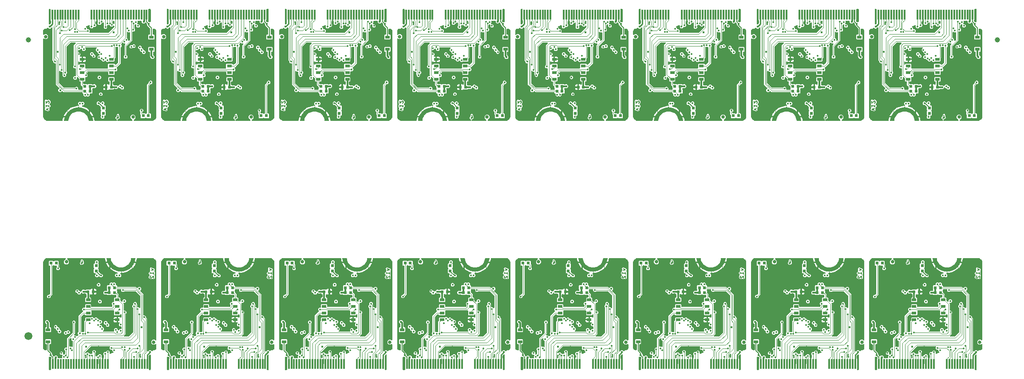
<source format=gbl>
G04 EAGLE Gerber RS-274X export*
G75*
%MOMM*%
%FSLAX34Y34*%
%LPD*%
%INBottom Copper*%
%IPPOS*%
%AMOC8*
5,1,8,0,0,1.08239X$1,22.5*%
G01*
%ADD10C,0.152400*%
%ADD11C,0.127000*%
%ADD12R,0.600000X0.600000*%
%ADD13C,0.635000*%
%ADD14R,0.350000X1.950000*%
%ADD15C,0.352400*%
%ADD16C,0.101600*%
%ADD17R,0.850000X0.500000*%
%ADD18R,0.830000X0.630000*%
%ADD19C,1.000000*%
%ADD20C,1.500000*%
%ADD21C,0.406400*%
%ADD22C,0.300000*%
%ADD23C,0.203200*%
%ADD24C,0.254000*%
%ADD25C,0.150000*%
%ADD26C,0.114300*%

G36*
X1162360Y26540D02*
X1162360Y26540D01*
X1162479Y26547D01*
X1162517Y26560D01*
X1162557Y26565D01*
X1162668Y26608D01*
X1162781Y26645D01*
X1162815Y26667D01*
X1162853Y26682D01*
X1162949Y26751D01*
X1163050Y26815D01*
X1163078Y26845D01*
X1163110Y26868D01*
X1163186Y26960D01*
X1163268Y27047D01*
X1163287Y27082D01*
X1163313Y27113D01*
X1163364Y27221D01*
X1163421Y27325D01*
X1163432Y27365D01*
X1163449Y27401D01*
X1163471Y27518D01*
X1163501Y27633D01*
X1163505Y27693D01*
X1163509Y27713D01*
X1163507Y27734D01*
X1163511Y27794D01*
X1163511Y30461D01*
X1163996Y30947D01*
X1164081Y31056D01*
X1164170Y31163D01*
X1164179Y31182D01*
X1164191Y31198D01*
X1164246Y31326D01*
X1164306Y31451D01*
X1164309Y31471D01*
X1164317Y31490D01*
X1164339Y31628D01*
X1164365Y31764D01*
X1164364Y31784D01*
X1164367Y31804D01*
X1164354Y31943D01*
X1164346Y32081D01*
X1164339Y32100D01*
X1164338Y32120D01*
X1164290Y32251D01*
X1164248Y32383D01*
X1164237Y32401D01*
X1164230Y32420D01*
X1164152Y32534D01*
X1164077Y32652D01*
X1164063Y32666D01*
X1164051Y32683D01*
X1163947Y32775D01*
X1163846Y32870D01*
X1163828Y32880D01*
X1163813Y32893D01*
X1163689Y32956D01*
X1163567Y33024D01*
X1163548Y33029D01*
X1163530Y33038D01*
X1163394Y33068D01*
X1163259Y33103D01*
X1163231Y33105D01*
X1163219Y33108D01*
X1163199Y33107D01*
X1163099Y33113D01*
X1161036Y33113D01*
X1159111Y35039D01*
X1159111Y37761D01*
X1161036Y39687D01*
X1163759Y39687D01*
X1165685Y37761D01*
X1165685Y34789D01*
X1165702Y34651D01*
X1165715Y34513D01*
X1165722Y34494D01*
X1165724Y34474D01*
X1165775Y34344D01*
X1165823Y34213D01*
X1165834Y34197D01*
X1165841Y34178D01*
X1165923Y34065D01*
X1166001Y33950D01*
X1166016Y33937D01*
X1166028Y33921D01*
X1166136Y33832D01*
X1166240Y33740D01*
X1166258Y33731D01*
X1166273Y33718D01*
X1166399Y33658D01*
X1166523Y33595D01*
X1166543Y33591D01*
X1166561Y33582D01*
X1166697Y33556D01*
X1166833Y33526D01*
X1166853Y33526D01*
X1166873Y33522D01*
X1167012Y33531D01*
X1167151Y33535D01*
X1167171Y33541D01*
X1167191Y33542D01*
X1167323Y33585D01*
X1167457Y33624D01*
X1167474Y33634D01*
X1167493Y33640D01*
X1167611Y33715D01*
X1167730Y33785D01*
X1167751Y33804D01*
X1167762Y33810D01*
X1167776Y33825D01*
X1167851Y33892D01*
X1169107Y35148D01*
X1169168Y35226D01*
X1169236Y35298D01*
X1169265Y35351D01*
X1169302Y35399D01*
X1169342Y35490D01*
X1169389Y35577D01*
X1169405Y35635D01*
X1169429Y35691D01*
X1169444Y35789D01*
X1169469Y35884D01*
X1169475Y35985D01*
X1169478Y36005D01*
X1169477Y36017D01*
X1169479Y36045D01*
X1169479Y40555D01*
X1169467Y40653D01*
X1169464Y40752D01*
X1169447Y40810D01*
X1169439Y40870D01*
X1169403Y40962D01*
X1169375Y41058D01*
X1169344Y41110D01*
X1169322Y41166D01*
X1169264Y41246D01*
X1169214Y41331D01*
X1169147Y41407D01*
X1169135Y41423D01*
X1169126Y41431D01*
X1169107Y41452D01*
X1168225Y42335D01*
X1168225Y45057D01*
X1170150Y46983D01*
X1171896Y46983D01*
X1172014Y46998D01*
X1172133Y47005D01*
X1172171Y47018D01*
X1172211Y47023D01*
X1172322Y47066D01*
X1172435Y47103D01*
X1172469Y47125D01*
X1172507Y47140D01*
X1172603Y47209D01*
X1172704Y47273D01*
X1172732Y47303D01*
X1172764Y47326D01*
X1172840Y47418D01*
X1172922Y47505D01*
X1172941Y47540D01*
X1172967Y47571D01*
X1173018Y47679D01*
X1173075Y47783D01*
X1173086Y47823D01*
X1173103Y47859D01*
X1173125Y47976D01*
X1173155Y48091D01*
X1173159Y48151D01*
X1173163Y48171D01*
X1173161Y48192D01*
X1173165Y48252D01*
X1173165Y64414D01*
X1183673Y74922D01*
X1183734Y75001D01*
X1183802Y75073D01*
X1183831Y75126D01*
X1183868Y75174D01*
X1183908Y75264D01*
X1183955Y75351D01*
X1183971Y75410D01*
X1183995Y75465D01*
X1184010Y75563D01*
X1184035Y75659D01*
X1184041Y75759D01*
X1184044Y75779D01*
X1184043Y75792D01*
X1184045Y75820D01*
X1184045Y92231D01*
X1184033Y92329D01*
X1184030Y92428D01*
X1184013Y92486D01*
X1184005Y92546D01*
X1183969Y92638D01*
X1183941Y92734D01*
X1183910Y92786D01*
X1183888Y92842D01*
X1183830Y92922D01*
X1183780Y93007D01*
X1183713Y93083D01*
X1183701Y93099D01*
X1183692Y93107D01*
X1183673Y93128D01*
X1182791Y94011D01*
X1182791Y96733D01*
X1184716Y98659D01*
X1187439Y98659D01*
X1189365Y96733D01*
X1189365Y94011D01*
X1188482Y93128D01*
X1188422Y93050D01*
X1188354Y92978D01*
X1188325Y92925D01*
X1188287Y92877D01*
X1188248Y92786D01*
X1188200Y92699D01*
X1188185Y92641D01*
X1188161Y92585D01*
X1188145Y92487D01*
X1188121Y92392D01*
X1188114Y92291D01*
X1188111Y92271D01*
X1188112Y92259D01*
X1188111Y92231D01*
X1188111Y73610D01*
X1186854Y72353D01*
X1186769Y72244D01*
X1186680Y72137D01*
X1186671Y72118D01*
X1186659Y72102D01*
X1186604Y71974D01*
X1186545Y71849D01*
X1186541Y71829D01*
X1186533Y71810D01*
X1186511Y71672D01*
X1186485Y71536D01*
X1186486Y71516D01*
X1186483Y71496D01*
X1186496Y71357D01*
X1186505Y71219D01*
X1186511Y71200D01*
X1186513Y71180D01*
X1186560Y71048D01*
X1186603Y70917D01*
X1186613Y70899D01*
X1186620Y70880D01*
X1186698Y70765D01*
X1186773Y70648D01*
X1186788Y70634D01*
X1186799Y70617D01*
X1186903Y70525D01*
X1187004Y70430D01*
X1187022Y70420D01*
X1187037Y70407D01*
X1187161Y70343D01*
X1187283Y70276D01*
X1187302Y70271D01*
X1187321Y70262D01*
X1187456Y70232D01*
X1187591Y70197D01*
X1187619Y70195D01*
X1187631Y70192D01*
X1187651Y70193D01*
X1187751Y70187D01*
X1189759Y70187D01*
X1191037Y68909D01*
X1191131Y68836D01*
X1191220Y68757D01*
X1191256Y68739D01*
X1191288Y68714D01*
X1191398Y68667D01*
X1191504Y68613D01*
X1191543Y68604D01*
X1191580Y68588D01*
X1191698Y68569D01*
X1191814Y68543D01*
X1191854Y68544D01*
X1191894Y68538D01*
X1192013Y68549D01*
X1192132Y68553D01*
X1192171Y68564D01*
X1192211Y68568D01*
X1192323Y68608D01*
X1192437Y68641D01*
X1192472Y68662D01*
X1192510Y68675D01*
X1192609Y68742D01*
X1192711Y68803D01*
X1192756Y68842D01*
X1192773Y68854D01*
X1192787Y68869D01*
X1192832Y68909D01*
X1194330Y70407D01*
X1194403Y70501D01*
X1194481Y70590D01*
X1194500Y70626D01*
X1194525Y70658D01*
X1194572Y70767D01*
X1194626Y70873D01*
X1194635Y70913D01*
X1194651Y70950D01*
X1194670Y71068D01*
X1194696Y71183D01*
X1194694Y71224D01*
X1194701Y71264D01*
X1194690Y71382D01*
X1194686Y71501D01*
X1194675Y71540D01*
X1194671Y71580D01*
X1194631Y71692D01*
X1194598Y71807D01*
X1194577Y71842D01*
X1194563Y71880D01*
X1194497Y71978D01*
X1194436Y72081D01*
X1194396Y72126D01*
X1194385Y72143D01*
X1194369Y72156D01*
X1194330Y72202D01*
X1193703Y72828D01*
X1193703Y75972D01*
X1194585Y76854D01*
X1194646Y76932D01*
X1194714Y77004D01*
X1194743Y77057D01*
X1194780Y77105D01*
X1194820Y77196D01*
X1194867Y77283D01*
X1194883Y77342D01*
X1194907Y77397D01*
X1194922Y77495D01*
X1194947Y77591D01*
X1194953Y77691D01*
X1194956Y77711D01*
X1194955Y77724D01*
X1194957Y77752D01*
X1194957Y108152D01*
X1202413Y115608D01*
X1202430Y115611D01*
X1202559Y115662D01*
X1202690Y115709D01*
X1202707Y115720D01*
X1202726Y115728D01*
X1202838Y115809D01*
X1202953Y115887D01*
X1202967Y115903D01*
X1202983Y115914D01*
X1203072Y116022D01*
X1203164Y116126D01*
X1203173Y116144D01*
X1203186Y116159D01*
X1203245Y116285D01*
X1203309Y116409D01*
X1203313Y116429D01*
X1203322Y116447D01*
X1203348Y116584D01*
X1203378Y116719D01*
X1203378Y116740D01*
X1203381Y116759D01*
X1203373Y116898D01*
X1203369Y117037D01*
X1203363Y117057D01*
X1203362Y117077D01*
X1203319Y117209D01*
X1203280Y117343D01*
X1203270Y117360D01*
X1203264Y117379D01*
X1203189Y117497D01*
X1203119Y117617D01*
X1203100Y117638D01*
X1203093Y117648D01*
X1203078Y117662D01*
X1203012Y117737D01*
X1202111Y118639D01*
X1202111Y121361D01*
X1204036Y123287D01*
X1206174Y123287D01*
X1206292Y123302D01*
X1206411Y123309D01*
X1206449Y123322D01*
X1206489Y123327D01*
X1206600Y123370D01*
X1206713Y123407D01*
X1206747Y123429D01*
X1206785Y123444D01*
X1206881Y123513D01*
X1206982Y123577D01*
X1207010Y123607D01*
X1207042Y123630D01*
X1207118Y123722D01*
X1207200Y123809D01*
X1207219Y123844D01*
X1207245Y123875D01*
X1207296Y123983D01*
X1207353Y124087D01*
X1207364Y124127D01*
X1207381Y124163D01*
X1207403Y124280D01*
X1207433Y124395D01*
X1207437Y124455D01*
X1207441Y124475D01*
X1207439Y124496D01*
X1207443Y124556D01*
X1207443Y128862D01*
X1208336Y129755D01*
X1218099Y129755D01*
X1218993Y128862D01*
X1218993Y125802D01*
X1219007Y125684D01*
X1219015Y125565D01*
X1219027Y125527D01*
X1219032Y125486D01*
X1219076Y125375D01*
X1219113Y125263D01*
X1219135Y125228D01*
X1219149Y125191D01*
X1219219Y125095D01*
X1219283Y124994D01*
X1219313Y124966D01*
X1219336Y124933D01*
X1219428Y124857D01*
X1219515Y124776D01*
X1219550Y124756D01*
X1219581Y124731D01*
X1219689Y124680D01*
X1219793Y124622D01*
X1219832Y124612D01*
X1219869Y124595D01*
X1219986Y124573D01*
X1220101Y124543D01*
X1220161Y124539D01*
X1220181Y124535D01*
X1220202Y124537D01*
X1220262Y124533D01*
X1257630Y124533D01*
X1257728Y124545D01*
X1257827Y124548D01*
X1257886Y124565D01*
X1257946Y124573D01*
X1258038Y124609D01*
X1258133Y124637D01*
X1258185Y124667D01*
X1258241Y124690D01*
X1258321Y124748D01*
X1258407Y124798D01*
X1258482Y124864D01*
X1258499Y124876D01*
X1258506Y124886D01*
X1258528Y124904D01*
X1259393Y125770D01*
X1259454Y125849D01*
X1259522Y125921D01*
X1259551Y125974D01*
X1259588Y126022D01*
X1259628Y126112D01*
X1259675Y126199D01*
X1259691Y126258D01*
X1259715Y126313D01*
X1259730Y126411D01*
X1259755Y126507D01*
X1259761Y126607D01*
X1259764Y126627D01*
X1259763Y126640D01*
X1259765Y126668D01*
X1259765Y127759D01*
X1259753Y127857D01*
X1259750Y127956D01*
X1259733Y128014D01*
X1259725Y128074D01*
X1259689Y128166D01*
X1259661Y128262D01*
X1259630Y128314D01*
X1259608Y128370D01*
X1259550Y128450D01*
X1259500Y128535D01*
X1259433Y128611D01*
X1259421Y128627D01*
X1259412Y128635D01*
X1259393Y128656D01*
X1258511Y129539D01*
X1258511Y132261D01*
X1260436Y134187D01*
X1261674Y134187D01*
X1261792Y134202D01*
X1261911Y134209D01*
X1261949Y134222D01*
X1261989Y134227D01*
X1262100Y134270D01*
X1262213Y134307D01*
X1262247Y134329D01*
X1262285Y134344D01*
X1262381Y134413D01*
X1262482Y134477D01*
X1262510Y134507D01*
X1262542Y134530D01*
X1262618Y134622D01*
X1262700Y134709D01*
X1262719Y134744D01*
X1262745Y134775D01*
X1262796Y134883D01*
X1262853Y134987D01*
X1262864Y135027D01*
X1262881Y135063D01*
X1262903Y135180D01*
X1262933Y135295D01*
X1262937Y135355D01*
X1262941Y135375D01*
X1262939Y135396D01*
X1262943Y135456D01*
X1262943Y141562D01*
X1263836Y142455D01*
X1265860Y142455D01*
X1265979Y142470D01*
X1266097Y142477D01*
X1266136Y142490D01*
X1266176Y142495D01*
X1266287Y142538D01*
X1266400Y142575D01*
X1266434Y142597D01*
X1266472Y142612D01*
X1266568Y142681D01*
X1266668Y142745D01*
X1266696Y142775D01*
X1266729Y142798D01*
X1266805Y142890D01*
X1266886Y142977D01*
X1266906Y143012D01*
X1266932Y143043D01*
X1266982Y143151D01*
X1267040Y143255D01*
X1267050Y143295D01*
X1267067Y143331D01*
X1267090Y143448D01*
X1267119Y143563D01*
X1267123Y143623D01*
X1267127Y143643D01*
X1267126Y143664D01*
X1267130Y143724D01*
X1267130Y146376D01*
X1267115Y146494D01*
X1267107Y146613D01*
X1267095Y146651D01*
X1267090Y146692D01*
X1267046Y146802D01*
X1267009Y146915D01*
X1266988Y146950D01*
X1266973Y146987D01*
X1266903Y147083D01*
X1266839Y147184D01*
X1266810Y147212D01*
X1266786Y147245D01*
X1266694Y147321D01*
X1266607Y147402D01*
X1266572Y147422D01*
X1266541Y147447D01*
X1266433Y147498D01*
X1266329Y147556D01*
X1266290Y147566D01*
X1266253Y147583D01*
X1266136Y147605D01*
X1266021Y147635D01*
X1265961Y147639D01*
X1265941Y147643D01*
X1265921Y147641D01*
X1265860Y147645D01*
X1260116Y147645D01*
X1259645Y148116D01*
X1259551Y148189D01*
X1259462Y148268D01*
X1259426Y148286D01*
X1259394Y148311D01*
X1259285Y148358D01*
X1259179Y148413D01*
X1259139Y148421D01*
X1259102Y148437D01*
X1258984Y148456D01*
X1258868Y148482D01*
X1258828Y148481D01*
X1258788Y148487D01*
X1258669Y148476D01*
X1258551Y148473D01*
X1258512Y148461D01*
X1258471Y148458D01*
X1258359Y148417D01*
X1258245Y148384D01*
X1258210Y148364D01*
X1258172Y148350D01*
X1258074Y148283D01*
X1257971Y148223D01*
X1257926Y148183D01*
X1257909Y148171D01*
X1257896Y148156D01*
X1257850Y148116D01*
X1257379Y147645D01*
X1250116Y147645D01*
X1249376Y148386D01*
X1249298Y148446D01*
X1249226Y148514D01*
X1249173Y148543D01*
X1249125Y148580D01*
X1249034Y148620D01*
X1248947Y148668D01*
X1248889Y148683D01*
X1248833Y148707D01*
X1248735Y148722D01*
X1248639Y148747D01*
X1248539Y148753D01*
X1248519Y148757D01*
X1248506Y148755D01*
X1248478Y148757D01*
X1248363Y148757D01*
X1248265Y148745D01*
X1248166Y148742D01*
X1248107Y148725D01*
X1248047Y148717D01*
X1247955Y148681D01*
X1247860Y148653D01*
X1247808Y148623D01*
X1247752Y148600D01*
X1247672Y148542D01*
X1247586Y148492D01*
X1247511Y148426D01*
X1247494Y148414D01*
X1247486Y148404D01*
X1247465Y148386D01*
X1247305Y148225D01*
X1244359Y148225D01*
X1242275Y150309D01*
X1242275Y153255D01*
X1244359Y155339D01*
X1247354Y155339D01*
X1247354Y155338D01*
X1247386Y155314D01*
X1247496Y155266D01*
X1247602Y155212D01*
X1247641Y155203D01*
X1247678Y155187D01*
X1247796Y155169D01*
X1247912Y155143D01*
X1247952Y155144D01*
X1247992Y155138D01*
X1248111Y155149D01*
X1248230Y155152D01*
X1248269Y155164D01*
X1248309Y155167D01*
X1248421Y155208D01*
X1248535Y155241D01*
X1248570Y155261D01*
X1248608Y155275D01*
X1248707Y155342D01*
X1248809Y155402D01*
X1248854Y155442D01*
X1248871Y155453D01*
X1248885Y155469D01*
X1248930Y155509D01*
X1249314Y155893D01*
X1249387Y155987D01*
X1249466Y156076D01*
X1249484Y156112D01*
X1249509Y156144D01*
X1249556Y156253D01*
X1249610Y156359D01*
X1249619Y156399D01*
X1249635Y156436D01*
X1249654Y156553D01*
X1249680Y156669D01*
X1249679Y156710D01*
X1249685Y156750D01*
X1249674Y156869D01*
X1249670Y156987D01*
X1249659Y157026D01*
X1249655Y157066D01*
X1249615Y157178D01*
X1249582Y157293D01*
X1249561Y157328D01*
X1249548Y157366D01*
X1249481Y157464D01*
X1249420Y157567D01*
X1249380Y157612D01*
X1249369Y157629D01*
X1249354Y157642D01*
X1249314Y157688D01*
X1249223Y157778D01*
X1249223Y165042D01*
X1250116Y165935D01*
X1253342Y165935D01*
X1253460Y165950D01*
X1253579Y165957D01*
X1253617Y165970D01*
X1253657Y165975D01*
X1253768Y166018D01*
X1253881Y166055D01*
X1253915Y166077D01*
X1253953Y166092D01*
X1254049Y166161D01*
X1254150Y166225D01*
X1254178Y166255D01*
X1254210Y166278D01*
X1254286Y166370D01*
X1254368Y166457D01*
X1254387Y166492D01*
X1254413Y166523D01*
X1254464Y166631D01*
X1254521Y166735D01*
X1254532Y166775D01*
X1254549Y166811D01*
X1254571Y166928D01*
X1254601Y167043D01*
X1254605Y167103D01*
X1254609Y167123D01*
X1254607Y167144D01*
X1254611Y167204D01*
X1254611Y169361D01*
X1256536Y171287D01*
X1259259Y171287D01*
X1259550Y170996D01*
X1259645Y170923D01*
X1259734Y170844D01*
X1259770Y170826D01*
X1259802Y170801D01*
X1259911Y170753D01*
X1260017Y170699D01*
X1260056Y170690D01*
X1260093Y170674D01*
X1260211Y170656D01*
X1260327Y170630D01*
X1260368Y170631D01*
X1260408Y170625D01*
X1260526Y170636D01*
X1260645Y170639D01*
X1260684Y170651D01*
X1260724Y170654D01*
X1260836Y170695D01*
X1260951Y170728D01*
X1260985Y170748D01*
X1261023Y170762D01*
X1261122Y170829D01*
X1261225Y170889D01*
X1261270Y170929D01*
X1261287Y170941D01*
X1261300Y170956D01*
X1261345Y170996D01*
X1261636Y171287D01*
X1264359Y171287D01*
X1266285Y169361D01*
X1266285Y167204D01*
X1266299Y167086D01*
X1266307Y166967D01*
X1266319Y166929D01*
X1266324Y166888D01*
X1266368Y166778D01*
X1266405Y166665D01*
X1266427Y166630D01*
X1266441Y166593D01*
X1266511Y166497D01*
X1266575Y166396D01*
X1266605Y166368D01*
X1266628Y166335D01*
X1266720Y166259D01*
X1266807Y166178D01*
X1266842Y166158D01*
X1266873Y166133D01*
X1266981Y166082D01*
X1267085Y166024D01*
X1267124Y166014D01*
X1267161Y165997D01*
X1267278Y165975D01*
X1267361Y165953D01*
X1268273Y165042D01*
X1268273Y164212D01*
X1268288Y164093D01*
X1268295Y163975D01*
X1268307Y163937D01*
X1268312Y163896D01*
X1268356Y163786D01*
X1268393Y163673D01*
X1268415Y163638D01*
X1268429Y163601D01*
X1268499Y163505D01*
X1268563Y163404D01*
X1268593Y163376D01*
X1268616Y163343D01*
X1268708Y163267D01*
X1268795Y163186D01*
X1268830Y163166D01*
X1268861Y163141D01*
X1268969Y163090D01*
X1269073Y163032D01*
X1269112Y163022D01*
X1269149Y163005D01*
X1269266Y162983D01*
X1269381Y162953D01*
X1269441Y162949D01*
X1269461Y162945D01*
X1269482Y162947D01*
X1269542Y162943D01*
X1304540Y162943D01*
X1305994Y161489D01*
X1306088Y161416D01*
X1306177Y161337D01*
X1306213Y161319D01*
X1306245Y161294D01*
X1306354Y161247D01*
X1306460Y161192D01*
X1306500Y161184D01*
X1306537Y161168D01*
X1306655Y161149D01*
X1306771Y161123D01*
X1306811Y161124D01*
X1306851Y161118D01*
X1306970Y161129D01*
X1307088Y161132D01*
X1307127Y161144D01*
X1307168Y161148D01*
X1307280Y161188D01*
X1307394Y161221D01*
X1307429Y161241D01*
X1307467Y161255D01*
X1307565Y161322D01*
X1307668Y161382D01*
X1307713Y161422D01*
X1307730Y161434D01*
X1307743Y161449D01*
X1307789Y161489D01*
X1309385Y163085D01*
X1312331Y163085D01*
X1314415Y161001D01*
X1314415Y158055D01*
X1312819Y156459D01*
X1312746Y156365D01*
X1312667Y156276D01*
X1312649Y156240D01*
X1312624Y156208D01*
X1312576Y156098D01*
X1312522Y155992D01*
X1312513Y155953D01*
X1312497Y155916D01*
X1312479Y155798D01*
X1312453Y155682D01*
X1312454Y155642D01*
X1312448Y155602D01*
X1312459Y155483D01*
X1312462Y155364D01*
X1312474Y155325D01*
X1312477Y155285D01*
X1312518Y155173D01*
X1312551Y155059D01*
X1312571Y155024D01*
X1312585Y154986D01*
X1312652Y154887D01*
X1312712Y154785D01*
X1312752Y154740D01*
X1312764Y154723D01*
X1312779Y154709D01*
X1312819Y154664D01*
X1317368Y150114D01*
X1318931Y148552D01*
X1318931Y109556D01*
X1318945Y109438D01*
X1318953Y109319D01*
X1318965Y109281D01*
X1318970Y109240D01*
X1319014Y109130D01*
X1319051Y109017D01*
X1319073Y108982D01*
X1319087Y108945D01*
X1319157Y108848D01*
X1319221Y108748D01*
X1319251Y108720D01*
X1319274Y108687D01*
X1319366Y108611D01*
X1319453Y108530D01*
X1319488Y108510D01*
X1319519Y108485D01*
X1319627Y108434D01*
X1319731Y108376D01*
X1319770Y108366D01*
X1319807Y108349D01*
X1319924Y108327D01*
X1320039Y108297D01*
X1320099Y108293D01*
X1320119Y108289D01*
X1320140Y108291D01*
X1320200Y108287D01*
X1321759Y108287D01*
X1323685Y106361D01*
X1323685Y105114D01*
X1323697Y105016D01*
X1323700Y104917D01*
X1323717Y104858D01*
X1323724Y104798D01*
X1323761Y104706D01*
X1323788Y104611D01*
X1323819Y104559D01*
X1323841Y104503D01*
X1323900Y104422D01*
X1323950Y104337D01*
X1324016Y104262D01*
X1324028Y104245D01*
X1324038Y104237D01*
X1324056Y104216D01*
X1325631Y102642D01*
X1325631Y40687D01*
X1325648Y40549D01*
X1325661Y40411D01*
X1325668Y40391D01*
X1325670Y40371D01*
X1325721Y40242D01*
X1325769Y40111D01*
X1325780Y40094D01*
X1325787Y40076D01*
X1325869Y39963D01*
X1325947Y39848D01*
X1325962Y39835D01*
X1325974Y39818D01*
X1326082Y39730D01*
X1326186Y39638D01*
X1326204Y39628D01*
X1326219Y39616D01*
X1326345Y39556D01*
X1326469Y39493D01*
X1326489Y39489D01*
X1326507Y39480D01*
X1326643Y39454D01*
X1326779Y39423D01*
X1326799Y39424D01*
X1326819Y39420D01*
X1326958Y39429D01*
X1327097Y39433D01*
X1327117Y39439D01*
X1327137Y39440D01*
X1327269Y39483D01*
X1327403Y39521D01*
X1327420Y39532D01*
X1327439Y39538D01*
X1327557Y39613D01*
X1327676Y39683D01*
X1327697Y39702D01*
X1327708Y39708D01*
X1327722Y39723D01*
X1327797Y39789D01*
X1329665Y41657D01*
X1332611Y41657D01*
X1333621Y40647D01*
X1333730Y40562D01*
X1333836Y40474D01*
X1333855Y40465D01*
X1333872Y40452D01*
X1333999Y40397D01*
X1334123Y40338D01*
X1334144Y40334D01*
X1334164Y40325D01*
X1334301Y40304D01*
X1334436Y40278D01*
X1334457Y40279D01*
X1334478Y40276D01*
X1334616Y40288D01*
X1334753Y40297D01*
X1334773Y40303D01*
X1334795Y40305D01*
X1334925Y40352D01*
X1335056Y40394D01*
X1335082Y40409D01*
X1335094Y40413D01*
X1335112Y40425D01*
X1335197Y40471D01*
X1337460Y41902D01*
X1337971Y41938D01*
X1338043Y41952D01*
X1338116Y41956D01*
X1338198Y41983D01*
X1338283Y42000D01*
X1338289Y42002D01*
X1339272Y42030D01*
X1339287Y42032D01*
X1339325Y42033D01*
X1339427Y42040D01*
X1339448Y42044D01*
X1339534Y42052D01*
X1340215Y42158D01*
X1340216Y42158D01*
X1340274Y42175D01*
X1340333Y42182D01*
X1340421Y42217D01*
X1340521Y42246D01*
X1340618Y42295D01*
X1340629Y42299D01*
X1340635Y42303D01*
X1340665Y42319D01*
X1341901Y43048D01*
X1341965Y43097D01*
X1342034Y43138D01*
X1342090Y43194D01*
X1342153Y43243D01*
X1342202Y43306D01*
X1342259Y43363D01*
X1342346Y43491D01*
X1342348Y43494D01*
X1342349Y43495D01*
X1342350Y43496D01*
X1343079Y44733D01*
X1343124Y44838D01*
X1343205Y45025D01*
X1343240Y45183D01*
X1343350Y45889D01*
X1343350Y45907D01*
X1343355Y45923D01*
X1343365Y46084D01*
X1343365Y52301D01*
X1343350Y52423D01*
X1343343Y52533D01*
X1343337Y52551D01*
X1343335Y52577D01*
X1343328Y52596D01*
X1343325Y52616D01*
X1343274Y52745D01*
X1343273Y52748D01*
X1343245Y52836D01*
X1343238Y52847D01*
X1343227Y52876D01*
X1343216Y52893D01*
X1343208Y52912D01*
X1343127Y53024D01*
X1343108Y53052D01*
X1343075Y53104D01*
X1343068Y53111D01*
X1343048Y53139D01*
X1343033Y53153D01*
X1343021Y53169D01*
X1342914Y53258D01*
X1342869Y53298D01*
X1342843Y53322D01*
X1342838Y53325D01*
X1342810Y53350D01*
X1342792Y53359D01*
X1342776Y53372D01*
X1342651Y53431D01*
X1342579Y53468D01*
X1342564Y53476D01*
X1342562Y53476D01*
X1342527Y53494D01*
X1342507Y53499D01*
X1342489Y53508D01*
X1342352Y53534D01*
X1342261Y53554D01*
X1342257Y53555D01*
X1342256Y53555D01*
X1342216Y53564D01*
X1342196Y53563D01*
X1342176Y53567D01*
X1342121Y53564D01*
X1342096Y53565D01*
X1342091Y53565D01*
X1342038Y53559D01*
X1341899Y53554D01*
X1341879Y53549D01*
X1341859Y53548D01*
X1341801Y53529D01*
X1341776Y53526D01*
X1341713Y53501D01*
X1341593Y53466D01*
X1341576Y53456D01*
X1341556Y53450D01*
X1341511Y53421D01*
X1341480Y53409D01*
X1341413Y53360D01*
X1341319Y53304D01*
X1341298Y53286D01*
X1341288Y53279D01*
X1341274Y53264D01*
X1341236Y53231D01*
X1341223Y53222D01*
X1341217Y53214D01*
X1341198Y53198D01*
X1340451Y52450D01*
X1336557Y52450D01*
X1333804Y55203D01*
X1333804Y59097D01*
X1336557Y61850D01*
X1340451Y61850D01*
X1341198Y61102D01*
X1341308Y61017D01*
X1341415Y60928D01*
X1341434Y60919D01*
X1341450Y60907D01*
X1341577Y60852D01*
X1341703Y60792D01*
X1341723Y60789D01*
X1341741Y60781D01*
X1341879Y60759D01*
X1342015Y60733D01*
X1342035Y60734D01*
X1342056Y60731D01*
X1342195Y60744D01*
X1342333Y60752D01*
X1342352Y60759D01*
X1342372Y60761D01*
X1342503Y60808D01*
X1342635Y60850D01*
X1342652Y60861D01*
X1342671Y60868D01*
X1342787Y60946D01*
X1342904Y61021D01*
X1342918Y61035D01*
X1342935Y61047D01*
X1343026Y61151D01*
X1343122Y61252D01*
X1343132Y61270D01*
X1343145Y61285D01*
X1343208Y61409D01*
X1343275Y61531D01*
X1343280Y61550D01*
X1343290Y61568D01*
X1343320Y61704D01*
X1343355Y61839D01*
X1343357Y61867D01*
X1343359Y61879D01*
X1343359Y61899D01*
X1343365Y61999D01*
X1343365Y209926D01*
X1343363Y209941D01*
X1343365Y209957D01*
X1343351Y210117D01*
X1343087Y211849D01*
X1343086Y211851D01*
X1343086Y211852D01*
X1343042Y212005D01*
X1343000Y212155D01*
X1342999Y212156D01*
X1342999Y212158D01*
X1342926Y212301D01*
X1341157Y215309D01*
X1341107Y215374D01*
X1341065Y215444D01*
X1341010Y215499D01*
X1340963Y215560D01*
X1340898Y215611D01*
X1340840Y215669D01*
X1340717Y215752D01*
X1340712Y215756D01*
X1340710Y215757D01*
X1340706Y215759D01*
X1337699Y217528D01*
X1337698Y217529D01*
X1337697Y217530D01*
X1337571Y217583D01*
X1337449Y217641D01*
X1337427Y217645D01*
X1337407Y217654D01*
X1337406Y217654D01*
X1337404Y217655D01*
X1337247Y217689D01*
X1335515Y217953D01*
X1335499Y217953D01*
X1335484Y217957D01*
X1335324Y217967D01*
X1307389Y217967D01*
X1307332Y217960D01*
X1307274Y217962D01*
X1307174Y217940D01*
X1307073Y217927D01*
X1307020Y217906D01*
X1306964Y217894D01*
X1306872Y217848D01*
X1306777Y217810D01*
X1306731Y217777D01*
X1306680Y217751D01*
X1306603Y217684D01*
X1306520Y217624D01*
X1306483Y217579D01*
X1306440Y217542D01*
X1306383Y217457D01*
X1306317Y217379D01*
X1306293Y217327D01*
X1306260Y217279D01*
X1306225Y217183D01*
X1306182Y217091D01*
X1306171Y217035D01*
X1306151Y216981D01*
X1306125Y216822D01*
X1306009Y215633D01*
X1305514Y213225D01*
X1305364Y212492D01*
X1304975Y211269D01*
X1302226Y211269D01*
X1302931Y213411D01*
X1302932Y213421D01*
X1302940Y213447D01*
X1303633Y217458D01*
X1303629Y217496D01*
X1303635Y217533D01*
X1303621Y217564D01*
X1303618Y217596D01*
X1303594Y217626D01*
X1303578Y217661D01*
X1303550Y217679D01*
X1303530Y217705D01*
X1303493Y217717D01*
X1303461Y217738D01*
X1303404Y217747D01*
X1303397Y217749D01*
X1303394Y217748D01*
X1303388Y217749D01*
X1295388Y217749D01*
X1295387Y217749D01*
X1295324Y217731D01*
X1295254Y217710D01*
X1295253Y217710D01*
X1295208Y217658D01*
X1295162Y217605D01*
X1295161Y217604D01*
X1295141Y217533D01*
X1294759Y214671D01*
X1293940Y211922D01*
X1292701Y209336D01*
X1291073Y206975D01*
X1289095Y204897D01*
X1286817Y203155D01*
X1284294Y201791D01*
X1281589Y200838D01*
X1278768Y200320D01*
X1275888Y200249D01*
X1273007Y200320D01*
X1270186Y200838D01*
X1267481Y201791D01*
X1264959Y203155D01*
X1262680Y204897D01*
X1260703Y206975D01*
X1259075Y209336D01*
X1257836Y211922D01*
X1257016Y214671D01*
X1256977Y214966D01*
X1256944Y215215D01*
X1256877Y215714D01*
X1256844Y215963D01*
X1256778Y216461D01*
X1256778Y216462D01*
X1256745Y216711D01*
X1256744Y216711D01*
X1256678Y217209D01*
X1256635Y217533D01*
X1256604Y217603D01*
X1256578Y217661D01*
X1256518Y217701D01*
X1256462Y217738D01*
X1256461Y217738D01*
X1256388Y217749D01*
X1255593Y217749D01*
X1255569Y217769D01*
X1255461Y217820D01*
X1255357Y217878D01*
X1255317Y217888D01*
X1255281Y217905D01*
X1255164Y217927D01*
X1255049Y217957D01*
X1254988Y217961D01*
X1254968Y217965D01*
X1254948Y217963D01*
X1254888Y217967D01*
X1254769Y217952D01*
X1254651Y217945D01*
X1254612Y217932D01*
X1254572Y217927D01*
X1254461Y217884D01*
X1254348Y217847D01*
X1254314Y217825D01*
X1254276Y217810D01*
X1254192Y217749D01*
X1248388Y217749D01*
X1248350Y217738D01*
X1248311Y217737D01*
X1248285Y217719D01*
X1248254Y217710D01*
X1248228Y217681D01*
X1248196Y217659D01*
X1248183Y217629D01*
X1248162Y217605D01*
X1248156Y217566D01*
X1248140Y217530D01*
X1248142Y217474D01*
X1248141Y217467D01*
X1248142Y217463D01*
X1248143Y217456D01*
X1248862Y213458D01*
X1248867Y213449D01*
X1248871Y213423D01*
X1249594Y211269D01*
X1246840Y211269D01*
X1246445Y212489D01*
X1245781Y215616D01*
X1245652Y216832D01*
X1245640Y216883D01*
X1245637Y216935D01*
X1245604Y217037D01*
X1245579Y217141D01*
X1245555Y217188D01*
X1245539Y217237D01*
X1245482Y217328D01*
X1245432Y217423D01*
X1245397Y217462D01*
X1245369Y217506D01*
X1245291Y217580D01*
X1245219Y217659D01*
X1245175Y217688D01*
X1245137Y217724D01*
X1245043Y217776D01*
X1244954Y217835D01*
X1244905Y217852D01*
X1244859Y217878D01*
X1244755Y217904D01*
X1244654Y217940D01*
X1244601Y217944D01*
X1244551Y217957D01*
X1244390Y217967D01*
X1202867Y217967D01*
X1202712Y217948D01*
X1202557Y217929D01*
X1202554Y217928D01*
X1202551Y217927D01*
X1202407Y217870D01*
X1202261Y217813D01*
X1202258Y217811D01*
X1202256Y217810D01*
X1202130Y217719D01*
X1202003Y217628D01*
X1202001Y217625D01*
X1201998Y217624D01*
X1201897Y217501D01*
X1201799Y217384D01*
X1201797Y217381D01*
X1201796Y217379D01*
X1201730Y217239D01*
X1201662Y217096D01*
X1201661Y217093D01*
X1201660Y217091D01*
X1201631Y216941D01*
X1201601Y216784D01*
X1201601Y216781D01*
X1201600Y216779D01*
X1201610Y216624D01*
X1201619Y216467D01*
X1201620Y216464D01*
X1201620Y216461D01*
X1201667Y216315D01*
X1201716Y216164D01*
X1201717Y216161D01*
X1201718Y216159D01*
X1201802Y216026D01*
X1201884Y215894D01*
X1201887Y215892D01*
X1201888Y215890D01*
X1202005Y215780D01*
X1202115Y215675D01*
X1202118Y215673D01*
X1202120Y215672D01*
X1202125Y215669D01*
X1202251Y215588D01*
X1203403Y214948D01*
X1204815Y210004D01*
X1204848Y209928D01*
X1204870Y209850D01*
X1204910Y209783D01*
X1204940Y209711D01*
X1204990Y209646D01*
X1205032Y209576D01*
X1205131Y209463D01*
X1205134Y209459D01*
X1205136Y209458D01*
X1205138Y209455D01*
X1205143Y209451D01*
X1205143Y209036D01*
X1205155Y208941D01*
X1205157Y208845D01*
X1205180Y208740D01*
X1205182Y208721D01*
X1205186Y208711D01*
X1205191Y208688D01*
X1205305Y208289D01*
X1205302Y208284D01*
X1205272Y208208D01*
X1205232Y208136D01*
X1205213Y208061D01*
X1205184Y207989D01*
X1205173Y207907D01*
X1205153Y207828D01*
X1205143Y207679D01*
X1205143Y207673D01*
X1205143Y207671D01*
X1205143Y207668D01*
X1205143Y207662D01*
X1204850Y207369D01*
X1204791Y207293D01*
X1204725Y207223D01*
X1204666Y207133D01*
X1204655Y207117D01*
X1204650Y207107D01*
X1204638Y207087D01*
X1204436Y206725D01*
X1204430Y206724D01*
X1204355Y206691D01*
X1204276Y206669D01*
X1204210Y206629D01*
X1204138Y206599D01*
X1204073Y206549D01*
X1204003Y206507D01*
X1203890Y206408D01*
X1203886Y206405D01*
X1203885Y206403D01*
X1203882Y206401D01*
X1203877Y206396D01*
X1203463Y206396D01*
X1203368Y206384D01*
X1203272Y206382D01*
X1203167Y206359D01*
X1203147Y206357D01*
X1203138Y206353D01*
X1203114Y206348D01*
X1202949Y206300D01*
X1202874Y206268D01*
X1202795Y206245D01*
X1202728Y206206D01*
X1202656Y206175D01*
X1202591Y206125D01*
X1202521Y206084D01*
X1202408Y205985D01*
X1202404Y205982D01*
X1202403Y205980D01*
X1202400Y205977D01*
X1201408Y204985D01*
X1199619Y204985D01*
X1198339Y206266D01*
X1198338Y206275D01*
X1198321Y206333D01*
X1198314Y206393D01*
X1198277Y206485D01*
X1198250Y206580D01*
X1198219Y206632D01*
X1198197Y206689D01*
X1198139Y206769D01*
X1198088Y206854D01*
X1198022Y206930D01*
X1198010Y206946D01*
X1198001Y206954D01*
X1197982Y206975D01*
X1197295Y207662D01*
X1197295Y209451D01*
X1197982Y210137D01*
X1198043Y210216D01*
X1198110Y210288D01*
X1198140Y210341D01*
X1198177Y210389D01*
X1198216Y210479D01*
X1198264Y210566D01*
X1198279Y210625D01*
X1198303Y210680D01*
X1198319Y210778D01*
X1198336Y210844D01*
X1199167Y211675D01*
X1199238Y211766D01*
X1199315Y211853D01*
X1199335Y211892D01*
X1199362Y211926D01*
X1199408Y212032D01*
X1199461Y212136D01*
X1199471Y212178D01*
X1199488Y212218D01*
X1199506Y212333D01*
X1199532Y212446D01*
X1199531Y212489D01*
X1199538Y212532D01*
X1199527Y212648D01*
X1199524Y212764D01*
X1199510Y212828D01*
X1199508Y212849D01*
X1199501Y212867D01*
X1199490Y212921D01*
X1199249Y213762D01*
X1200118Y215326D01*
X1200649Y215478D01*
X1200780Y215534D01*
X1200912Y215586D01*
X1200926Y215596D01*
X1200942Y215603D01*
X1201054Y215689D01*
X1201169Y215772D01*
X1201180Y215786D01*
X1201194Y215796D01*
X1201281Y215908D01*
X1201372Y216017D01*
X1201379Y216033D01*
X1201390Y216047D01*
X1201447Y216176D01*
X1201508Y216305D01*
X1201511Y216322D01*
X1201518Y216338D01*
X1201541Y216478D01*
X1201567Y216618D01*
X1201566Y216635D01*
X1201569Y216652D01*
X1201556Y216794D01*
X1201548Y216935D01*
X1201542Y216951D01*
X1201541Y216969D01*
X1201493Y217103D01*
X1201450Y217237D01*
X1201440Y217252D01*
X1201435Y217268D01*
X1201355Y217386D01*
X1201279Y217506D01*
X1201267Y217518D01*
X1201257Y217532D01*
X1201152Y217626D01*
X1201048Y217724D01*
X1201033Y217732D01*
X1201020Y217744D01*
X1200894Y217809D01*
X1200769Y217878D01*
X1200753Y217882D01*
X1200737Y217890D01*
X1200599Y217922D01*
X1200461Y217957D01*
X1200438Y217959D01*
X1200427Y217961D01*
X1200408Y217960D01*
X1200301Y217967D01*
X1174443Y217967D01*
X1174306Y217950D01*
X1174167Y217937D01*
X1174148Y217930D01*
X1174128Y217927D01*
X1173999Y217876D01*
X1173868Y217829D01*
X1173851Y217818D01*
X1173832Y217810D01*
X1173720Y217729D01*
X1173604Y217651D01*
X1173591Y217635D01*
X1173575Y217624D01*
X1173486Y217516D01*
X1173394Y217412D01*
X1173385Y217394D01*
X1173372Y217379D01*
X1173313Y217253D01*
X1173249Y217129D01*
X1173245Y217109D01*
X1173236Y217091D01*
X1173210Y216955D01*
X1173180Y216819D01*
X1173180Y216798D01*
X1173177Y216779D01*
X1173185Y216640D01*
X1173189Y216501D01*
X1173195Y216481D01*
X1173196Y216461D01*
X1173239Y216329D01*
X1173278Y216195D01*
X1173288Y216178D01*
X1173294Y216159D01*
X1173369Y216041D01*
X1173439Y215921D01*
X1173458Y215900D01*
X1173464Y215890D01*
X1173479Y215876D01*
X1173546Y215801D01*
X1176580Y212767D01*
X1176580Y208873D01*
X1173827Y206120D01*
X1169933Y206120D01*
X1167180Y208873D01*
X1167180Y212767D01*
X1170214Y215801D01*
X1170299Y215910D01*
X1170388Y216017D01*
X1170396Y216036D01*
X1170409Y216052D01*
X1170464Y216180D01*
X1170523Y216305D01*
X1170527Y216325D01*
X1170535Y216344D01*
X1170557Y216482D01*
X1170583Y216618D01*
X1170582Y216638D01*
X1170585Y216658D01*
X1170572Y216797D01*
X1170563Y216935D01*
X1170557Y216954D01*
X1170555Y216974D01*
X1170508Y217106D01*
X1170465Y217237D01*
X1170455Y217255D01*
X1170448Y217274D01*
X1170370Y217389D01*
X1170295Y217506D01*
X1170280Y217520D01*
X1170269Y217537D01*
X1170165Y217629D01*
X1170064Y217724D01*
X1170046Y217734D01*
X1170031Y217747D01*
X1169907Y217811D01*
X1169785Y217878D01*
X1169765Y217883D01*
X1169747Y217892D01*
X1169612Y217922D01*
X1169477Y217957D01*
X1169449Y217959D01*
X1169437Y217962D01*
X1169417Y217961D01*
X1169316Y217967D01*
X1135472Y217967D01*
X1135457Y217965D01*
X1135441Y217967D01*
X1135281Y217953D01*
X1133549Y217689D01*
X1133547Y217688D01*
X1133546Y217688D01*
X1133392Y217644D01*
X1133243Y217602D01*
X1133241Y217601D01*
X1133240Y217601D01*
X1133096Y217528D01*
X1130089Y215759D01*
X1130024Y215709D01*
X1129954Y215667D01*
X1129899Y215612D01*
X1129837Y215565D01*
X1129787Y215500D01*
X1129729Y215442D01*
X1129645Y215319D01*
X1129642Y215314D01*
X1129641Y215312D01*
X1129639Y215309D01*
X1127870Y212301D01*
X1127869Y212300D01*
X1127868Y212299D01*
X1127805Y212152D01*
X1127744Y212009D01*
X1127744Y212008D01*
X1127743Y212006D01*
X1127709Y211849D01*
X1127445Y210117D01*
X1127445Y210102D01*
X1127441Y210087D01*
X1127431Y209926D01*
X1127431Y46084D01*
X1127433Y46067D01*
X1127431Y46049D01*
X1127446Y45889D01*
X1127556Y45183D01*
X1127556Y45182D01*
X1127601Y45024D01*
X1127643Y44877D01*
X1127644Y44877D01*
X1127644Y44876D01*
X1127716Y44733D01*
X1128446Y43496D01*
X1128495Y43433D01*
X1128536Y43363D01*
X1128592Y43307D01*
X1128640Y43245D01*
X1128704Y43195D01*
X1128761Y43138D01*
X1128889Y43051D01*
X1128891Y43050D01*
X1128892Y43049D01*
X1128894Y43048D01*
X1130131Y42319D01*
X1130131Y42318D01*
X1130229Y42276D01*
X1130309Y42232D01*
X1130365Y42218D01*
X1130423Y42193D01*
X1130423Y42192D01*
X1130580Y42158D01*
X1131237Y42056D01*
X1131259Y42055D01*
X1131331Y42045D01*
X1131475Y42033D01*
X1131493Y42034D01*
X1131540Y42030D01*
X1132493Y42003D01*
X1132537Y41982D01*
X1132602Y41970D01*
X1132665Y41948D01*
X1132824Y41925D01*
X1133183Y41897D01*
X1133193Y41897D01*
X1133203Y41895D01*
X1133352Y41905D01*
X1133501Y41911D01*
X1133510Y41914D01*
X1133521Y41915D01*
X1133662Y41961D01*
X1133805Y42005D01*
X1133814Y42010D01*
X1133823Y42013D01*
X1133949Y42093D01*
X1134076Y42170D01*
X1134083Y42178D01*
X1134092Y42183D01*
X1134194Y42292D01*
X1134298Y42398D01*
X1134303Y42407D01*
X1134310Y42415D01*
X1134382Y42545D01*
X1134456Y42674D01*
X1134458Y42684D01*
X1134463Y42693D01*
X1134501Y42838D01*
X1134540Y42981D01*
X1134540Y42991D01*
X1134543Y43001D01*
X1134553Y43162D01*
X1134553Y52056D01*
X1134538Y52174D01*
X1134531Y52293D01*
X1134518Y52331D01*
X1134513Y52372D01*
X1134469Y52482D01*
X1134433Y52595D01*
X1134411Y52630D01*
X1134396Y52667D01*
X1134326Y52763D01*
X1134263Y52864D01*
X1134233Y52892D01*
X1134209Y52925D01*
X1134118Y53001D01*
X1134031Y53082D01*
X1133996Y53102D01*
X1133964Y53127D01*
X1133857Y53178D01*
X1133752Y53236D01*
X1133713Y53246D01*
X1133677Y53263D01*
X1133560Y53285D01*
X1133445Y53315D01*
X1133384Y53319D01*
X1133364Y53323D01*
X1133344Y53321D01*
X1133284Y53325D01*
X1132046Y53325D01*
X1131153Y54218D01*
X1131153Y61782D01*
X1132046Y62675D01*
X1141609Y62675D01*
X1142503Y61782D01*
X1142503Y54218D01*
X1141609Y53325D01*
X1140372Y53325D01*
X1140254Y53310D01*
X1140135Y53303D01*
X1140096Y53290D01*
X1140056Y53285D01*
X1139946Y53242D01*
X1139832Y53205D01*
X1139798Y53183D01*
X1139761Y53168D01*
X1139664Y53099D01*
X1139564Y53035D01*
X1139536Y53005D01*
X1139503Y52982D01*
X1139427Y52890D01*
X1139346Y52803D01*
X1139326Y52768D01*
X1139300Y52737D01*
X1139250Y52629D01*
X1139192Y52525D01*
X1139182Y52485D01*
X1139165Y52449D01*
X1139143Y52332D01*
X1139113Y52217D01*
X1139109Y52157D01*
X1139105Y52137D01*
X1139106Y52116D01*
X1139103Y52056D01*
X1139103Y42038D01*
X1139115Y41940D01*
X1139118Y41841D01*
X1139135Y41783D01*
X1139142Y41722D01*
X1139179Y41630D01*
X1139206Y41535D01*
X1139237Y41483D01*
X1139259Y41427D01*
X1139318Y41347D01*
X1139368Y41261D01*
X1139434Y41186D01*
X1139446Y41169D01*
X1139456Y41162D01*
X1139474Y41140D01*
X1144173Y36442D01*
X1144173Y35781D01*
X1144185Y35683D01*
X1144188Y35584D01*
X1144195Y35560D01*
X1144195Y35559D01*
X1144197Y35552D01*
X1144205Y35526D01*
X1144212Y35465D01*
X1144249Y35373D01*
X1144276Y35278D01*
X1144307Y35226D01*
X1144329Y35170D01*
X1144388Y35090D01*
X1144438Y35004D01*
X1144504Y34929D01*
X1144516Y34912D01*
X1144526Y34905D01*
X1144544Y34883D01*
X1145455Y33973D01*
X1145455Y32686D01*
X1145467Y32588D01*
X1145470Y32489D01*
X1145487Y32431D01*
X1145494Y32370D01*
X1145531Y32278D01*
X1145558Y32183D01*
X1145589Y32131D01*
X1145611Y32075D01*
X1145670Y31995D01*
X1145720Y31909D01*
X1145786Y31834D01*
X1145798Y31817D01*
X1145808Y31810D01*
X1145826Y31788D01*
X1147144Y30471D01*
X1147238Y30398D01*
X1147327Y30319D01*
X1147363Y30301D01*
X1147395Y30276D01*
X1147505Y30229D01*
X1147610Y30175D01*
X1147650Y30166D01*
X1147687Y30150D01*
X1147805Y30131D01*
X1147921Y30105D01*
X1147961Y30106D01*
X1148001Y30100D01*
X1148120Y30111D01*
X1148239Y30115D01*
X1148277Y30126D01*
X1148318Y30130D01*
X1148430Y30170D01*
X1148544Y30203D01*
X1148579Y30224D01*
X1148617Y30237D01*
X1148716Y30304D01*
X1148818Y30365D01*
X1148863Y30404D01*
X1148880Y30416D01*
X1148894Y30431D01*
X1148939Y30471D01*
X1150225Y31757D01*
X1153171Y31757D01*
X1155255Y29673D01*
X1155255Y27794D01*
X1155269Y27676D01*
X1155277Y27557D01*
X1155289Y27519D01*
X1155294Y27478D01*
X1155338Y27368D01*
X1155375Y27255D01*
X1155397Y27220D01*
X1155411Y27183D01*
X1155481Y27087D01*
X1155545Y26986D01*
X1155575Y26958D01*
X1155598Y26925D01*
X1155690Y26849D01*
X1155777Y26768D01*
X1155812Y26748D01*
X1155843Y26723D01*
X1155951Y26672D01*
X1156055Y26614D01*
X1156094Y26604D01*
X1156131Y26587D01*
X1156248Y26565D01*
X1156363Y26535D01*
X1156423Y26531D01*
X1156443Y26527D01*
X1156464Y26529D01*
X1156524Y26525D01*
X1162242Y26525D01*
X1162360Y26540D01*
G37*
G36*
X937291Y26540D02*
X937291Y26540D01*
X937409Y26547D01*
X937448Y26560D01*
X937488Y26565D01*
X937599Y26608D01*
X937712Y26645D01*
X937746Y26667D01*
X937784Y26682D01*
X937880Y26751D01*
X937981Y26815D01*
X938008Y26845D01*
X938041Y26868D01*
X938117Y26960D01*
X938198Y27047D01*
X938218Y27082D01*
X938244Y27113D01*
X938295Y27221D01*
X938352Y27325D01*
X938362Y27365D01*
X938379Y27401D01*
X938402Y27518D01*
X938431Y27633D01*
X938435Y27693D01*
X938439Y27713D01*
X938438Y27734D01*
X938442Y27794D01*
X938442Y30461D01*
X938927Y30947D01*
X939012Y31056D01*
X939101Y31163D01*
X939109Y31182D01*
X939122Y31198D01*
X939177Y31326D01*
X939236Y31451D01*
X939240Y31471D01*
X939248Y31490D01*
X939270Y31628D01*
X939296Y31764D01*
X939295Y31784D01*
X939298Y31804D01*
X939285Y31943D01*
X939276Y32081D01*
X939270Y32100D01*
X939268Y32120D01*
X939221Y32251D01*
X939178Y32383D01*
X939167Y32401D01*
X939161Y32420D01*
X939083Y32534D01*
X939008Y32652D01*
X938993Y32666D01*
X938982Y32683D01*
X938878Y32775D01*
X938776Y32870D01*
X938759Y32880D01*
X938744Y32893D01*
X938620Y32956D01*
X938498Y33024D01*
X938478Y33029D01*
X938460Y33038D01*
X938324Y33068D01*
X938190Y33103D01*
X938162Y33105D01*
X938150Y33108D01*
X938129Y33107D01*
X938029Y33113D01*
X935967Y33113D01*
X934042Y35039D01*
X934042Y37761D01*
X935967Y39687D01*
X938690Y39687D01*
X940615Y37761D01*
X940615Y34789D01*
X940633Y34652D01*
X940646Y34513D01*
X940652Y34494D01*
X940655Y34474D01*
X940706Y34345D01*
X940753Y34213D01*
X940765Y34197D01*
X940772Y34178D01*
X940854Y34065D01*
X940932Y33950D01*
X940947Y33937D01*
X940959Y33921D01*
X941066Y33832D01*
X941170Y33740D01*
X941188Y33731D01*
X941204Y33718D01*
X941329Y33659D01*
X941453Y33595D01*
X941473Y33591D01*
X941492Y33582D01*
X941628Y33556D01*
X941764Y33526D01*
X941784Y33526D01*
X941804Y33522D01*
X941942Y33531D01*
X942082Y33535D01*
X942101Y33541D01*
X942121Y33542D01*
X942253Y33585D01*
X942387Y33624D01*
X942405Y33634D01*
X942424Y33640D01*
X942541Y33715D01*
X942661Y33785D01*
X942682Y33804D01*
X942693Y33810D01*
X942707Y33825D01*
X942782Y33892D01*
X944038Y35148D01*
X944099Y35226D01*
X944166Y35298D01*
X944196Y35351D01*
X944233Y35399D01*
X944272Y35490D01*
X944320Y35577D01*
X944335Y35635D01*
X944359Y35691D01*
X944375Y35789D01*
X944399Y35884D01*
X944406Y35984D01*
X944409Y36005D01*
X944408Y36017D01*
X944410Y36045D01*
X944410Y40555D01*
X944397Y40653D01*
X944394Y40752D01*
X944377Y40810D01*
X944370Y40870D01*
X944333Y40962D01*
X944306Y41058D01*
X944275Y41110D01*
X944253Y41166D01*
X944195Y41246D01*
X944144Y41331D01*
X944078Y41407D01*
X944066Y41423D01*
X944057Y41431D01*
X944038Y41452D01*
X943156Y42335D01*
X943156Y45057D01*
X945081Y46983D01*
X946826Y46983D01*
X946945Y46998D01*
X947063Y47005D01*
X947102Y47018D01*
X947142Y47023D01*
X947253Y47066D01*
X947366Y47103D01*
X947400Y47125D01*
X947438Y47140D01*
X947534Y47209D01*
X947635Y47273D01*
X947662Y47303D01*
X947695Y47326D01*
X947771Y47418D01*
X947852Y47505D01*
X947872Y47540D01*
X947898Y47571D01*
X947949Y47679D01*
X948006Y47783D01*
X948016Y47823D01*
X948033Y47859D01*
X948056Y47976D01*
X948085Y48091D01*
X948089Y48151D01*
X948093Y48171D01*
X948092Y48192D01*
X948096Y48252D01*
X948096Y64414D01*
X958604Y74922D01*
X958665Y75001D01*
X958732Y75073D01*
X958762Y75126D01*
X958799Y75174D01*
X958838Y75264D01*
X958886Y75351D01*
X958901Y75410D01*
X958925Y75465D01*
X958941Y75563D01*
X958965Y75659D01*
X958972Y75759D01*
X958975Y75779D01*
X958974Y75792D01*
X958976Y75820D01*
X958976Y92231D01*
X958963Y92329D01*
X958960Y92428D01*
X958943Y92486D01*
X958936Y92546D01*
X958899Y92638D01*
X958872Y92734D01*
X958841Y92786D01*
X958819Y92842D01*
X958761Y92922D01*
X958710Y93007D01*
X958644Y93083D01*
X958632Y93099D01*
X958623Y93107D01*
X958604Y93128D01*
X957722Y94011D01*
X957722Y96733D01*
X959647Y98659D01*
X962370Y98659D01*
X964295Y96733D01*
X964295Y94011D01*
X963413Y93128D01*
X963352Y93050D01*
X963284Y92978D01*
X963255Y92925D01*
X963218Y92877D01*
X963179Y92786D01*
X963131Y92699D01*
X963116Y92641D01*
X963092Y92585D01*
X963076Y92487D01*
X963051Y92392D01*
X963045Y92291D01*
X963042Y92271D01*
X963043Y92259D01*
X963041Y92231D01*
X963041Y73610D01*
X961785Y72353D01*
X961699Y72244D01*
X961611Y72137D01*
X961602Y72118D01*
X961590Y72102D01*
X961534Y71974D01*
X961475Y71849D01*
X961471Y71829D01*
X961463Y71810D01*
X961441Y71672D01*
X961415Y71536D01*
X961417Y71516D01*
X961413Y71496D01*
X961427Y71357D01*
X961435Y71219D01*
X961441Y71200D01*
X961443Y71180D01*
X961490Y71048D01*
X961533Y70917D01*
X961544Y70899D01*
X961551Y70880D01*
X961629Y70765D01*
X961703Y70648D01*
X961718Y70634D01*
X961729Y70617D01*
X961834Y70525D01*
X961935Y70430D01*
X961953Y70420D01*
X961968Y70407D01*
X962092Y70343D01*
X962213Y70276D01*
X962233Y70271D01*
X962251Y70262D01*
X962387Y70232D01*
X962521Y70197D01*
X962549Y70195D01*
X962561Y70192D01*
X962582Y70193D01*
X962682Y70187D01*
X964690Y70187D01*
X965968Y68909D01*
X966062Y68836D01*
X966151Y68757D01*
X966187Y68739D01*
X966219Y68714D01*
X966328Y68667D01*
X966434Y68613D01*
X966474Y68604D01*
X966511Y68588D01*
X966628Y68569D01*
X966744Y68543D01*
X966785Y68544D01*
X966825Y68538D01*
X966943Y68549D01*
X967062Y68553D01*
X967101Y68564D01*
X967141Y68568D01*
X967254Y68608D01*
X967368Y68641D01*
X967403Y68662D01*
X967441Y68675D01*
X967539Y68742D01*
X967642Y68803D01*
X967687Y68842D01*
X967704Y68854D01*
X967717Y68869D01*
X967763Y68909D01*
X969260Y70407D01*
X969333Y70501D01*
X969412Y70590D01*
X969430Y70626D01*
X969455Y70658D01*
X969502Y70767D01*
X969557Y70873D01*
X969565Y70913D01*
X969582Y70950D01*
X969600Y71068D01*
X969626Y71183D01*
X969625Y71224D01*
X969631Y71264D01*
X969620Y71382D01*
X969617Y71501D01*
X969605Y71540D01*
X969602Y71580D01*
X969561Y71692D01*
X969528Y71807D01*
X969508Y71842D01*
X969494Y71880D01*
X969427Y71978D01*
X969367Y72081D01*
X969327Y72126D01*
X969315Y72143D01*
X969300Y72156D01*
X969260Y72202D01*
X968634Y72828D01*
X968634Y75972D01*
X969516Y76854D01*
X969577Y76932D01*
X969644Y77004D01*
X969674Y77057D01*
X969711Y77105D01*
X969750Y77196D01*
X969798Y77283D01*
X969813Y77342D01*
X969837Y77397D01*
X969853Y77495D01*
X969877Y77591D01*
X969884Y77691D01*
X969887Y77711D01*
X969886Y77724D01*
X969888Y77752D01*
X969888Y108152D01*
X971748Y110012D01*
X975446Y113711D01*
X977344Y115608D01*
X977361Y115611D01*
X977490Y115662D01*
X977621Y115709D01*
X977638Y115720D01*
X977657Y115728D01*
X977769Y115809D01*
X977884Y115887D01*
X977897Y115903D01*
X977914Y115914D01*
X978003Y116022D01*
X978095Y116126D01*
X978104Y116144D01*
X978117Y116159D01*
X978176Y116285D01*
X978239Y116409D01*
X978244Y116429D01*
X978252Y116447D01*
X978278Y116584D01*
X978309Y116719D01*
X978308Y116740D01*
X978312Y116759D01*
X978303Y116898D01*
X978299Y117037D01*
X978293Y117057D01*
X978292Y117077D01*
X978250Y117209D01*
X978211Y117343D01*
X978200Y117360D01*
X978194Y117379D01*
X978120Y117497D01*
X978049Y117617D01*
X978031Y117638D01*
X978024Y117648D01*
X978009Y117662D01*
X977943Y117737D01*
X977042Y118639D01*
X977042Y121361D01*
X978967Y123287D01*
X981104Y123287D01*
X981223Y123302D01*
X981341Y123309D01*
X981380Y123322D01*
X981420Y123327D01*
X981531Y123370D01*
X981644Y123407D01*
X981678Y123429D01*
X981716Y123444D01*
X981812Y123513D01*
X981913Y123577D01*
X981940Y123607D01*
X981973Y123630D01*
X982049Y123722D01*
X982130Y123809D01*
X982150Y123844D01*
X982176Y123875D01*
X982227Y123983D01*
X982284Y124087D01*
X982294Y124127D01*
X982311Y124163D01*
X982334Y124280D01*
X982363Y124395D01*
X982367Y124455D01*
X982371Y124475D01*
X982370Y124496D01*
X982374Y124556D01*
X982374Y128862D01*
X983267Y129755D01*
X993030Y129755D01*
X993923Y128862D01*
X993923Y125802D01*
X993938Y125684D01*
X993945Y125565D01*
X993958Y125527D01*
X993963Y125486D01*
X994007Y125375D01*
X994043Y125263D01*
X994065Y125228D01*
X994080Y125191D01*
X994150Y125095D01*
X994214Y124994D01*
X994243Y124966D01*
X994267Y124933D01*
X994359Y124857D01*
X994445Y124776D01*
X994481Y124756D01*
X994512Y124731D01*
X994619Y124680D01*
X994724Y124622D01*
X994763Y124612D01*
X994800Y124595D01*
X994916Y124573D01*
X995032Y124543D01*
X995092Y124539D01*
X995112Y124535D01*
X995132Y124537D01*
X995192Y124533D01*
X1032561Y124533D01*
X1032659Y124545D01*
X1032758Y124548D01*
X1032816Y124565D01*
X1032876Y124573D01*
X1032968Y124609D01*
X1033063Y124637D01*
X1033116Y124667D01*
X1033172Y124690D01*
X1033252Y124748D01*
X1033337Y124798D01*
X1033413Y124864D01*
X1033429Y124876D01*
X1033437Y124886D01*
X1033458Y124904D01*
X1034324Y125770D01*
X1034385Y125849D01*
X1034452Y125921D01*
X1034482Y125974D01*
X1034519Y126022D01*
X1034558Y126112D01*
X1034606Y126199D01*
X1034621Y126258D01*
X1034645Y126313D01*
X1034661Y126411D01*
X1034685Y126507D01*
X1034692Y126607D01*
X1034695Y126627D01*
X1034694Y126640D01*
X1034696Y126668D01*
X1034696Y127759D01*
X1034683Y127857D01*
X1034680Y127956D01*
X1034663Y128014D01*
X1034656Y128074D01*
X1034619Y128166D01*
X1034592Y128262D01*
X1034561Y128314D01*
X1034539Y128370D01*
X1034481Y128450D01*
X1034430Y128535D01*
X1034364Y128611D01*
X1034352Y128627D01*
X1034343Y128635D01*
X1034324Y128656D01*
X1033442Y129539D01*
X1033442Y132261D01*
X1035367Y134187D01*
X1036604Y134187D01*
X1036723Y134202D01*
X1036841Y134209D01*
X1036880Y134222D01*
X1036920Y134227D01*
X1037031Y134270D01*
X1037144Y134307D01*
X1037178Y134329D01*
X1037216Y134344D01*
X1037312Y134413D01*
X1037413Y134477D01*
X1037440Y134507D01*
X1037473Y134530D01*
X1037549Y134622D01*
X1037630Y134709D01*
X1037650Y134744D01*
X1037676Y134775D01*
X1037727Y134883D01*
X1037784Y134987D01*
X1037794Y135027D01*
X1037811Y135063D01*
X1037834Y135180D01*
X1037863Y135295D01*
X1037867Y135355D01*
X1037871Y135375D01*
X1037870Y135396D01*
X1037874Y135456D01*
X1037874Y141562D01*
X1038767Y142455D01*
X1040791Y142455D01*
X1040909Y142470D01*
X1041028Y142477D01*
X1041066Y142490D01*
X1041106Y142495D01*
X1041217Y142538D01*
X1041330Y142575D01*
X1041365Y142597D01*
X1041402Y142612D01*
X1041498Y142681D01*
X1041599Y142745D01*
X1041627Y142775D01*
X1041659Y142798D01*
X1041735Y142890D01*
X1041817Y142977D01*
X1041836Y143012D01*
X1041862Y143043D01*
X1041913Y143151D01*
X1041970Y143255D01*
X1041981Y143295D01*
X1041998Y143331D01*
X1042020Y143448D01*
X1042050Y143563D01*
X1042054Y143623D01*
X1042058Y143643D01*
X1042056Y143664D01*
X1042060Y143724D01*
X1042060Y146376D01*
X1042045Y146494D01*
X1042038Y146613D01*
X1042025Y146651D01*
X1042020Y146692D01*
X1041976Y146802D01*
X1041940Y146915D01*
X1041918Y146950D01*
X1041903Y146987D01*
X1041833Y147083D01*
X1041770Y147184D01*
X1041740Y147212D01*
X1041716Y147245D01*
X1041625Y147321D01*
X1041538Y147402D01*
X1041503Y147422D01*
X1041471Y147447D01*
X1041364Y147498D01*
X1041260Y147556D01*
X1041220Y147566D01*
X1041184Y147583D01*
X1041067Y147605D01*
X1040952Y147635D01*
X1040891Y147639D01*
X1040871Y147643D01*
X1040851Y147641D01*
X1040791Y147645D01*
X1035047Y147645D01*
X1034576Y148116D01*
X1034482Y148189D01*
X1034393Y148268D01*
X1034357Y148286D01*
X1034325Y148311D01*
X1034215Y148358D01*
X1034109Y148413D01*
X1034070Y148421D01*
X1034033Y148437D01*
X1033915Y148456D01*
X1033799Y148482D01*
X1033759Y148481D01*
X1033719Y148487D01*
X1033600Y148476D01*
X1033481Y148473D01*
X1033442Y148461D01*
X1033402Y148458D01*
X1033290Y148417D01*
X1033176Y148384D01*
X1033141Y148364D01*
X1033103Y148350D01*
X1033004Y148283D01*
X1032902Y148223D01*
X1032856Y148183D01*
X1032840Y148171D01*
X1032826Y148156D01*
X1032781Y148116D01*
X1032310Y147645D01*
X1025047Y147645D01*
X1024307Y148385D01*
X1024229Y148446D01*
X1024156Y148514D01*
X1024103Y148543D01*
X1024055Y148580D01*
X1023965Y148620D01*
X1023878Y148668D01*
X1023819Y148683D01*
X1023763Y148707D01*
X1023666Y148722D01*
X1023570Y148747D01*
X1023470Y148753D01*
X1023449Y148757D01*
X1023437Y148755D01*
X1023409Y148757D01*
X1023293Y148757D01*
X1023195Y148745D01*
X1023096Y148742D01*
X1023038Y148725D01*
X1022978Y148717D01*
X1022886Y148681D01*
X1022791Y148653D01*
X1022738Y148623D01*
X1022682Y148600D01*
X1022602Y148542D01*
X1022517Y148492D01*
X1022441Y148426D01*
X1022425Y148414D01*
X1022417Y148404D01*
X1022396Y148385D01*
X1022236Y148225D01*
X1019289Y148225D01*
X1017206Y150309D01*
X1017206Y153255D01*
X1019289Y155339D01*
X1022285Y155339D01*
X1022317Y155314D01*
X1022426Y155266D01*
X1022532Y155212D01*
X1022572Y155203D01*
X1022609Y155187D01*
X1022726Y155169D01*
X1022843Y155143D01*
X1022883Y155144D01*
X1022923Y155138D01*
X1023041Y155149D01*
X1023160Y155152D01*
X1023199Y155164D01*
X1023239Y155167D01*
X1023351Y155208D01*
X1023466Y155241D01*
X1023501Y155261D01*
X1023539Y155275D01*
X1023637Y155342D01*
X1023740Y155402D01*
X1023785Y155442D01*
X1023802Y155453D01*
X1023815Y155469D01*
X1023861Y155509D01*
X1024245Y155892D01*
X1024318Y155987D01*
X1024396Y156076D01*
X1024415Y156112D01*
X1024440Y156144D01*
X1024487Y156253D01*
X1024541Y156359D01*
X1024550Y156398D01*
X1024566Y156436D01*
X1024585Y156553D01*
X1024611Y156669D01*
X1024609Y156710D01*
X1024616Y156750D01*
X1024605Y156868D01*
X1024601Y156987D01*
X1024590Y157026D01*
X1024586Y157066D01*
X1024546Y157179D01*
X1024513Y157293D01*
X1024492Y157327D01*
X1024478Y157366D01*
X1024411Y157464D01*
X1024351Y157567D01*
X1024311Y157612D01*
X1024300Y157629D01*
X1024284Y157642D01*
X1024245Y157687D01*
X1024154Y157778D01*
X1024154Y165042D01*
X1025047Y165935D01*
X1028272Y165935D01*
X1028391Y165950D01*
X1028509Y165957D01*
X1028548Y165970D01*
X1028588Y165975D01*
X1028699Y166018D01*
X1028812Y166055D01*
X1028846Y166077D01*
X1028884Y166092D01*
X1028980Y166161D01*
X1029081Y166225D01*
X1029108Y166255D01*
X1029141Y166278D01*
X1029217Y166370D01*
X1029298Y166457D01*
X1029318Y166492D01*
X1029344Y166523D01*
X1029395Y166631D01*
X1029452Y166735D01*
X1029462Y166775D01*
X1029479Y166811D01*
X1029502Y166928D01*
X1029531Y167043D01*
X1029535Y167103D01*
X1029539Y167123D01*
X1029538Y167144D01*
X1029542Y167204D01*
X1029542Y169361D01*
X1031467Y171287D01*
X1034190Y171287D01*
X1034481Y170996D01*
X1034575Y170923D01*
X1034664Y170844D01*
X1034700Y170826D01*
X1034732Y170801D01*
X1034841Y170753D01*
X1034947Y170699D01*
X1034987Y170690D01*
X1035024Y170674D01*
X1035142Y170656D01*
X1035258Y170630D01*
X1035298Y170631D01*
X1035338Y170625D01*
X1035457Y170636D01*
X1035576Y170639D01*
X1035614Y170651D01*
X1035655Y170654D01*
X1035767Y170695D01*
X1035881Y170728D01*
X1035916Y170748D01*
X1035954Y170762D01*
X1036052Y170829D01*
X1036155Y170889D01*
X1036200Y170929D01*
X1036217Y170941D01*
X1036231Y170956D01*
X1036276Y170996D01*
X1036567Y171287D01*
X1039290Y171287D01*
X1041215Y169361D01*
X1041215Y167204D01*
X1041230Y167086D01*
X1041237Y166967D01*
X1041250Y166929D01*
X1041255Y166888D01*
X1041299Y166778D01*
X1041335Y166665D01*
X1041357Y166630D01*
X1041372Y166593D01*
X1041442Y166497D01*
X1041506Y166396D01*
X1041535Y166368D01*
X1041559Y166335D01*
X1041651Y166259D01*
X1041737Y166178D01*
X1041773Y166158D01*
X1041804Y166133D01*
X1041911Y166082D01*
X1042016Y166024D01*
X1042055Y166014D01*
X1042092Y165997D01*
X1042208Y165975D01*
X1042291Y165953D01*
X1043203Y165042D01*
X1043203Y164212D01*
X1043218Y164093D01*
X1043225Y163975D01*
X1043238Y163937D01*
X1043243Y163896D01*
X1043287Y163786D01*
X1043323Y163673D01*
X1043345Y163638D01*
X1043360Y163601D01*
X1043430Y163505D01*
X1043494Y163404D01*
X1043523Y163376D01*
X1043547Y163343D01*
X1043639Y163267D01*
X1043725Y163186D01*
X1043761Y163166D01*
X1043792Y163141D01*
X1043899Y163090D01*
X1044004Y163032D01*
X1044043Y163022D01*
X1044080Y163005D01*
X1044196Y162983D01*
X1044312Y162953D01*
X1044372Y162949D01*
X1044392Y162945D01*
X1044412Y162947D01*
X1044472Y162943D01*
X1079470Y162943D01*
X1080924Y161489D01*
X1081018Y161416D01*
X1081108Y161337D01*
X1081144Y161319D01*
X1081176Y161294D01*
X1081285Y161247D01*
X1081391Y161192D01*
X1081430Y161184D01*
X1081467Y161168D01*
X1081585Y161149D01*
X1081701Y161123D01*
X1081742Y161124D01*
X1081782Y161118D01*
X1081900Y161129D01*
X1082019Y161132D01*
X1082058Y161144D01*
X1082098Y161148D01*
X1082210Y161188D01*
X1082325Y161221D01*
X1082359Y161241D01*
X1082397Y161255D01*
X1082496Y161322D01*
X1082598Y161382D01*
X1082644Y161422D01*
X1082661Y161434D01*
X1082674Y161449D01*
X1082719Y161489D01*
X1084315Y163085D01*
X1087262Y163085D01*
X1089345Y161001D01*
X1089345Y158055D01*
X1087749Y156459D01*
X1087676Y156365D01*
X1087597Y156276D01*
X1087579Y156240D01*
X1087554Y156208D01*
X1087507Y156098D01*
X1087453Y155992D01*
X1087444Y155953D01*
X1087428Y155916D01*
X1087409Y155798D01*
X1087383Y155682D01*
X1087384Y155642D01*
X1087378Y155602D01*
X1087389Y155483D01*
X1087393Y155364D01*
X1087404Y155325D01*
X1087408Y155285D01*
X1087448Y155173D01*
X1087481Y155059D01*
X1087502Y155024D01*
X1087516Y154986D01*
X1087582Y154887D01*
X1087643Y154785D01*
X1087683Y154739D01*
X1087694Y154723D01*
X1087709Y154709D01*
X1087749Y154664D01*
X1093861Y148552D01*
X1093861Y109556D01*
X1093876Y109438D01*
X1093883Y109319D01*
X1093896Y109281D01*
X1093901Y109240D01*
X1093945Y109130D01*
X1093981Y109017D01*
X1094003Y108982D01*
X1094018Y108945D01*
X1094088Y108848D01*
X1094152Y108748D01*
X1094181Y108720D01*
X1094205Y108687D01*
X1094297Y108611D01*
X1094383Y108530D01*
X1094419Y108510D01*
X1094450Y108485D01*
X1094557Y108434D01*
X1094662Y108376D01*
X1094701Y108366D01*
X1094738Y108349D01*
X1094854Y108327D01*
X1094970Y108297D01*
X1095030Y108293D01*
X1095050Y108289D01*
X1095070Y108291D01*
X1095130Y108287D01*
X1096690Y108287D01*
X1098615Y106361D01*
X1098615Y105114D01*
X1098628Y105016D01*
X1098631Y104917D01*
X1098647Y104858D01*
X1098655Y104798D01*
X1098691Y104706D01*
X1098719Y104611D01*
X1098750Y104559D01*
X1098772Y104503D01*
X1098830Y104422D01*
X1098880Y104337D01*
X1098947Y104262D01*
X1098959Y104245D01*
X1098968Y104237D01*
X1098987Y104216D01*
X1100561Y102642D01*
X1100561Y40687D01*
X1100578Y40549D01*
X1100592Y40411D01*
X1100598Y40391D01*
X1100601Y40371D01*
X1100652Y40242D01*
X1100699Y40111D01*
X1100711Y40094D01*
X1100718Y40076D01*
X1100800Y39963D01*
X1100878Y39848D01*
X1100893Y39835D01*
X1100905Y39818D01*
X1101012Y39730D01*
X1101116Y39638D01*
X1101134Y39628D01*
X1101150Y39616D01*
X1101276Y39556D01*
X1101399Y39493D01*
X1101419Y39489D01*
X1101438Y39480D01*
X1101574Y39454D01*
X1101710Y39423D01*
X1101730Y39424D01*
X1101750Y39420D01*
X1101888Y39429D01*
X1102028Y39433D01*
X1102047Y39439D01*
X1102067Y39440D01*
X1102199Y39483D01*
X1102333Y39521D01*
X1102351Y39532D01*
X1102370Y39538D01*
X1102488Y39613D01*
X1102607Y39683D01*
X1102628Y39702D01*
X1102639Y39708D01*
X1102653Y39723D01*
X1102728Y39789D01*
X1104595Y41657D01*
X1107542Y41657D01*
X1108552Y40647D01*
X1108661Y40562D01*
X1108767Y40474D01*
X1108786Y40465D01*
X1108803Y40452D01*
X1108930Y40397D01*
X1109054Y40338D01*
X1109075Y40334D01*
X1109095Y40325D01*
X1109231Y40304D01*
X1109366Y40278D01*
X1109388Y40279D01*
X1109409Y40276D01*
X1109547Y40288D01*
X1109684Y40297D01*
X1109704Y40303D01*
X1109726Y40305D01*
X1109856Y40352D01*
X1109986Y40394D01*
X1110013Y40409D01*
X1110025Y40413D01*
X1110042Y40425D01*
X1110128Y40471D01*
X1112390Y41902D01*
X1112902Y41938D01*
X1112973Y41952D01*
X1113046Y41956D01*
X1113129Y41983D01*
X1113214Y42000D01*
X1113220Y42002D01*
X1114202Y42030D01*
X1114218Y42032D01*
X1114255Y42033D01*
X1114358Y42040D01*
X1114379Y42044D01*
X1114464Y42052D01*
X1115146Y42158D01*
X1115205Y42175D01*
X1115264Y42182D01*
X1115352Y42217D01*
X1115451Y42246D01*
X1115452Y42246D01*
X1115548Y42295D01*
X1115560Y42299D01*
X1115565Y42303D01*
X1115596Y42319D01*
X1116832Y43048D01*
X1116896Y43097D01*
X1116965Y43138D01*
X1117021Y43194D01*
X1117084Y43243D01*
X1117133Y43306D01*
X1117190Y43363D01*
X1117277Y43491D01*
X1117279Y43494D01*
X1117279Y43495D01*
X1117280Y43496D01*
X1118010Y44733D01*
X1118055Y44838D01*
X1118136Y45025D01*
X1118171Y45183D01*
X1118281Y45889D01*
X1118281Y45907D01*
X1118285Y45923D01*
X1118296Y46084D01*
X1118296Y52301D01*
X1118280Y52423D01*
X1118273Y52533D01*
X1118268Y52551D01*
X1118265Y52577D01*
X1118258Y52596D01*
X1118256Y52616D01*
X1118205Y52745D01*
X1118204Y52748D01*
X1118175Y52836D01*
X1118168Y52847D01*
X1118158Y52876D01*
X1118146Y52893D01*
X1118139Y52912D01*
X1118057Y53024D01*
X1118038Y53052D01*
X1118005Y53104D01*
X1117999Y53111D01*
X1117979Y53139D01*
X1117964Y53153D01*
X1117952Y53169D01*
X1117845Y53258D01*
X1117800Y53298D01*
X1117774Y53322D01*
X1117769Y53325D01*
X1117741Y53350D01*
X1117723Y53359D01*
X1117707Y53372D01*
X1117581Y53431D01*
X1117509Y53468D01*
X1117495Y53476D01*
X1117493Y53476D01*
X1117457Y53494D01*
X1117438Y53499D01*
X1117419Y53508D01*
X1117283Y53534D01*
X1117192Y53554D01*
X1117187Y53555D01*
X1117186Y53555D01*
X1117147Y53564D01*
X1117127Y53563D01*
X1117107Y53567D01*
X1117052Y53564D01*
X1117026Y53565D01*
X1117022Y53565D01*
X1116968Y53559D01*
X1116829Y53554D01*
X1116810Y53549D01*
X1116790Y53548D01*
X1116732Y53529D01*
X1116707Y53526D01*
X1116644Y53501D01*
X1116524Y53466D01*
X1116506Y53456D01*
X1116487Y53450D01*
X1116442Y53421D01*
X1116411Y53409D01*
X1116344Y53360D01*
X1116250Y53304D01*
X1116229Y53286D01*
X1116218Y53279D01*
X1116204Y53264D01*
X1116167Y53231D01*
X1116153Y53222D01*
X1116147Y53214D01*
X1116129Y53198D01*
X1115381Y52450D01*
X1111488Y52450D01*
X1108735Y55203D01*
X1108735Y59097D01*
X1111488Y61850D01*
X1115381Y61850D01*
X1116129Y61102D01*
X1116238Y61017D01*
X1116346Y60928D01*
X1116364Y60919D01*
X1116380Y60907D01*
X1116508Y60852D01*
X1116634Y60792D01*
X1116653Y60789D01*
X1116672Y60781D01*
X1116810Y60759D01*
X1116946Y60733D01*
X1116966Y60734D01*
X1116986Y60731D01*
X1117125Y60744D01*
X1117263Y60752D01*
X1117283Y60759D01*
X1117303Y60761D01*
X1117434Y60808D01*
X1117566Y60850D01*
X1117583Y60861D01*
X1117602Y60868D01*
X1117717Y60946D01*
X1117835Y61021D01*
X1117848Y61035D01*
X1117865Y61047D01*
X1117957Y61151D01*
X1118052Y61252D01*
X1118062Y61270D01*
X1118076Y61285D01*
X1118139Y61409D01*
X1118206Y61531D01*
X1118211Y61550D01*
X1118220Y61568D01*
X1118251Y61704D01*
X1118285Y61839D01*
X1118287Y61867D01*
X1118290Y61879D01*
X1118289Y61899D01*
X1118296Y61999D01*
X1118296Y209926D01*
X1118294Y209941D01*
X1118295Y209957D01*
X1118281Y210117D01*
X1118017Y211849D01*
X1118017Y211851D01*
X1118017Y211852D01*
X1117973Y212005D01*
X1117930Y212155D01*
X1117930Y212156D01*
X1117929Y212158D01*
X1117856Y212301D01*
X1116088Y215309D01*
X1116037Y215374D01*
X1115996Y215444D01*
X1115941Y215499D01*
X1115893Y215560D01*
X1115829Y215611D01*
X1115770Y215669D01*
X1115647Y215752D01*
X1115642Y215756D01*
X1115640Y215757D01*
X1115637Y215759D01*
X1112630Y217528D01*
X1112629Y217529D01*
X1112627Y217530D01*
X1112480Y217592D01*
X1112338Y217654D01*
X1112336Y217654D01*
X1112335Y217655D01*
X1112178Y217689D01*
X1110445Y217953D01*
X1110430Y217953D01*
X1110415Y217957D01*
X1110254Y217967D01*
X1082319Y217967D01*
X1082262Y217960D01*
X1082205Y217962D01*
X1082105Y217940D01*
X1082004Y217927D01*
X1081950Y217906D01*
X1081894Y217894D01*
X1081803Y217848D01*
X1081708Y217810D01*
X1081662Y217777D01*
X1081610Y217751D01*
X1081533Y217684D01*
X1081451Y217624D01*
X1081414Y217579D01*
X1081371Y217542D01*
X1081313Y217457D01*
X1081248Y217379D01*
X1081223Y217327D01*
X1081191Y217279D01*
X1081156Y217183D01*
X1081112Y217091D01*
X1081102Y217035D01*
X1081082Y216981D01*
X1081056Y216822D01*
X1080940Y215633D01*
X1080294Y212492D01*
X1079906Y211269D01*
X1077156Y211269D01*
X1077862Y213411D01*
X1077862Y213421D01*
X1077871Y213447D01*
X1078564Y217458D01*
X1078560Y217496D01*
X1078565Y217533D01*
X1078552Y217564D01*
X1078548Y217596D01*
X1078524Y217626D01*
X1078509Y217661D01*
X1078481Y217679D01*
X1078460Y217705D01*
X1078424Y217717D01*
X1078392Y217738D01*
X1078334Y217747D01*
X1078328Y217749D01*
X1078325Y217748D01*
X1078318Y217749D01*
X1070318Y217749D01*
X1070254Y217731D01*
X1070184Y217710D01*
X1070138Y217658D01*
X1070092Y217605D01*
X1070092Y217604D01*
X1070071Y217533D01*
X1069690Y214671D01*
X1068871Y211922D01*
X1067632Y209336D01*
X1066003Y206975D01*
X1064026Y204897D01*
X1061748Y203155D01*
X1059225Y201791D01*
X1056520Y200838D01*
X1053699Y200320D01*
X1050818Y200249D01*
X1047938Y200320D01*
X1045117Y200838D01*
X1042412Y201791D01*
X1039889Y203155D01*
X1037611Y204897D01*
X1035633Y206975D01*
X1034005Y209336D01*
X1032766Y211922D01*
X1031947Y214671D01*
X1031908Y214966D01*
X1031874Y215215D01*
X1031875Y215215D01*
X1031874Y215215D01*
X1031808Y215714D01*
X1031775Y215963D01*
X1031708Y216461D01*
X1031708Y216462D01*
X1031675Y216711D01*
X1031609Y217209D01*
X1031565Y217533D01*
X1031534Y217603D01*
X1031509Y217661D01*
X1031448Y217701D01*
X1031392Y217738D01*
X1031318Y217749D01*
X1030523Y217749D01*
X1030499Y217769D01*
X1030391Y217820D01*
X1030287Y217878D01*
X1030248Y217888D01*
X1030211Y217905D01*
X1030095Y217927D01*
X1029979Y217957D01*
X1029919Y217961D01*
X1029899Y217965D01*
X1029879Y217963D01*
X1029819Y217967D01*
X1029818Y217967D01*
X1029700Y217952D01*
X1029581Y217945D01*
X1029543Y217932D01*
X1029503Y217927D01*
X1029392Y217884D01*
X1029279Y217847D01*
X1029245Y217825D01*
X1029207Y217810D01*
X1029123Y217749D01*
X1023318Y217749D01*
X1023281Y217738D01*
X1023242Y217737D01*
X1023215Y217719D01*
X1023184Y217710D01*
X1023158Y217681D01*
X1023126Y217659D01*
X1023113Y217629D01*
X1023092Y217605D01*
X1023086Y217566D01*
X1023071Y217530D01*
X1023073Y217474D01*
X1023071Y217467D01*
X1023073Y217463D01*
X1023073Y217456D01*
X1023793Y213458D01*
X1023797Y213449D01*
X1023802Y213423D01*
X1024524Y211269D01*
X1021771Y211269D01*
X1021376Y212489D01*
X1021374Y212499D01*
X1020711Y215616D01*
X1020583Y216832D01*
X1020571Y216883D01*
X1020568Y216935D01*
X1020535Y217037D01*
X1020510Y217141D01*
X1020486Y217188D01*
X1020469Y217237D01*
X1020412Y217328D01*
X1020362Y217423D01*
X1020327Y217462D01*
X1020299Y217506D01*
X1020221Y217580D01*
X1020150Y217659D01*
X1020106Y217688D01*
X1020068Y217724D01*
X1019974Y217776D01*
X1019885Y217835D01*
X1019835Y217852D01*
X1019789Y217878D01*
X1019686Y217904D01*
X1019584Y217940D01*
X1019532Y217944D01*
X1019481Y217957D01*
X1019321Y217967D01*
X977798Y217967D01*
X977646Y217948D01*
X977488Y217929D01*
X977485Y217928D01*
X977482Y217927D01*
X977340Y217871D01*
X977192Y217813D01*
X977189Y217811D01*
X977186Y217810D01*
X977060Y217719D01*
X976933Y217628D01*
X976931Y217625D01*
X976929Y217624D01*
X976827Y217501D01*
X976729Y217384D01*
X976728Y217381D01*
X976726Y217379D01*
X976661Y217239D01*
X976592Y217096D01*
X976592Y217093D01*
X976591Y217091D01*
X976562Y216942D01*
X976531Y216784D01*
X976531Y216781D01*
X976531Y216779D01*
X976540Y216624D01*
X976550Y216467D01*
X976550Y216464D01*
X976551Y216461D01*
X976598Y216314D01*
X976646Y216164D01*
X976648Y216161D01*
X976649Y216159D01*
X976732Y216027D01*
X976815Y215894D01*
X976817Y215892D01*
X976819Y215890D01*
X976932Y215783D01*
X977046Y215675D01*
X977049Y215673D01*
X977050Y215672D01*
X977055Y215669D01*
X977181Y215588D01*
X978333Y214948D01*
X979746Y210004D01*
X979778Y209928D01*
X979801Y209850D01*
X979840Y209783D01*
X979871Y209711D01*
X979921Y209646D01*
X979962Y209576D01*
X980061Y209463D01*
X980065Y209459D01*
X980066Y209458D01*
X980069Y209455D01*
X980073Y209451D01*
X980073Y209036D01*
X980085Y208941D01*
X980088Y208845D01*
X980111Y208740D01*
X980113Y208721D01*
X980117Y208711D01*
X980122Y208688D01*
X980236Y208289D01*
X980233Y208284D01*
X980202Y208208D01*
X980163Y208136D01*
X980143Y208061D01*
X980114Y207989D01*
X980104Y207907D01*
X980083Y207828D01*
X980074Y207679D01*
X980073Y207673D01*
X980073Y207671D01*
X980073Y207668D01*
X980073Y207662D01*
X979780Y207369D01*
X979721Y207293D01*
X979655Y207223D01*
X979597Y207133D01*
X979585Y207117D01*
X979581Y207107D01*
X979568Y207087D01*
X979367Y206725D01*
X979361Y206724D01*
X979286Y206691D01*
X979207Y206669D01*
X979140Y206629D01*
X979069Y206599D01*
X979004Y206549D01*
X978933Y206507D01*
X978821Y206408D01*
X978816Y206405D01*
X978815Y206403D01*
X978812Y206401D01*
X978808Y206396D01*
X978394Y206396D01*
X978298Y206384D01*
X978202Y206382D01*
X978097Y206359D01*
X978078Y206357D01*
X978068Y206353D01*
X978045Y206348D01*
X977879Y206300D01*
X977804Y206268D01*
X977725Y206245D01*
X977658Y206206D01*
X977587Y206175D01*
X977522Y206125D01*
X977451Y206084D01*
X977339Y205985D01*
X977335Y205982D01*
X977334Y205980D01*
X977331Y205977D01*
X976339Y204985D01*
X974549Y204985D01*
X973269Y206266D01*
X973269Y206275D01*
X973252Y206333D01*
X973244Y206393D01*
X973208Y206485D01*
X973180Y206580D01*
X973150Y206632D01*
X973127Y206689D01*
X973069Y206769D01*
X973019Y206854D01*
X972953Y206930D01*
X972941Y206946D01*
X972931Y206954D01*
X972912Y206975D01*
X972226Y207662D01*
X972226Y209451D01*
X972912Y210137D01*
X972973Y210216D01*
X973041Y210288D01*
X973070Y210341D01*
X973107Y210389D01*
X973147Y210479D01*
X973195Y210566D01*
X973210Y210625D01*
X973234Y210680D01*
X973249Y210778D01*
X973266Y210844D01*
X974097Y211675D01*
X974168Y211766D01*
X974246Y211853D01*
X974266Y211892D01*
X974292Y211926D01*
X974338Y212032D01*
X974392Y212136D01*
X974401Y212178D01*
X974419Y212218D01*
X974437Y212333D01*
X974463Y212446D01*
X974462Y212489D01*
X974468Y212532D01*
X974458Y212648D01*
X974455Y212764D01*
X974441Y212828D01*
X974439Y212849D01*
X974432Y212867D01*
X974420Y212921D01*
X974180Y213762D01*
X975049Y215326D01*
X975580Y215478D01*
X975711Y215534D01*
X975842Y215586D01*
X975856Y215596D01*
X975872Y215603D01*
X975985Y215689D01*
X976100Y215772D01*
X976111Y215786D01*
X976125Y215796D01*
X976212Y215908D01*
X976303Y216017D01*
X976310Y216033D01*
X976321Y216047D01*
X976378Y216176D01*
X976438Y216305D01*
X976441Y216322D01*
X976448Y216338D01*
X976471Y216478D01*
X976498Y216618D01*
X976497Y216635D01*
X976500Y216652D01*
X976487Y216794D01*
X976478Y216935D01*
X976473Y216951D01*
X976471Y216969D01*
X976424Y217103D01*
X976380Y217237D01*
X976371Y217252D01*
X976365Y217268D01*
X976286Y217386D01*
X976210Y217506D01*
X976197Y217518D01*
X976188Y217532D01*
X976082Y217626D01*
X975978Y217724D01*
X975963Y217732D01*
X975950Y217744D01*
X975825Y217809D01*
X975700Y217878D01*
X975683Y217882D01*
X975668Y217890D01*
X975529Y217922D01*
X975392Y217957D01*
X975368Y217959D01*
X975358Y217961D01*
X975338Y217960D01*
X975231Y217967D01*
X949374Y217967D01*
X949236Y217950D01*
X949097Y217937D01*
X949078Y217930D01*
X949058Y217927D01*
X948929Y217876D01*
X948798Y217829D01*
X948781Y217818D01*
X948763Y217810D01*
X948650Y217729D01*
X948535Y217651D01*
X948522Y217635D01*
X948505Y217624D01*
X948416Y217516D01*
X948325Y217412D01*
X948315Y217394D01*
X948302Y217379D01*
X948243Y217253D01*
X948180Y217129D01*
X948176Y217109D01*
X948167Y217091D01*
X948141Y216955D01*
X948110Y216819D01*
X948111Y216798D01*
X948107Y216779D01*
X948116Y216640D01*
X948120Y216501D01*
X948126Y216481D01*
X948127Y216461D01*
X948170Y216329D01*
X948208Y216195D01*
X948219Y216178D01*
X948225Y216159D01*
X948299Y216041D01*
X948370Y215921D01*
X948388Y215900D01*
X948395Y215890D01*
X948410Y215876D01*
X948476Y215801D01*
X951510Y212767D01*
X951510Y208873D01*
X948757Y206120D01*
X944864Y206120D01*
X942111Y208873D01*
X942111Y212767D01*
X945145Y215801D01*
X945230Y215910D01*
X945318Y216017D01*
X945327Y216036D01*
X945339Y216052D01*
X945395Y216180D01*
X945454Y216305D01*
X945458Y216325D01*
X945466Y216344D01*
X945488Y216482D01*
X945514Y216618D01*
X945512Y216638D01*
X945516Y216658D01*
X945503Y216797D01*
X945494Y216935D01*
X945488Y216954D01*
X945486Y216974D01*
X945439Y217106D01*
X945396Y217237D01*
X945385Y217255D01*
X945378Y217274D01*
X945300Y217389D01*
X945226Y217506D01*
X945211Y217520D01*
X945200Y217537D01*
X945095Y217629D01*
X944994Y217724D01*
X944976Y217734D01*
X944961Y217747D01*
X944837Y217811D01*
X944716Y217878D01*
X944696Y217883D01*
X944678Y217892D01*
X944542Y217922D01*
X944408Y217957D01*
X944380Y217959D01*
X944368Y217962D01*
X944347Y217961D01*
X944247Y217967D01*
X910403Y217967D01*
X910387Y217965D01*
X910372Y217967D01*
X910211Y217953D01*
X908479Y217689D01*
X908478Y217688D01*
X908476Y217688D01*
X908323Y217644D01*
X908173Y217602D01*
X908172Y217601D01*
X908171Y217601D01*
X908027Y217528D01*
X905020Y215759D01*
X904955Y215709D01*
X904884Y215667D01*
X904829Y215612D01*
X904768Y215565D01*
X904718Y215500D01*
X904660Y215442D01*
X904576Y215319D01*
X904572Y215314D01*
X904572Y215312D01*
X904569Y215309D01*
X902800Y212301D01*
X902800Y212300D01*
X902799Y212299D01*
X902736Y212152D01*
X902675Y212009D01*
X902674Y212008D01*
X902674Y212006D01*
X902640Y211849D01*
X902376Y210117D01*
X902375Y210102D01*
X902371Y210087D01*
X902361Y209926D01*
X902361Y46084D01*
X902363Y46067D01*
X902362Y46049D01*
X902376Y45889D01*
X902486Y45183D01*
X902486Y45182D01*
X902532Y45024D01*
X902574Y44877D01*
X902574Y44876D01*
X902647Y44733D01*
X903376Y43496D01*
X903426Y43433D01*
X903467Y43363D01*
X903523Y43307D01*
X903571Y43245D01*
X903635Y43195D01*
X903692Y43138D01*
X903820Y43051D01*
X903822Y43050D01*
X903823Y43049D01*
X903825Y43048D01*
X905061Y42319D01*
X905062Y42319D01*
X905062Y42318D01*
X905160Y42276D01*
X905240Y42232D01*
X905295Y42218D01*
X905353Y42193D01*
X905354Y42193D01*
X905354Y42192D01*
X905511Y42158D01*
X906168Y42056D01*
X906189Y42055D01*
X906262Y42044D01*
X906405Y42033D01*
X906423Y42034D01*
X906471Y42030D01*
X907424Y42003D01*
X907468Y41982D01*
X907533Y41970D01*
X907596Y41948D01*
X907755Y41925D01*
X908113Y41897D01*
X908124Y41897D01*
X908134Y41895D01*
X908283Y41905D01*
X908431Y41911D01*
X908441Y41914D01*
X908451Y41915D01*
X908593Y41961D01*
X908735Y42005D01*
X908744Y42010D01*
X908754Y42013D01*
X908879Y42093D01*
X909007Y42170D01*
X909014Y42178D01*
X909023Y42183D01*
X909125Y42292D01*
X909228Y42398D01*
X909233Y42407D01*
X909240Y42415D01*
X909312Y42545D01*
X909386Y42674D01*
X909389Y42684D01*
X909394Y42693D01*
X909431Y42838D01*
X909471Y42981D01*
X909471Y42991D01*
X909473Y43001D01*
X909484Y43162D01*
X909484Y52056D01*
X909469Y52174D01*
X909461Y52293D01*
X909449Y52331D01*
X909444Y52372D01*
X909400Y52482D01*
X909363Y52595D01*
X909342Y52630D01*
X909327Y52667D01*
X909257Y52763D01*
X909193Y52864D01*
X909164Y52892D01*
X909140Y52925D01*
X909048Y53001D01*
X908962Y53082D01*
X908926Y53102D01*
X908895Y53127D01*
X908787Y53178D01*
X908683Y53236D01*
X908644Y53246D01*
X908607Y53263D01*
X908490Y53285D01*
X908375Y53315D01*
X908315Y53319D01*
X908295Y53323D01*
X908275Y53321D01*
X908214Y53325D01*
X906977Y53325D01*
X906084Y54218D01*
X906084Y61782D01*
X906977Y62675D01*
X916540Y62675D01*
X917433Y61782D01*
X917433Y54218D01*
X916540Y53325D01*
X915302Y53325D01*
X915184Y53310D01*
X915065Y53303D01*
X915027Y53290D01*
X914987Y53285D01*
X914876Y53242D01*
X914763Y53205D01*
X914729Y53183D01*
X914691Y53168D01*
X914595Y53099D01*
X914494Y53035D01*
X914467Y53005D01*
X914434Y52982D01*
X914358Y52890D01*
X914276Y52803D01*
X914257Y52768D01*
X914231Y52737D01*
X914180Y52629D01*
X914123Y52525D01*
X914113Y52485D01*
X914095Y52449D01*
X914073Y52332D01*
X914043Y52217D01*
X914040Y52157D01*
X914036Y52137D01*
X914037Y52116D01*
X914033Y52056D01*
X914033Y42038D01*
X914046Y41940D01*
X914049Y41841D01*
X914065Y41783D01*
X914073Y41722D01*
X914109Y41630D01*
X914137Y41535D01*
X914168Y41483D01*
X914190Y41427D01*
X914248Y41347D01*
X914299Y41261D01*
X914365Y41186D01*
X914377Y41169D01*
X914386Y41162D01*
X914405Y41140D01*
X919103Y36442D01*
X919103Y35781D01*
X919116Y35683D01*
X919119Y35584D01*
X919125Y35560D01*
X919125Y35559D01*
X919128Y35552D01*
X919135Y35526D01*
X919143Y35465D01*
X919179Y35373D01*
X919207Y35278D01*
X919238Y35226D01*
X919260Y35170D01*
X919318Y35090D01*
X919368Y35004D01*
X919435Y34929D01*
X919447Y34912D01*
X919456Y34905D01*
X919475Y34883D01*
X920385Y33973D01*
X920385Y32686D01*
X920398Y32588D01*
X920401Y32489D01*
X920417Y32431D01*
X920425Y32370D01*
X920461Y32278D01*
X920489Y32183D01*
X920520Y32131D01*
X920542Y32075D01*
X920600Y31995D01*
X920650Y31909D01*
X920717Y31834D01*
X920729Y31817D01*
X920738Y31810D01*
X920757Y31788D01*
X922074Y30471D01*
X922169Y30398D01*
X922258Y30319D01*
X922294Y30301D01*
X922326Y30276D01*
X922435Y30229D01*
X922541Y30175D01*
X922580Y30166D01*
X922618Y30150D01*
X922735Y30131D01*
X922851Y30105D01*
X922892Y30106D01*
X922932Y30100D01*
X923050Y30111D01*
X923169Y30115D01*
X923208Y30126D01*
X923248Y30130D01*
X923360Y30170D01*
X923475Y30203D01*
X923509Y30224D01*
X923548Y30237D01*
X923646Y30304D01*
X923749Y30365D01*
X923794Y30404D01*
X923811Y30416D01*
X923824Y30431D01*
X923869Y30471D01*
X925155Y31757D01*
X928102Y31757D01*
X930185Y29673D01*
X930185Y27794D01*
X930200Y27676D01*
X930207Y27557D01*
X930220Y27519D01*
X930225Y27478D01*
X930269Y27368D01*
X930305Y27255D01*
X930327Y27220D01*
X930342Y27183D01*
X930412Y27087D01*
X930476Y26986D01*
X930505Y26958D01*
X930529Y26925D01*
X930621Y26849D01*
X930707Y26768D01*
X930743Y26748D01*
X930774Y26723D01*
X930881Y26672D01*
X930986Y26614D01*
X931025Y26604D01*
X931062Y26587D01*
X931178Y26565D01*
X931294Y26535D01*
X931354Y26531D01*
X931374Y26527D01*
X931394Y26529D01*
X931454Y26525D01*
X937172Y26525D01*
X937291Y26540D01*
G37*
G36*
X1387455Y26540D02*
X1387455Y26540D01*
X1387574Y26547D01*
X1387612Y26560D01*
X1387652Y26565D01*
X1387763Y26608D01*
X1387876Y26645D01*
X1387910Y26667D01*
X1387948Y26682D01*
X1388044Y26751D01*
X1388145Y26815D01*
X1388172Y26845D01*
X1388205Y26868D01*
X1388281Y26960D01*
X1388363Y27047D01*
X1388382Y27082D01*
X1388408Y27113D01*
X1388459Y27221D01*
X1388516Y27325D01*
X1388526Y27365D01*
X1388544Y27401D01*
X1388566Y27518D01*
X1388596Y27633D01*
X1388599Y27693D01*
X1388603Y27713D01*
X1388602Y27734D01*
X1388606Y27794D01*
X1388606Y30461D01*
X1389091Y30947D01*
X1389176Y31056D01*
X1389265Y31163D01*
X1389273Y31182D01*
X1389286Y31198D01*
X1389341Y31326D01*
X1389400Y31451D01*
X1389404Y31471D01*
X1389412Y31490D01*
X1389434Y31628D01*
X1389460Y31764D01*
X1389459Y31784D01*
X1389462Y31804D01*
X1389449Y31943D01*
X1389440Y32081D01*
X1389434Y32100D01*
X1389432Y32120D01*
X1389385Y32251D01*
X1389342Y32383D01*
X1389332Y32401D01*
X1389325Y32420D01*
X1389247Y32534D01*
X1389172Y32652D01*
X1389157Y32666D01*
X1389146Y32683D01*
X1389042Y32775D01*
X1388941Y32870D01*
X1388923Y32880D01*
X1388908Y32893D01*
X1388784Y32956D01*
X1388662Y33024D01*
X1388643Y33029D01*
X1388624Y33038D01*
X1388489Y33068D01*
X1388354Y33103D01*
X1388326Y33105D01*
X1388314Y33108D01*
X1388294Y33107D01*
X1388193Y33113D01*
X1386131Y33113D01*
X1384206Y35039D01*
X1384206Y37761D01*
X1386131Y39687D01*
X1388854Y39687D01*
X1390779Y37761D01*
X1390779Y34789D01*
X1390797Y34651D01*
X1390810Y34513D01*
X1390817Y34494D01*
X1390819Y34474D01*
X1390870Y34344D01*
X1390917Y34213D01*
X1390929Y34197D01*
X1390936Y34178D01*
X1391018Y34065D01*
X1391096Y33950D01*
X1391111Y33937D01*
X1391123Y33921D01*
X1391230Y33832D01*
X1391334Y33740D01*
X1391352Y33731D01*
X1391368Y33718D01*
X1391494Y33658D01*
X1391618Y33595D01*
X1391637Y33591D01*
X1391656Y33582D01*
X1391792Y33556D01*
X1391928Y33526D01*
X1391948Y33526D01*
X1391968Y33522D01*
X1392106Y33531D01*
X1392246Y33535D01*
X1392265Y33541D01*
X1392285Y33542D01*
X1392417Y33585D01*
X1392551Y33624D01*
X1392569Y33634D01*
X1392588Y33640D01*
X1392706Y33715D01*
X1392825Y33785D01*
X1392846Y33804D01*
X1392857Y33810D01*
X1392871Y33825D01*
X1392946Y33892D01*
X1394202Y35148D01*
X1394263Y35226D01*
X1394331Y35298D01*
X1394360Y35351D01*
X1394397Y35399D01*
X1394436Y35490D01*
X1394484Y35577D01*
X1394499Y35635D01*
X1394523Y35691D01*
X1394539Y35789D01*
X1394564Y35884D01*
X1394570Y35985D01*
X1394573Y36005D01*
X1394572Y36017D01*
X1394574Y36045D01*
X1394574Y40555D01*
X1394561Y40653D01*
X1394558Y40752D01*
X1394542Y40810D01*
X1394534Y40870D01*
X1394498Y40962D01*
X1394470Y41058D01*
X1394439Y41110D01*
X1394417Y41166D01*
X1394359Y41246D01*
X1394309Y41331D01*
X1394242Y41407D01*
X1394230Y41423D01*
X1394221Y41431D01*
X1394202Y41452D01*
X1393320Y42335D01*
X1393320Y45057D01*
X1395245Y46983D01*
X1396991Y46983D01*
X1397109Y46998D01*
X1397228Y47005D01*
X1397266Y47018D01*
X1397306Y47023D01*
X1397417Y47066D01*
X1397530Y47103D01*
X1397564Y47125D01*
X1397602Y47140D01*
X1397698Y47209D01*
X1397799Y47273D01*
X1397826Y47303D01*
X1397859Y47326D01*
X1397935Y47418D01*
X1398017Y47505D01*
X1398036Y47540D01*
X1398062Y47571D01*
X1398113Y47679D01*
X1398170Y47783D01*
X1398180Y47823D01*
X1398198Y47859D01*
X1398220Y47976D01*
X1398250Y48091D01*
X1398253Y48151D01*
X1398257Y48171D01*
X1398256Y48192D01*
X1398260Y48252D01*
X1398260Y64414D01*
X1408768Y74922D01*
X1408829Y75001D01*
X1408897Y75073D01*
X1408926Y75126D01*
X1408963Y75174D01*
X1409002Y75264D01*
X1409050Y75351D01*
X1409065Y75410D01*
X1409089Y75465D01*
X1409105Y75563D01*
X1409130Y75659D01*
X1409136Y75759D01*
X1409139Y75779D01*
X1409138Y75792D01*
X1409140Y75820D01*
X1409140Y92231D01*
X1409127Y92329D01*
X1409124Y92428D01*
X1409108Y92486D01*
X1409100Y92546D01*
X1409064Y92638D01*
X1409036Y92734D01*
X1409005Y92786D01*
X1408983Y92842D01*
X1408925Y92922D01*
X1408874Y93008D01*
X1408808Y93083D01*
X1408796Y93099D01*
X1408787Y93107D01*
X1408768Y93128D01*
X1407886Y94011D01*
X1407886Y96733D01*
X1409811Y98659D01*
X1412534Y98659D01*
X1414459Y96733D01*
X1414459Y94011D01*
X1413577Y93128D01*
X1413517Y93050D01*
X1413449Y92978D01*
X1413419Y92925D01*
X1413382Y92877D01*
X1413343Y92786D01*
X1413295Y92699D01*
X1413280Y92641D01*
X1413256Y92585D01*
X1413240Y92487D01*
X1413216Y92392D01*
X1413209Y92292D01*
X1413206Y92271D01*
X1413207Y92259D01*
X1413205Y92231D01*
X1413205Y73610D01*
X1411949Y72353D01*
X1411864Y72244D01*
X1411775Y72137D01*
X1411766Y72118D01*
X1411754Y72102D01*
X1411698Y71974D01*
X1411639Y71849D01*
X1411636Y71829D01*
X1411627Y71810D01*
X1411606Y71672D01*
X1411580Y71536D01*
X1411581Y71516D01*
X1411578Y71496D01*
X1411591Y71357D01*
X1411599Y71219D01*
X1411606Y71200D01*
X1411607Y71180D01*
X1411655Y71048D01*
X1411697Y70917D01*
X1411708Y70899D01*
X1411715Y70880D01*
X1411793Y70765D01*
X1411868Y70648D01*
X1411882Y70634D01*
X1411894Y70617D01*
X1411998Y70525D01*
X1412099Y70430D01*
X1412117Y70420D01*
X1412132Y70407D01*
X1412256Y70343D01*
X1412378Y70276D01*
X1412397Y70271D01*
X1412415Y70262D01*
X1412551Y70232D01*
X1412686Y70197D01*
X1412714Y70195D01*
X1412726Y70192D01*
X1412746Y70193D01*
X1412846Y70187D01*
X1414854Y70187D01*
X1416132Y68909D01*
X1416226Y68836D01*
X1416315Y68757D01*
X1416351Y68739D01*
X1416383Y68714D01*
X1416492Y68667D01*
X1416598Y68613D01*
X1416638Y68604D01*
X1416675Y68588D01*
X1416793Y68569D01*
X1416909Y68543D01*
X1416949Y68544D01*
X1416989Y68538D01*
X1417108Y68549D01*
X1417227Y68553D01*
X1417265Y68564D01*
X1417306Y68568D01*
X1417418Y68608D01*
X1417532Y68641D01*
X1417567Y68662D01*
X1417605Y68675D01*
X1417703Y68742D01*
X1417806Y68803D01*
X1417851Y68842D01*
X1417868Y68854D01*
X1417882Y68869D01*
X1417927Y68909D01*
X1419424Y70407D01*
X1419497Y70501D01*
X1419576Y70590D01*
X1419595Y70626D01*
X1419619Y70658D01*
X1419667Y70767D01*
X1419721Y70873D01*
X1419730Y70913D01*
X1419746Y70950D01*
X1419764Y71068D01*
X1419790Y71183D01*
X1419789Y71224D01*
X1419796Y71264D01*
X1419784Y71382D01*
X1419781Y71501D01*
X1419770Y71540D01*
X1419766Y71580D01*
X1419726Y71692D01*
X1419692Y71807D01*
X1419672Y71842D01*
X1419658Y71880D01*
X1419591Y71978D01*
X1419531Y72081D01*
X1419491Y72126D01*
X1419480Y72143D01*
X1419464Y72156D01*
X1419424Y72202D01*
X1418798Y72828D01*
X1418798Y75972D01*
X1419680Y76854D01*
X1419741Y76932D01*
X1419809Y77004D01*
X1419838Y77057D01*
X1419875Y77105D01*
X1419914Y77196D01*
X1419962Y77283D01*
X1419977Y77342D01*
X1420001Y77397D01*
X1420017Y77495D01*
X1420042Y77591D01*
X1420048Y77691D01*
X1420051Y77711D01*
X1420050Y77724D01*
X1420052Y77752D01*
X1420052Y108152D01*
X1427508Y115608D01*
X1427525Y115611D01*
X1427654Y115662D01*
X1427785Y115709D01*
X1427802Y115720D01*
X1427821Y115728D01*
X1427933Y115809D01*
X1428048Y115887D01*
X1428062Y115903D01*
X1428078Y115914D01*
X1428167Y116022D01*
X1428259Y116126D01*
X1428268Y116144D01*
X1428281Y116159D01*
X1428340Y116285D01*
X1428403Y116409D01*
X1428408Y116429D01*
X1428416Y116447D01*
X1428442Y116584D01*
X1428473Y116719D01*
X1428472Y116740D01*
X1428476Y116759D01*
X1428468Y116898D01*
X1428463Y117037D01*
X1428458Y117057D01*
X1428456Y117077D01*
X1428414Y117209D01*
X1428375Y117343D01*
X1428365Y117360D01*
X1428358Y117379D01*
X1428284Y117497D01*
X1428213Y117617D01*
X1428195Y117638D01*
X1428188Y117648D01*
X1428173Y117662D01*
X1428107Y117737D01*
X1427206Y118639D01*
X1427206Y121361D01*
X1429131Y123287D01*
X1431269Y123287D01*
X1431387Y123302D01*
X1431506Y123309D01*
X1431544Y123322D01*
X1431584Y123327D01*
X1431695Y123370D01*
X1431808Y123407D01*
X1431842Y123429D01*
X1431880Y123444D01*
X1431976Y123513D01*
X1432077Y123577D01*
X1432104Y123607D01*
X1432137Y123630D01*
X1432213Y123722D01*
X1432295Y123809D01*
X1432314Y123844D01*
X1432340Y123875D01*
X1432391Y123983D01*
X1432448Y124087D01*
X1432458Y124127D01*
X1432476Y124163D01*
X1432498Y124280D01*
X1432528Y124395D01*
X1432531Y124455D01*
X1432535Y124475D01*
X1432534Y124496D01*
X1432538Y124556D01*
X1432538Y128862D01*
X1433431Y129755D01*
X1443194Y129755D01*
X1444087Y128862D01*
X1444087Y125802D01*
X1444102Y125684D01*
X1444110Y125565D01*
X1444122Y125527D01*
X1444127Y125486D01*
X1444171Y125375D01*
X1444208Y125263D01*
X1444229Y125228D01*
X1444244Y125191D01*
X1444314Y125095D01*
X1444378Y124994D01*
X1444407Y124966D01*
X1444431Y124933D01*
X1444523Y124857D01*
X1444609Y124776D01*
X1444645Y124756D01*
X1444676Y124731D01*
X1444784Y124680D01*
X1444888Y124622D01*
X1444927Y124612D01*
X1444964Y124595D01*
X1445081Y124573D01*
X1445196Y124543D01*
X1445256Y124539D01*
X1445276Y124535D01*
X1445296Y124537D01*
X1445357Y124533D01*
X1482725Y124533D01*
X1482823Y124545D01*
X1482922Y124548D01*
X1482980Y124565D01*
X1483040Y124573D01*
X1483132Y124609D01*
X1483228Y124637D01*
X1483280Y124667D01*
X1483336Y124690D01*
X1483416Y124748D01*
X1483502Y124798D01*
X1483577Y124864D01*
X1483593Y124876D01*
X1483601Y124886D01*
X1483622Y124904D01*
X1484488Y125770D01*
X1484549Y125849D01*
X1484617Y125921D01*
X1484646Y125974D01*
X1484683Y126022D01*
X1484722Y126112D01*
X1484770Y126199D01*
X1484785Y126258D01*
X1484809Y126313D01*
X1484825Y126411D01*
X1484850Y126507D01*
X1484856Y126607D01*
X1484859Y126627D01*
X1484858Y126640D01*
X1484860Y126668D01*
X1484860Y127759D01*
X1484847Y127857D01*
X1484844Y127956D01*
X1484828Y128014D01*
X1484820Y128074D01*
X1484784Y128166D01*
X1484756Y128262D01*
X1484725Y128314D01*
X1484703Y128370D01*
X1484645Y128450D01*
X1484595Y128535D01*
X1484528Y128611D01*
X1484516Y128627D01*
X1484507Y128635D01*
X1484488Y128656D01*
X1483606Y129539D01*
X1483606Y132261D01*
X1485531Y134187D01*
X1486769Y134187D01*
X1486887Y134202D01*
X1487006Y134209D01*
X1487044Y134222D01*
X1487084Y134227D01*
X1487195Y134270D01*
X1487308Y134307D01*
X1487342Y134329D01*
X1487380Y134344D01*
X1487476Y134413D01*
X1487577Y134477D01*
X1487604Y134507D01*
X1487637Y134530D01*
X1487713Y134622D01*
X1487795Y134709D01*
X1487814Y134744D01*
X1487840Y134775D01*
X1487891Y134883D01*
X1487948Y134987D01*
X1487958Y135027D01*
X1487976Y135063D01*
X1487998Y135180D01*
X1488028Y135295D01*
X1488031Y135355D01*
X1488035Y135375D01*
X1488034Y135396D01*
X1488038Y135456D01*
X1488038Y141562D01*
X1488931Y142455D01*
X1490955Y142455D01*
X1491073Y142470D01*
X1491192Y142477D01*
X1491230Y142490D01*
X1491271Y142495D01*
X1491381Y142538D01*
X1491495Y142575D01*
X1491529Y142597D01*
X1491566Y142612D01*
X1491663Y142681D01*
X1491763Y142745D01*
X1491791Y142775D01*
X1491824Y142798D01*
X1491900Y142890D01*
X1491981Y142977D01*
X1492001Y143012D01*
X1492026Y143043D01*
X1492077Y143151D01*
X1492135Y143255D01*
X1492145Y143295D01*
X1492162Y143331D01*
X1492184Y143448D01*
X1492214Y143563D01*
X1492218Y143623D01*
X1492222Y143643D01*
X1492221Y143664D01*
X1492224Y143724D01*
X1492224Y146376D01*
X1492209Y146494D01*
X1492202Y146613D01*
X1492190Y146651D01*
X1492185Y146692D01*
X1492141Y146802D01*
X1492104Y146915D01*
X1492082Y146950D01*
X1492067Y146987D01*
X1491998Y147083D01*
X1491934Y147184D01*
X1491904Y147212D01*
X1491881Y147245D01*
X1491789Y147321D01*
X1491702Y147402D01*
X1491667Y147422D01*
X1491636Y147447D01*
X1491528Y147498D01*
X1491424Y147556D01*
X1491385Y147566D01*
X1491348Y147583D01*
X1491231Y147605D01*
X1491116Y147635D01*
X1491056Y147639D01*
X1491036Y147643D01*
X1491015Y147641D01*
X1490955Y147645D01*
X1485211Y147645D01*
X1484740Y148116D01*
X1484646Y148189D01*
X1484557Y148268D01*
X1484521Y148286D01*
X1484489Y148311D01*
X1484380Y148358D01*
X1484274Y148413D01*
X1484234Y148421D01*
X1484197Y148437D01*
X1484079Y148456D01*
X1483963Y148482D01*
X1483923Y148481D01*
X1483883Y148487D01*
X1483764Y148476D01*
X1483645Y148473D01*
X1483607Y148461D01*
X1483566Y148458D01*
X1483454Y148417D01*
X1483340Y148384D01*
X1483305Y148364D01*
X1483267Y148350D01*
X1483169Y148283D01*
X1483066Y148223D01*
X1483021Y148183D01*
X1483004Y148171D01*
X1482990Y148156D01*
X1482945Y148116D01*
X1482474Y147645D01*
X1475211Y147645D01*
X1474471Y148386D01*
X1474392Y148446D01*
X1474320Y148514D01*
X1474267Y148543D01*
X1474219Y148580D01*
X1474129Y148620D01*
X1474042Y148668D01*
X1473983Y148683D01*
X1473928Y148707D01*
X1473830Y148722D01*
X1473734Y148747D01*
X1473634Y148753D01*
X1473614Y148757D01*
X1473601Y148755D01*
X1473573Y148757D01*
X1473458Y148757D01*
X1473359Y148745D01*
X1473260Y148742D01*
X1473202Y148725D01*
X1473142Y148717D01*
X1473050Y148681D01*
X1472955Y148653D01*
X1472903Y148623D01*
X1472846Y148600D01*
X1472766Y148542D01*
X1472681Y148492D01*
X1472606Y148426D01*
X1472589Y148414D01*
X1472581Y148404D01*
X1472560Y148385D01*
X1472400Y148225D01*
X1469453Y148225D01*
X1467370Y150309D01*
X1467370Y153255D01*
X1469453Y155339D01*
X1472449Y155339D01*
X1472449Y155338D01*
X1472481Y155314D01*
X1472590Y155266D01*
X1472697Y155212D01*
X1472736Y155203D01*
X1472773Y155187D01*
X1472891Y155169D01*
X1473007Y155143D01*
X1473047Y155144D01*
X1473087Y155138D01*
X1473206Y155149D01*
X1473325Y155152D01*
X1473363Y155164D01*
X1473404Y155167D01*
X1473516Y155208D01*
X1473630Y155241D01*
X1473665Y155261D01*
X1473703Y155275D01*
X1473801Y155342D01*
X1473904Y155402D01*
X1473949Y155442D01*
X1473966Y155453D01*
X1473980Y155469D01*
X1474025Y155509D01*
X1474409Y155893D01*
X1474482Y155987D01*
X1474561Y156076D01*
X1474579Y156112D01*
X1474604Y156144D01*
X1474651Y156253D01*
X1474705Y156359D01*
X1474714Y156399D01*
X1474730Y156436D01*
X1474749Y156553D01*
X1474775Y156669D01*
X1474774Y156710D01*
X1474780Y156750D01*
X1474769Y156869D01*
X1474765Y156987D01*
X1474754Y157026D01*
X1474750Y157066D01*
X1474710Y157178D01*
X1474677Y157293D01*
X1474656Y157328D01*
X1474642Y157366D01*
X1474576Y157464D01*
X1474515Y157567D01*
X1474475Y157612D01*
X1474464Y157629D01*
X1474449Y157642D01*
X1474409Y157688D01*
X1474318Y157778D01*
X1474318Y165042D01*
X1475211Y165935D01*
X1478437Y165935D01*
X1478555Y165950D01*
X1478674Y165957D01*
X1478712Y165970D01*
X1478752Y165975D01*
X1478863Y166018D01*
X1478976Y166055D01*
X1479010Y166077D01*
X1479048Y166092D01*
X1479144Y166161D01*
X1479245Y166225D01*
X1479272Y166255D01*
X1479305Y166278D01*
X1479381Y166370D01*
X1479463Y166457D01*
X1479482Y166492D01*
X1479508Y166523D01*
X1479559Y166631D01*
X1479616Y166735D01*
X1479626Y166775D01*
X1479644Y166811D01*
X1479666Y166928D01*
X1479696Y167043D01*
X1479699Y167103D01*
X1479703Y167123D01*
X1479702Y167144D01*
X1479706Y167204D01*
X1479706Y169361D01*
X1481631Y171287D01*
X1484354Y171287D01*
X1484645Y170996D01*
X1484739Y170923D01*
X1484828Y170844D01*
X1484864Y170826D01*
X1484896Y170801D01*
X1485006Y170753D01*
X1485112Y170699D01*
X1485151Y170690D01*
X1485188Y170674D01*
X1485306Y170656D01*
X1485422Y170630D01*
X1485462Y170631D01*
X1485502Y170625D01*
X1485621Y170636D01*
X1485740Y170639D01*
X1485779Y170651D01*
X1485819Y170654D01*
X1485931Y170695D01*
X1486045Y170728D01*
X1486080Y170748D01*
X1486118Y170762D01*
X1486217Y170829D01*
X1486319Y170889D01*
X1486365Y170929D01*
X1486381Y170941D01*
X1486395Y170956D01*
X1486440Y170996D01*
X1486731Y171287D01*
X1489454Y171287D01*
X1491379Y169361D01*
X1491379Y167204D01*
X1491394Y167086D01*
X1491402Y166967D01*
X1491414Y166929D01*
X1491419Y166888D01*
X1491463Y166778D01*
X1491500Y166665D01*
X1491521Y166630D01*
X1491536Y166593D01*
X1491606Y166497D01*
X1491670Y166396D01*
X1491699Y166368D01*
X1491723Y166335D01*
X1491815Y166259D01*
X1491901Y166178D01*
X1491937Y166158D01*
X1491968Y166133D01*
X1492076Y166082D01*
X1492180Y166024D01*
X1492219Y166014D01*
X1492256Y165997D01*
X1492373Y165975D01*
X1492456Y165953D01*
X1493367Y165042D01*
X1493367Y164212D01*
X1493382Y164093D01*
X1493390Y163975D01*
X1493402Y163937D01*
X1493407Y163896D01*
X1493451Y163786D01*
X1493488Y163673D01*
X1493509Y163638D01*
X1493524Y163601D01*
X1493594Y163505D01*
X1493658Y163404D01*
X1493687Y163376D01*
X1493711Y163343D01*
X1493803Y163267D01*
X1493889Y163186D01*
X1493925Y163166D01*
X1493956Y163141D01*
X1494064Y163090D01*
X1494168Y163032D01*
X1494207Y163022D01*
X1494244Y163005D01*
X1494361Y162983D01*
X1494476Y162953D01*
X1494536Y162949D01*
X1494556Y162945D01*
X1494576Y162947D01*
X1494637Y162943D01*
X1529635Y162943D01*
X1531088Y161489D01*
X1531183Y161416D01*
X1531272Y161337D01*
X1531308Y161319D01*
X1531340Y161294D01*
X1531449Y161247D01*
X1531555Y161192D01*
X1531594Y161184D01*
X1531632Y161168D01*
X1531749Y161149D01*
X1531865Y161123D01*
X1531906Y161124D01*
X1531946Y161118D01*
X1532064Y161129D01*
X1532183Y161132D01*
X1532222Y161144D01*
X1532262Y161148D01*
X1532374Y161188D01*
X1532489Y161221D01*
X1532523Y161241D01*
X1532562Y161255D01*
X1532660Y161322D01*
X1532763Y161382D01*
X1532808Y161422D01*
X1532825Y161434D01*
X1532838Y161449D01*
X1532883Y161489D01*
X1534479Y163085D01*
X1537426Y163085D01*
X1539509Y161001D01*
X1539509Y158055D01*
X1537913Y156459D01*
X1537840Y156365D01*
X1537762Y156276D01*
X1537743Y156240D01*
X1537718Y156208D01*
X1537671Y156098D01*
X1537617Y155992D01*
X1537608Y155953D01*
X1537592Y155916D01*
X1537573Y155798D01*
X1537547Y155682D01*
X1537549Y155642D01*
X1537542Y155602D01*
X1537553Y155483D01*
X1537557Y155364D01*
X1537568Y155325D01*
X1537572Y155285D01*
X1537612Y155173D01*
X1537645Y155059D01*
X1537666Y155024D01*
X1537680Y154986D01*
X1537747Y154887D01*
X1537807Y154785D01*
X1537847Y154740D01*
X1537858Y154723D01*
X1537874Y154709D01*
X1537913Y154664D01*
X1542463Y150114D01*
X1544025Y148552D01*
X1544025Y109556D01*
X1544040Y109438D01*
X1544048Y109319D01*
X1544060Y109281D01*
X1544065Y109240D01*
X1544109Y109130D01*
X1544146Y109017D01*
X1544167Y108982D01*
X1544182Y108945D01*
X1544252Y108848D01*
X1544316Y108748D01*
X1544345Y108720D01*
X1544369Y108687D01*
X1544461Y108611D01*
X1544547Y108530D01*
X1544583Y108510D01*
X1544614Y108485D01*
X1544722Y108434D01*
X1544826Y108376D01*
X1544865Y108366D01*
X1544902Y108349D01*
X1545019Y108327D01*
X1545134Y108297D01*
X1545194Y108293D01*
X1545214Y108289D01*
X1545234Y108291D01*
X1545295Y108287D01*
X1546854Y108287D01*
X1548779Y106361D01*
X1548779Y105114D01*
X1548792Y105016D01*
X1548795Y104916D01*
X1548812Y104858D01*
X1548819Y104798D01*
X1548856Y104706D01*
X1548883Y104611D01*
X1548911Y104564D01*
X1548911Y104563D01*
X1548914Y104558D01*
X1548936Y104502D01*
X1548994Y104422D01*
X1549045Y104337D01*
X1549079Y104299D01*
X1549082Y104294D01*
X1549088Y104288D01*
X1549111Y104262D01*
X1549123Y104245D01*
X1549132Y104237D01*
X1549151Y104216D01*
X1549163Y104204D01*
X1550725Y102642D01*
X1550725Y40687D01*
X1550743Y40549D01*
X1550756Y40411D01*
X1550763Y40391D01*
X1550765Y40371D01*
X1550816Y40242D01*
X1550863Y40111D01*
X1550875Y40094D01*
X1550882Y40076D01*
X1550964Y39963D01*
X1551042Y39848D01*
X1551057Y39835D01*
X1551069Y39818D01*
X1551176Y39730D01*
X1551280Y39638D01*
X1551298Y39628D01*
X1551314Y39616D01*
X1551440Y39556D01*
X1551564Y39493D01*
X1551583Y39489D01*
X1551602Y39480D01*
X1551738Y39454D01*
X1551874Y39423D01*
X1551894Y39424D01*
X1551914Y39420D01*
X1552052Y39429D01*
X1552192Y39433D01*
X1552211Y39439D01*
X1552231Y39440D01*
X1552363Y39483D01*
X1552497Y39521D01*
X1552515Y39532D01*
X1552534Y39538D01*
X1552652Y39613D01*
X1552771Y39683D01*
X1552792Y39702D01*
X1552803Y39708D01*
X1552817Y39723D01*
X1552892Y39789D01*
X1554759Y41657D01*
X1557706Y41657D01*
X1558716Y40647D01*
X1558825Y40562D01*
X1558931Y40474D01*
X1558950Y40465D01*
X1558967Y40452D01*
X1559093Y40397D01*
X1559218Y40338D01*
X1559239Y40334D01*
X1559259Y40325D01*
X1559396Y40304D01*
X1559530Y40278D01*
X1559552Y40279D01*
X1559573Y40276D01*
X1559711Y40288D01*
X1559848Y40297D01*
X1559868Y40303D01*
X1559890Y40305D01*
X1560020Y40352D01*
X1560151Y40394D01*
X1560177Y40409D01*
X1560189Y40413D01*
X1560206Y40425D01*
X1560292Y40471D01*
X1562554Y41902D01*
X1563066Y41938D01*
X1563138Y41952D01*
X1563210Y41956D01*
X1563293Y41983D01*
X1563378Y42000D01*
X1563384Y42002D01*
X1564367Y42030D01*
X1564382Y42032D01*
X1564420Y42033D01*
X1564522Y42040D01*
X1564543Y42044D01*
X1564629Y42052D01*
X1565310Y42158D01*
X1565311Y42158D01*
X1565369Y42175D01*
X1565428Y42182D01*
X1565516Y42217D01*
X1565616Y42246D01*
X1565713Y42295D01*
X1565724Y42299D01*
X1565729Y42303D01*
X1565760Y42319D01*
X1566996Y43048D01*
X1567060Y43097D01*
X1567129Y43138D01*
X1567185Y43194D01*
X1567248Y43243D01*
X1567297Y43306D01*
X1567354Y43363D01*
X1567441Y43491D01*
X1567443Y43494D01*
X1567443Y43495D01*
X1567445Y43496D01*
X1568174Y44733D01*
X1568219Y44838D01*
X1568300Y45025D01*
X1568335Y45183D01*
X1568445Y45889D01*
X1568445Y45907D01*
X1568450Y45923D01*
X1568460Y46084D01*
X1568460Y52301D01*
X1568444Y52423D01*
X1568438Y52533D01*
X1568432Y52551D01*
X1568429Y52577D01*
X1568423Y52596D01*
X1568420Y52616D01*
X1568369Y52745D01*
X1568368Y52748D01*
X1568340Y52836D01*
X1568332Y52847D01*
X1568322Y52876D01*
X1568310Y52893D01*
X1568303Y52912D01*
X1568221Y53024D01*
X1568202Y53052D01*
X1568169Y53104D01*
X1568163Y53111D01*
X1568143Y53139D01*
X1568128Y53153D01*
X1568116Y53169D01*
X1568009Y53258D01*
X1567964Y53298D01*
X1567938Y53322D01*
X1567933Y53325D01*
X1567905Y53350D01*
X1567887Y53359D01*
X1567871Y53372D01*
X1567745Y53431D01*
X1567674Y53468D01*
X1567659Y53476D01*
X1567657Y53476D01*
X1567622Y53494D01*
X1567602Y53499D01*
X1567583Y53508D01*
X1567447Y53534D01*
X1567356Y53554D01*
X1567351Y53555D01*
X1567350Y53555D01*
X1567311Y53564D01*
X1567291Y53563D01*
X1567271Y53567D01*
X1567216Y53564D01*
X1567191Y53565D01*
X1567186Y53565D01*
X1567132Y53559D01*
X1566993Y53554D01*
X1566974Y53549D01*
X1566954Y53548D01*
X1566896Y53529D01*
X1566871Y53526D01*
X1566808Y53501D01*
X1566688Y53466D01*
X1566670Y53456D01*
X1566651Y53450D01*
X1566606Y53421D01*
X1566575Y53409D01*
X1566508Y53360D01*
X1566414Y53304D01*
X1566393Y53286D01*
X1566382Y53279D01*
X1566368Y53264D01*
X1566331Y53231D01*
X1566318Y53222D01*
X1566311Y53214D01*
X1566293Y53198D01*
X1565545Y52450D01*
X1561652Y52450D01*
X1558899Y55203D01*
X1558899Y59097D01*
X1561652Y61850D01*
X1565545Y61850D01*
X1566293Y61102D01*
X1566402Y61017D01*
X1566510Y60928D01*
X1566528Y60919D01*
X1566544Y60907D01*
X1566672Y60852D01*
X1566798Y60792D01*
X1566818Y60789D01*
X1566836Y60781D01*
X1566974Y60759D01*
X1567110Y60733D01*
X1567130Y60734D01*
X1567150Y60731D01*
X1567289Y60744D01*
X1567428Y60752D01*
X1567447Y60759D01*
X1567467Y60761D01*
X1567598Y60808D01*
X1567730Y60850D01*
X1567747Y60861D01*
X1567766Y60868D01*
X1567881Y60946D01*
X1567999Y61021D01*
X1568013Y61035D01*
X1568029Y61047D01*
X1568121Y61151D01*
X1568217Y61252D01*
X1568226Y61270D01*
X1568240Y61285D01*
X1568303Y61409D01*
X1568370Y61531D01*
X1568375Y61550D01*
X1568384Y61568D01*
X1568415Y61704D01*
X1568450Y61839D01*
X1568451Y61867D01*
X1568454Y61879D01*
X1568453Y61899D01*
X1568460Y61999D01*
X1568460Y209926D01*
X1568458Y209941D01*
X1568459Y209957D01*
X1568445Y210117D01*
X1568181Y211849D01*
X1568181Y211851D01*
X1568181Y211852D01*
X1568137Y212005D01*
X1568095Y212155D01*
X1568094Y212156D01*
X1568093Y212158D01*
X1568021Y212301D01*
X1566252Y215309D01*
X1566202Y215374D01*
X1566160Y215444D01*
X1566105Y215499D01*
X1566057Y215560D01*
X1565993Y215611D01*
X1565935Y215669D01*
X1565811Y215752D01*
X1565807Y215756D01*
X1565805Y215757D01*
X1565801Y215759D01*
X1562794Y217528D01*
X1562793Y217529D01*
X1562792Y217530D01*
X1562644Y217592D01*
X1562502Y217654D01*
X1562500Y217654D01*
X1562499Y217655D01*
X1562342Y217689D01*
X1560610Y217953D01*
X1560594Y217953D01*
X1560579Y217957D01*
X1560418Y217967D01*
X1532483Y217967D01*
X1532426Y217960D01*
X1532369Y217962D01*
X1532269Y217940D01*
X1532168Y217927D01*
X1532115Y217906D01*
X1532058Y217894D01*
X1531967Y217848D01*
X1531872Y217810D01*
X1531826Y217777D01*
X1531775Y217751D01*
X1531698Y217684D01*
X1531615Y217624D01*
X1531578Y217579D01*
X1531535Y217542D01*
X1531477Y217457D01*
X1531412Y217379D01*
X1531388Y217327D01*
X1531355Y217279D01*
X1531320Y217183D01*
X1531277Y217091D01*
X1531266Y217035D01*
X1531246Y216981D01*
X1531220Y216822D01*
X1531104Y215633D01*
X1530520Y212790D01*
X1530458Y212492D01*
X1530070Y211269D01*
X1527321Y211269D01*
X1528026Y213411D01*
X1528026Y213421D01*
X1528035Y213447D01*
X1528728Y217458D01*
X1528724Y217496D01*
X1528730Y217533D01*
X1528716Y217564D01*
X1528712Y217596D01*
X1528688Y217626D01*
X1528673Y217661D01*
X1528645Y217679D01*
X1528624Y217705D01*
X1528588Y217717D01*
X1528556Y217738D01*
X1528498Y217747D01*
X1528492Y217749D01*
X1528489Y217748D01*
X1528483Y217749D01*
X1520483Y217749D01*
X1520482Y217749D01*
X1520419Y217731D01*
X1520348Y217710D01*
X1520303Y217658D01*
X1520256Y217605D01*
X1520256Y217604D01*
X1520236Y217533D01*
X1519854Y214671D01*
X1519035Y211922D01*
X1517796Y209336D01*
X1516168Y206975D01*
X1514190Y204897D01*
X1511912Y203155D01*
X1509389Y201791D01*
X1506684Y200838D01*
X1503863Y200320D01*
X1500983Y200249D01*
X1498102Y200320D01*
X1495281Y200838D01*
X1492576Y201791D01*
X1490053Y203155D01*
X1487775Y204897D01*
X1485798Y206975D01*
X1484169Y209336D01*
X1482930Y211922D01*
X1482111Y214671D01*
X1482072Y214966D01*
X1482039Y215215D01*
X1481972Y215714D01*
X1481939Y215963D01*
X1481873Y216461D01*
X1481873Y216462D01*
X1481839Y216711D01*
X1481773Y217209D01*
X1481730Y217533D01*
X1481699Y217603D01*
X1481673Y217661D01*
X1481612Y217701D01*
X1481557Y217738D01*
X1481556Y217738D01*
X1481483Y217749D01*
X1480688Y217749D01*
X1480663Y217769D01*
X1480556Y217820D01*
X1480451Y217878D01*
X1480412Y217888D01*
X1480376Y217905D01*
X1480259Y217927D01*
X1480143Y217957D01*
X1480083Y217961D01*
X1480063Y217965D01*
X1480043Y217963D01*
X1479983Y217967D01*
X1479982Y217967D01*
X1479864Y217952D01*
X1479746Y217945D01*
X1479707Y217932D01*
X1479667Y217927D01*
X1479556Y217884D01*
X1479443Y217847D01*
X1479409Y217825D01*
X1479371Y217810D01*
X1479287Y217749D01*
X1473483Y217749D01*
X1473445Y217738D01*
X1473406Y217737D01*
X1473379Y217719D01*
X1473348Y217710D01*
X1473323Y217681D01*
X1473290Y217659D01*
X1473278Y217629D01*
X1473256Y217605D01*
X1473251Y217566D01*
X1473235Y217530D01*
X1473237Y217474D01*
X1473236Y217467D01*
X1473237Y217463D01*
X1473237Y217456D01*
X1473957Y213458D01*
X1473962Y213449D01*
X1473966Y213423D01*
X1474689Y211269D01*
X1471935Y211269D01*
X1471540Y212489D01*
X1471516Y212599D01*
X1470875Y215616D01*
X1470747Y216832D01*
X1470735Y216883D01*
X1470732Y216935D01*
X1470699Y217037D01*
X1470674Y217141D01*
X1470650Y217188D01*
X1470634Y217237D01*
X1470576Y217328D01*
X1470527Y217423D01*
X1470492Y217462D01*
X1470464Y217506D01*
X1470385Y217580D01*
X1470314Y217659D01*
X1470270Y217688D01*
X1470232Y217724D01*
X1470138Y217776D01*
X1470049Y217835D01*
X1469999Y217852D01*
X1469953Y217878D01*
X1469850Y217904D01*
X1469748Y217940D01*
X1469696Y217944D01*
X1469645Y217957D01*
X1469485Y217967D01*
X1427962Y217967D01*
X1427807Y217948D01*
X1427652Y217929D01*
X1427649Y217928D01*
X1427646Y217927D01*
X1427502Y217870D01*
X1427356Y217813D01*
X1427353Y217811D01*
X1427351Y217810D01*
X1427224Y217719D01*
X1427097Y217628D01*
X1427096Y217625D01*
X1427093Y217624D01*
X1426992Y217501D01*
X1426894Y217384D01*
X1426892Y217381D01*
X1426890Y217379D01*
X1426825Y217239D01*
X1426757Y217096D01*
X1426756Y217093D01*
X1426755Y217091D01*
X1426726Y216941D01*
X1426695Y216784D01*
X1426696Y216781D01*
X1426695Y216779D01*
X1426705Y216624D01*
X1426714Y216467D01*
X1426715Y216464D01*
X1426715Y216461D01*
X1426762Y216315D01*
X1426810Y216164D01*
X1426812Y216161D01*
X1426813Y216159D01*
X1426897Y216026D01*
X1426979Y215894D01*
X1426981Y215892D01*
X1426983Y215890D01*
X1427100Y215780D01*
X1427210Y215675D01*
X1427213Y215673D01*
X1427215Y215672D01*
X1427220Y215669D01*
X1427345Y215588D01*
X1428497Y214948D01*
X1429910Y210004D01*
X1429942Y209928D01*
X1429965Y209850D01*
X1430005Y209783D01*
X1430035Y209711D01*
X1430085Y209646D01*
X1430127Y209576D01*
X1430226Y209463D01*
X1430229Y209459D01*
X1430230Y209458D01*
X1430233Y209455D01*
X1430237Y209451D01*
X1430237Y209036D01*
X1430249Y208941D01*
X1430252Y208845D01*
X1430275Y208740D01*
X1430277Y208721D01*
X1430281Y208711D01*
X1430286Y208688D01*
X1430400Y208289D01*
X1430397Y208284D01*
X1430367Y208208D01*
X1430327Y208136D01*
X1430308Y208061D01*
X1430279Y207989D01*
X1430268Y207907D01*
X1430248Y207828D01*
X1430238Y207679D01*
X1430237Y207673D01*
X1430238Y207671D01*
X1430237Y207668D01*
X1430237Y207662D01*
X1429944Y207369D01*
X1429885Y207293D01*
X1429819Y207223D01*
X1429761Y207133D01*
X1429749Y207117D01*
X1429745Y207107D01*
X1429732Y207087D01*
X1429531Y206725D01*
X1429525Y206724D01*
X1429450Y206691D01*
X1429371Y206669D01*
X1429304Y206629D01*
X1429233Y206599D01*
X1429168Y206549D01*
X1429097Y206507D01*
X1428985Y206408D01*
X1428981Y206405D01*
X1428979Y206403D01*
X1428976Y206401D01*
X1428972Y206396D01*
X1428558Y206396D01*
X1428462Y206384D01*
X1428367Y206382D01*
X1428261Y206359D01*
X1428242Y206357D01*
X1428232Y206353D01*
X1428209Y206348D01*
X1428044Y206300D01*
X1427968Y206268D01*
X1427890Y206245D01*
X1427823Y206206D01*
X1427751Y206175D01*
X1427686Y206125D01*
X1427616Y206084D01*
X1427503Y205985D01*
X1427499Y205982D01*
X1427498Y205980D01*
X1427495Y205977D01*
X1426503Y204985D01*
X1424714Y204985D01*
X1423433Y206266D01*
X1423433Y206275D01*
X1423416Y206333D01*
X1423409Y206393D01*
X1423372Y206485D01*
X1423345Y206580D01*
X1423314Y206632D01*
X1423292Y206689D01*
X1423233Y206769D01*
X1423183Y206854D01*
X1423117Y206930D01*
X1423105Y206946D01*
X1423095Y206954D01*
X1423077Y206975D01*
X1422390Y207662D01*
X1422390Y209451D01*
X1423077Y210137D01*
X1423137Y210216D01*
X1423205Y210288D01*
X1423234Y210341D01*
X1423272Y210389D01*
X1423311Y210479D01*
X1423359Y210566D01*
X1423374Y210625D01*
X1423398Y210680D01*
X1423413Y210778D01*
X1423430Y210844D01*
X1424261Y211675D01*
X1424332Y211766D01*
X1424410Y211853D01*
X1424430Y211892D01*
X1424456Y211926D01*
X1424502Y212032D01*
X1424556Y212136D01*
X1424566Y212178D01*
X1424583Y212218D01*
X1424601Y212333D01*
X1424627Y212446D01*
X1424626Y212489D01*
X1424633Y212532D01*
X1424622Y212648D01*
X1424619Y212764D01*
X1424605Y212828D01*
X1424603Y212849D01*
X1424596Y212867D01*
X1424584Y212921D01*
X1424344Y213762D01*
X1425213Y215326D01*
X1425744Y215478D01*
X1425875Y215534D01*
X1426007Y215586D01*
X1426021Y215596D01*
X1426037Y215603D01*
X1426149Y215689D01*
X1426264Y215772D01*
X1426275Y215786D01*
X1426289Y215796D01*
X1426376Y215908D01*
X1426467Y216017D01*
X1426474Y216033D01*
X1426485Y216047D01*
X1426542Y216176D01*
X1426602Y216305D01*
X1426606Y216322D01*
X1426613Y216338D01*
X1426635Y216478D01*
X1426662Y216618D01*
X1426661Y216635D01*
X1426664Y216652D01*
X1426651Y216794D01*
X1426642Y216935D01*
X1426637Y216951D01*
X1426636Y216969D01*
X1426588Y217103D01*
X1426544Y217237D01*
X1426535Y217252D01*
X1426529Y217268D01*
X1426450Y217386D01*
X1426374Y217506D01*
X1426362Y217518D01*
X1426352Y217532D01*
X1426246Y217626D01*
X1426143Y217724D01*
X1426127Y217732D01*
X1426115Y217744D01*
X1425989Y217809D01*
X1425864Y217878D01*
X1425847Y217882D01*
X1425832Y217890D01*
X1425693Y217922D01*
X1425556Y217957D01*
X1425532Y217959D01*
X1425522Y217961D01*
X1425503Y217960D01*
X1425395Y217967D01*
X1399538Y217967D01*
X1399401Y217950D01*
X1399262Y217937D01*
X1399242Y217930D01*
X1399222Y217927D01*
X1399094Y217876D01*
X1398962Y217829D01*
X1398946Y217818D01*
X1398927Y217810D01*
X1398814Y217729D01*
X1398699Y217651D01*
X1398686Y217635D01*
X1398669Y217624D01*
X1398581Y217516D01*
X1398489Y217412D01*
X1398480Y217394D01*
X1398467Y217379D01*
X1398407Y217253D01*
X1398344Y217129D01*
X1398340Y217109D01*
X1398331Y217091D01*
X1398305Y216955D01*
X1398274Y216819D01*
X1398275Y216798D01*
X1398271Y216779D01*
X1398280Y216640D01*
X1398284Y216501D01*
X1398290Y216481D01*
X1398291Y216461D01*
X1398334Y216329D01*
X1398373Y216195D01*
X1398383Y216178D01*
X1398389Y216159D01*
X1398464Y216041D01*
X1398534Y215921D01*
X1398553Y215900D01*
X1398559Y215890D01*
X1398574Y215876D01*
X1398640Y215801D01*
X1401674Y212767D01*
X1401674Y208873D01*
X1398921Y206120D01*
X1395028Y206120D01*
X1392275Y208873D01*
X1392275Y212767D01*
X1395309Y215801D01*
X1395394Y215910D01*
X1395483Y216017D01*
X1395491Y216036D01*
X1395504Y216052D01*
X1395559Y216180D01*
X1395618Y216305D01*
X1395622Y216325D01*
X1395630Y216344D01*
X1395652Y216482D01*
X1395678Y216618D01*
X1395677Y216638D01*
X1395680Y216658D01*
X1395667Y216797D01*
X1395658Y216935D01*
X1395652Y216954D01*
X1395650Y216974D01*
X1395603Y217106D01*
X1395560Y217237D01*
X1395549Y217255D01*
X1395542Y217274D01*
X1395464Y217389D01*
X1395390Y217506D01*
X1395375Y217520D01*
X1395364Y217537D01*
X1395260Y217629D01*
X1395158Y217724D01*
X1395141Y217734D01*
X1395125Y217747D01*
X1395001Y217811D01*
X1394880Y217878D01*
X1394860Y217883D01*
X1394842Y217892D01*
X1394706Y217922D01*
X1394572Y217957D01*
X1394544Y217959D01*
X1394532Y217962D01*
X1394511Y217961D01*
X1394411Y217967D01*
X1360567Y217967D01*
X1360551Y217965D01*
X1360536Y217967D01*
X1360376Y217953D01*
X1358643Y217689D01*
X1358642Y217688D01*
X1358640Y217688D01*
X1358487Y217644D01*
X1358338Y217602D01*
X1358336Y217601D01*
X1358335Y217601D01*
X1358191Y217528D01*
X1355184Y215759D01*
X1355119Y215709D01*
X1355048Y215667D01*
X1354994Y215612D01*
X1354932Y215565D01*
X1354882Y215500D01*
X1354824Y215442D01*
X1354740Y215319D01*
X1354737Y215314D01*
X1354736Y215312D01*
X1354733Y215309D01*
X1352965Y212301D01*
X1352964Y212300D01*
X1352963Y212299D01*
X1352900Y212152D01*
X1352839Y212009D01*
X1352839Y212008D01*
X1352838Y212006D01*
X1352804Y211849D01*
X1352540Y210117D01*
X1352539Y210102D01*
X1352536Y210087D01*
X1352525Y209926D01*
X1352525Y46084D01*
X1352528Y46067D01*
X1352526Y46049D01*
X1352540Y45889D01*
X1352650Y45183D01*
X1352650Y45182D01*
X1352696Y45024D01*
X1352738Y44877D01*
X1352738Y44876D01*
X1352811Y44733D01*
X1353541Y43496D01*
X1353590Y43433D01*
X1353631Y43363D01*
X1353687Y43307D01*
X1353735Y43245D01*
X1353799Y43195D01*
X1353856Y43138D01*
X1353984Y43051D01*
X1353986Y43050D01*
X1353987Y43049D01*
X1353989Y43048D01*
X1355225Y42319D01*
X1355226Y42319D01*
X1355226Y42318D01*
X1355324Y42276D01*
X1355404Y42232D01*
X1355460Y42218D01*
X1355517Y42193D01*
X1355518Y42193D01*
X1355518Y42192D01*
X1355675Y42158D01*
X1356332Y42056D01*
X1356354Y42055D01*
X1356426Y42045D01*
X1356570Y42033D01*
X1356588Y42034D01*
X1356635Y42030D01*
X1357588Y42003D01*
X1357632Y41982D01*
X1357697Y41970D01*
X1357760Y41948D01*
X1357919Y41925D01*
X1358278Y41897D01*
X1358288Y41897D01*
X1358298Y41895D01*
X1358447Y41905D01*
X1358595Y41911D01*
X1358605Y41914D01*
X1358616Y41915D01*
X1358757Y41961D01*
X1358899Y42005D01*
X1358908Y42010D01*
X1358918Y42013D01*
X1359044Y42093D01*
X1359171Y42170D01*
X1359178Y42178D01*
X1359187Y42183D01*
X1359289Y42292D01*
X1359392Y42398D01*
X1359398Y42407D01*
X1359405Y42415D01*
X1359477Y42545D01*
X1359550Y42674D01*
X1359553Y42684D01*
X1359558Y42693D01*
X1359595Y42838D01*
X1359635Y42981D01*
X1359635Y42991D01*
X1359638Y43001D01*
X1359648Y43162D01*
X1359648Y52056D01*
X1359633Y52174D01*
X1359626Y52293D01*
X1359613Y52331D01*
X1359608Y52372D01*
X1359564Y52482D01*
X1359528Y52595D01*
X1359506Y52630D01*
X1359491Y52667D01*
X1359421Y52763D01*
X1359357Y52864D01*
X1359328Y52892D01*
X1359304Y52925D01*
X1359212Y53001D01*
X1359126Y53082D01*
X1359090Y53102D01*
X1359059Y53127D01*
X1358952Y53178D01*
X1358847Y53236D01*
X1358808Y53246D01*
X1358771Y53263D01*
X1358655Y53285D01*
X1358539Y53315D01*
X1358479Y53319D01*
X1358459Y53323D01*
X1358439Y53321D01*
X1358379Y53325D01*
X1357141Y53325D01*
X1356248Y54218D01*
X1356248Y61782D01*
X1357141Y62675D01*
X1366704Y62675D01*
X1367597Y61782D01*
X1367597Y54218D01*
X1366704Y53325D01*
X1365467Y53325D01*
X1365348Y53310D01*
X1365230Y53303D01*
X1365191Y53290D01*
X1365151Y53285D01*
X1365040Y53242D01*
X1364927Y53205D01*
X1364893Y53183D01*
X1364855Y53168D01*
X1364759Y53099D01*
X1364658Y53035D01*
X1364631Y53005D01*
X1364598Y52982D01*
X1364522Y52890D01*
X1364441Y52803D01*
X1364421Y52768D01*
X1364395Y52737D01*
X1364344Y52629D01*
X1364287Y52525D01*
X1364277Y52485D01*
X1364260Y52449D01*
X1364237Y52332D01*
X1364208Y52217D01*
X1364204Y52157D01*
X1364200Y52137D01*
X1364201Y52116D01*
X1364197Y52056D01*
X1364197Y42038D01*
X1364210Y41940D01*
X1364213Y41841D01*
X1364230Y41783D01*
X1364237Y41722D01*
X1364274Y41630D01*
X1364301Y41535D01*
X1364332Y41483D01*
X1364354Y41427D01*
X1364412Y41347D01*
X1364463Y41261D01*
X1364529Y41186D01*
X1364541Y41169D01*
X1364550Y41162D01*
X1364569Y41140D01*
X1369267Y36442D01*
X1369267Y35781D01*
X1369280Y35683D01*
X1369283Y35584D01*
X1369290Y35560D01*
X1369290Y35559D01*
X1369292Y35553D01*
X1369300Y35525D01*
X1369307Y35465D01*
X1369344Y35373D01*
X1369371Y35278D01*
X1369402Y35226D01*
X1369424Y35170D01*
X1369482Y35090D01*
X1369533Y35004D01*
X1369599Y34929D01*
X1369611Y34912D01*
X1369621Y34905D01*
X1369639Y34883D01*
X1370549Y33973D01*
X1370549Y32686D01*
X1370562Y32588D01*
X1370565Y32489D01*
X1370582Y32431D01*
X1370589Y32370D01*
X1370626Y32278D01*
X1370653Y32183D01*
X1370684Y32131D01*
X1370706Y32075D01*
X1370764Y31995D01*
X1370815Y31909D01*
X1370881Y31834D01*
X1370893Y31817D01*
X1370902Y31810D01*
X1370921Y31788D01*
X1372239Y30471D01*
X1372333Y30398D01*
X1372422Y30319D01*
X1372458Y30301D01*
X1372490Y30276D01*
X1372599Y30229D01*
X1372705Y30175D01*
X1372745Y30166D01*
X1372782Y30150D01*
X1372899Y30131D01*
X1373015Y30105D01*
X1373056Y30106D01*
X1373096Y30100D01*
X1373214Y30111D01*
X1373333Y30115D01*
X1373372Y30126D01*
X1373412Y30130D01*
X1373525Y30170D01*
X1373639Y30203D01*
X1373674Y30224D01*
X1373712Y30237D01*
X1373810Y30304D01*
X1373913Y30365D01*
X1373958Y30404D01*
X1373975Y30416D01*
X1373988Y30431D01*
X1374034Y30471D01*
X1375319Y31757D01*
X1378266Y31757D01*
X1380349Y29673D01*
X1380349Y27794D01*
X1380364Y27676D01*
X1380372Y27557D01*
X1380384Y27519D01*
X1380389Y27478D01*
X1380433Y27368D01*
X1380470Y27255D01*
X1380491Y27220D01*
X1380506Y27183D01*
X1380576Y27087D01*
X1380640Y26986D01*
X1380669Y26958D01*
X1380693Y26925D01*
X1380785Y26849D01*
X1380871Y26768D01*
X1380907Y26748D01*
X1380938Y26723D01*
X1381046Y26672D01*
X1381150Y26614D01*
X1381189Y26604D01*
X1381226Y26587D01*
X1381343Y26565D01*
X1381458Y26535D01*
X1381518Y26531D01*
X1381538Y26527D01*
X1381558Y26529D01*
X1381619Y26525D01*
X1387337Y26525D01*
X1387455Y26540D01*
G37*
G36*
X712196Y26540D02*
X712196Y26540D01*
X712315Y26547D01*
X712353Y26560D01*
X712393Y26565D01*
X712504Y26608D01*
X712617Y26645D01*
X712651Y26667D01*
X712689Y26682D01*
X712785Y26751D01*
X712886Y26815D01*
X712913Y26845D01*
X712946Y26868D01*
X713022Y26960D01*
X713104Y27047D01*
X713123Y27082D01*
X713149Y27113D01*
X713200Y27221D01*
X713257Y27325D01*
X713267Y27365D01*
X713285Y27401D01*
X713307Y27518D01*
X713337Y27633D01*
X713340Y27693D01*
X713344Y27713D01*
X713343Y27734D01*
X713347Y27794D01*
X713347Y30461D01*
X713832Y30947D01*
X713917Y31056D01*
X714006Y31163D01*
X714014Y31182D01*
X714027Y31198D01*
X714082Y31326D01*
X714141Y31451D01*
X714145Y31471D01*
X714153Y31490D01*
X714175Y31628D01*
X714201Y31764D01*
X714200Y31784D01*
X714203Y31804D01*
X714190Y31943D01*
X714181Y32081D01*
X714175Y32100D01*
X714173Y32120D01*
X714126Y32251D01*
X714083Y32383D01*
X714073Y32401D01*
X714066Y32420D01*
X713988Y32534D01*
X713913Y32652D01*
X713898Y32666D01*
X713887Y32683D01*
X713783Y32775D01*
X713682Y32870D01*
X713664Y32880D01*
X713649Y32893D01*
X713525Y32956D01*
X713403Y33024D01*
X713384Y33029D01*
X713365Y33038D01*
X713230Y33068D01*
X713095Y33103D01*
X713067Y33105D01*
X713055Y33108D01*
X713035Y33107D01*
X712934Y33113D01*
X710872Y33113D01*
X708947Y35039D01*
X708947Y37761D01*
X710872Y39687D01*
X713595Y39687D01*
X715520Y37761D01*
X715520Y34789D01*
X715538Y34651D01*
X715551Y34513D01*
X715558Y34494D01*
X715560Y34474D01*
X715611Y34344D01*
X715658Y34213D01*
X715670Y34197D01*
X715677Y34178D01*
X715759Y34065D01*
X715837Y33950D01*
X715852Y33937D01*
X715864Y33921D01*
X715971Y33832D01*
X716075Y33740D01*
X716093Y33731D01*
X716109Y33718D01*
X716235Y33658D01*
X716359Y33595D01*
X716378Y33591D01*
X716397Y33582D01*
X716533Y33556D01*
X716669Y33526D01*
X716689Y33526D01*
X716709Y33522D01*
X716847Y33531D01*
X716987Y33535D01*
X717006Y33541D01*
X717026Y33542D01*
X717158Y33585D01*
X717292Y33624D01*
X717310Y33634D01*
X717329Y33640D01*
X717447Y33715D01*
X717566Y33785D01*
X717587Y33804D01*
X717598Y33810D01*
X717612Y33825D01*
X717687Y33892D01*
X718943Y35148D01*
X719004Y35226D01*
X719072Y35298D01*
X719101Y35351D01*
X719138Y35399D01*
X719177Y35490D01*
X719225Y35577D01*
X719240Y35635D01*
X719264Y35691D01*
X719280Y35789D01*
X719305Y35884D01*
X719311Y35985D01*
X719314Y36005D01*
X719313Y36017D01*
X719315Y36045D01*
X719315Y40555D01*
X719302Y40653D01*
X719299Y40752D01*
X719283Y40810D01*
X719275Y40870D01*
X719239Y40962D01*
X719211Y41058D01*
X719180Y41110D01*
X719158Y41166D01*
X719100Y41246D01*
X719050Y41331D01*
X718983Y41407D01*
X718971Y41423D01*
X718962Y41431D01*
X718943Y41452D01*
X718061Y42335D01*
X718061Y45057D01*
X719986Y46983D01*
X721732Y46983D01*
X721850Y46998D01*
X721969Y47005D01*
X722007Y47018D01*
X722047Y47023D01*
X722158Y47066D01*
X722271Y47103D01*
X722305Y47125D01*
X722343Y47140D01*
X722439Y47209D01*
X722540Y47273D01*
X722567Y47303D01*
X722600Y47326D01*
X722676Y47418D01*
X722758Y47505D01*
X722777Y47540D01*
X722803Y47571D01*
X722854Y47679D01*
X722911Y47783D01*
X722921Y47823D01*
X722939Y47859D01*
X722961Y47976D01*
X722991Y48091D01*
X722994Y48151D01*
X722998Y48171D01*
X722997Y48192D01*
X723001Y48252D01*
X723001Y64414D01*
X733509Y74922D01*
X733570Y75001D01*
X733638Y75073D01*
X733667Y75126D01*
X733704Y75174D01*
X733743Y75264D01*
X733791Y75351D01*
X733806Y75410D01*
X733830Y75465D01*
X733846Y75563D01*
X733871Y75659D01*
X733877Y75759D01*
X733880Y75779D01*
X733879Y75792D01*
X733881Y75820D01*
X733881Y92231D01*
X733868Y92329D01*
X733865Y92428D01*
X733849Y92486D01*
X733841Y92546D01*
X733805Y92638D01*
X733777Y92734D01*
X733746Y92786D01*
X733724Y92842D01*
X733666Y92922D01*
X733616Y93007D01*
X733549Y93083D01*
X733537Y93099D01*
X733528Y93107D01*
X733509Y93128D01*
X732627Y94011D01*
X732627Y96733D01*
X734552Y98659D01*
X737275Y98659D01*
X739200Y96733D01*
X739200Y94011D01*
X738318Y93128D01*
X738257Y93050D01*
X738190Y92978D01*
X738160Y92925D01*
X738123Y92877D01*
X738084Y92786D01*
X738036Y92699D01*
X738021Y92641D01*
X737997Y92585D01*
X737981Y92487D01*
X737957Y92392D01*
X737950Y92291D01*
X737947Y92271D01*
X737948Y92259D01*
X737946Y92231D01*
X737946Y73610D01*
X736690Y72353D01*
X736605Y72244D01*
X736516Y72137D01*
X736507Y72118D01*
X736495Y72102D01*
X736439Y71974D01*
X736380Y71849D01*
X736377Y71829D01*
X736368Y71810D01*
X736347Y71672D01*
X736321Y71536D01*
X736322Y71516D01*
X736319Y71496D01*
X736332Y71357D01*
X736340Y71219D01*
X736347Y71200D01*
X736348Y71180D01*
X736396Y71048D01*
X736438Y70917D01*
X736449Y70899D01*
X736456Y70880D01*
X736534Y70765D01*
X736609Y70648D01*
X736623Y70634D01*
X736635Y70617D01*
X736739Y70525D01*
X736840Y70430D01*
X736858Y70420D01*
X736873Y70407D01*
X736997Y70343D01*
X737119Y70276D01*
X737138Y70271D01*
X737156Y70262D01*
X737292Y70232D01*
X737427Y70197D01*
X737455Y70195D01*
X737467Y70192D01*
X737487Y70193D01*
X737587Y70187D01*
X739595Y70187D01*
X740873Y68909D01*
X740967Y68836D01*
X741056Y68757D01*
X741092Y68739D01*
X741124Y68714D01*
X741233Y68667D01*
X741339Y68613D01*
X741379Y68604D01*
X741416Y68588D01*
X741534Y68569D01*
X741650Y68543D01*
X741690Y68544D01*
X741730Y68538D01*
X741849Y68549D01*
X741968Y68553D01*
X742006Y68564D01*
X742047Y68568D01*
X742159Y68608D01*
X742273Y68641D01*
X742308Y68662D01*
X742346Y68675D01*
X742444Y68742D01*
X742547Y68803D01*
X742592Y68842D01*
X742609Y68854D01*
X742623Y68869D01*
X742668Y68909D01*
X744165Y70407D01*
X744238Y70501D01*
X744317Y70590D01*
X744336Y70626D01*
X744360Y70658D01*
X744408Y70767D01*
X744462Y70873D01*
X744471Y70913D01*
X744487Y70950D01*
X744505Y71068D01*
X744531Y71183D01*
X744530Y71224D01*
X744537Y71264D01*
X744525Y71382D01*
X744522Y71501D01*
X744511Y71540D01*
X744507Y71580D01*
X744467Y71692D01*
X744433Y71807D01*
X744413Y71842D01*
X744399Y71880D01*
X744332Y71978D01*
X744272Y72081D01*
X744232Y72126D01*
X744221Y72143D01*
X744205Y72156D01*
X744165Y72202D01*
X743539Y72828D01*
X743539Y75972D01*
X744421Y76854D01*
X744482Y76932D01*
X744550Y77004D01*
X744579Y77057D01*
X744616Y77105D01*
X744655Y77196D01*
X744703Y77283D01*
X744718Y77342D01*
X744742Y77397D01*
X744758Y77495D01*
X744783Y77591D01*
X744789Y77691D01*
X744792Y77711D01*
X744791Y77724D01*
X744793Y77752D01*
X744793Y108152D01*
X752249Y115608D01*
X752266Y115611D01*
X752395Y115662D01*
X752526Y115709D01*
X752543Y115720D01*
X752562Y115728D01*
X752674Y115809D01*
X752789Y115887D01*
X752803Y115903D01*
X752819Y115914D01*
X752908Y116022D01*
X753000Y116126D01*
X753009Y116144D01*
X753022Y116159D01*
X753081Y116285D01*
X753144Y116409D01*
X753149Y116429D01*
X753157Y116447D01*
X753183Y116584D01*
X753214Y116719D01*
X753213Y116740D01*
X753217Y116759D01*
X753209Y116898D01*
X753204Y117037D01*
X753199Y117057D01*
X753197Y117077D01*
X753155Y117209D01*
X753116Y117343D01*
X753106Y117360D01*
X753099Y117379D01*
X753025Y117497D01*
X752954Y117617D01*
X752936Y117638D01*
X752929Y117648D01*
X752914Y117662D01*
X752848Y117737D01*
X751947Y118639D01*
X751947Y121361D01*
X753872Y123287D01*
X756010Y123287D01*
X756128Y123302D01*
X756247Y123309D01*
X756285Y123322D01*
X756325Y123327D01*
X756436Y123370D01*
X756549Y123407D01*
X756583Y123429D01*
X756621Y123444D01*
X756717Y123513D01*
X756818Y123577D01*
X756845Y123607D01*
X756878Y123630D01*
X756954Y123722D01*
X757036Y123809D01*
X757055Y123844D01*
X757081Y123875D01*
X757132Y123983D01*
X757189Y124087D01*
X757199Y124127D01*
X757217Y124163D01*
X757239Y124280D01*
X757269Y124395D01*
X757272Y124455D01*
X757276Y124475D01*
X757275Y124496D01*
X757279Y124556D01*
X757279Y128862D01*
X758172Y129755D01*
X767935Y129755D01*
X768828Y128862D01*
X768828Y125802D01*
X768843Y125684D01*
X768851Y125565D01*
X768863Y125527D01*
X768868Y125486D01*
X768912Y125375D01*
X768949Y125263D01*
X768970Y125228D01*
X768985Y125191D01*
X769055Y125095D01*
X769119Y124994D01*
X769148Y124966D01*
X769172Y124933D01*
X769264Y124857D01*
X769350Y124776D01*
X769386Y124756D01*
X769417Y124731D01*
X769525Y124680D01*
X769629Y124622D01*
X769668Y124612D01*
X769705Y124595D01*
X769822Y124573D01*
X769937Y124543D01*
X769997Y124539D01*
X770017Y124535D01*
X770037Y124537D01*
X770098Y124533D01*
X807466Y124533D01*
X807564Y124545D01*
X807663Y124548D01*
X807721Y124565D01*
X807781Y124573D01*
X807873Y124609D01*
X807969Y124637D01*
X808021Y124667D01*
X808077Y124690D01*
X808157Y124748D01*
X808243Y124798D01*
X808318Y124864D01*
X808334Y124876D01*
X808342Y124886D01*
X808363Y124904D01*
X809229Y125770D01*
X809290Y125849D01*
X809358Y125921D01*
X809387Y125974D01*
X809424Y126022D01*
X809463Y126112D01*
X809511Y126199D01*
X809526Y126258D01*
X809550Y126313D01*
X809566Y126411D01*
X809591Y126507D01*
X809597Y126607D01*
X809600Y126627D01*
X809599Y126640D01*
X809601Y126668D01*
X809601Y127759D01*
X809588Y127857D01*
X809585Y127956D01*
X809569Y128014D01*
X809561Y128074D01*
X809525Y128166D01*
X809497Y128262D01*
X809466Y128314D01*
X809444Y128370D01*
X809386Y128450D01*
X809336Y128535D01*
X809269Y128611D01*
X809257Y128627D01*
X809248Y128635D01*
X809229Y128656D01*
X808347Y129539D01*
X808347Y132261D01*
X810272Y134187D01*
X811510Y134187D01*
X811628Y134202D01*
X811747Y134209D01*
X811785Y134222D01*
X811825Y134227D01*
X811936Y134270D01*
X812049Y134307D01*
X812083Y134329D01*
X812121Y134344D01*
X812217Y134413D01*
X812318Y134477D01*
X812345Y134507D01*
X812378Y134530D01*
X812454Y134622D01*
X812536Y134709D01*
X812555Y134744D01*
X812581Y134775D01*
X812632Y134883D01*
X812689Y134987D01*
X812699Y135027D01*
X812717Y135063D01*
X812739Y135180D01*
X812769Y135295D01*
X812772Y135355D01*
X812776Y135375D01*
X812775Y135396D01*
X812779Y135456D01*
X812779Y141562D01*
X813672Y142455D01*
X815696Y142455D01*
X815814Y142470D01*
X815933Y142477D01*
X815971Y142490D01*
X816012Y142495D01*
X816122Y142538D01*
X816236Y142575D01*
X816270Y142597D01*
X816307Y142612D01*
X816404Y142681D01*
X816504Y142745D01*
X816532Y142775D01*
X816565Y142798D01*
X816641Y142890D01*
X816722Y142977D01*
X816742Y143012D01*
X816767Y143043D01*
X816818Y143151D01*
X816876Y143255D01*
X816886Y143295D01*
X816903Y143331D01*
X816925Y143448D01*
X816955Y143563D01*
X816959Y143623D01*
X816963Y143643D01*
X816962Y143664D01*
X816965Y143724D01*
X816965Y146376D01*
X816950Y146494D01*
X816943Y146613D01*
X816931Y146651D01*
X816926Y146692D01*
X816882Y146802D01*
X816845Y146915D01*
X816823Y146950D01*
X816808Y146987D01*
X816739Y147083D01*
X816675Y147184D01*
X816645Y147212D01*
X816622Y147245D01*
X816530Y147321D01*
X816443Y147402D01*
X816408Y147422D01*
X816377Y147447D01*
X816269Y147498D01*
X816165Y147556D01*
X816126Y147566D01*
X816089Y147583D01*
X815972Y147605D01*
X815857Y147635D01*
X815797Y147639D01*
X815777Y147643D01*
X815756Y147641D01*
X815696Y147645D01*
X809952Y147645D01*
X809481Y148116D01*
X809387Y148189D01*
X809298Y148268D01*
X809262Y148286D01*
X809230Y148311D01*
X809121Y148358D01*
X809015Y148413D01*
X808975Y148421D01*
X808938Y148437D01*
X808820Y148456D01*
X808704Y148482D01*
X808664Y148481D01*
X808624Y148487D01*
X808505Y148476D01*
X808386Y148473D01*
X808348Y148461D01*
X808307Y148458D01*
X808195Y148417D01*
X808081Y148384D01*
X808046Y148364D01*
X808008Y148350D01*
X807910Y148283D01*
X807807Y148223D01*
X807762Y148183D01*
X807745Y148171D01*
X807731Y148156D01*
X807686Y148116D01*
X807215Y147645D01*
X799952Y147645D01*
X799212Y148385D01*
X799134Y148446D01*
X799061Y148514D01*
X799008Y148543D01*
X798961Y148580D01*
X798870Y148620D01*
X798783Y148668D01*
X798724Y148683D01*
X798669Y148707D01*
X798571Y148722D01*
X798475Y148747D01*
X798375Y148753D01*
X798355Y148757D01*
X798342Y148755D01*
X798314Y148757D01*
X798199Y148757D01*
X798100Y148745D01*
X798001Y148742D01*
X797943Y148725D01*
X797883Y148717D01*
X797791Y148681D01*
X797696Y148653D01*
X797644Y148623D01*
X797587Y148600D01*
X797507Y148542D01*
X797422Y148492D01*
X797347Y148426D01*
X797330Y148414D01*
X797322Y148404D01*
X797301Y148386D01*
X797141Y148225D01*
X794194Y148225D01*
X792111Y150309D01*
X792111Y153255D01*
X794194Y155339D01*
X797190Y155339D01*
X797190Y155338D01*
X797222Y155314D01*
X797331Y155266D01*
X797438Y155212D01*
X797477Y155203D01*
X797514Y155187D01*
X797632Y155169D01*
X797748Y155143D01*
X797788Y155144D01*
X797828Y155138D01*
X797947Y155149D01*
X798066Y155152D01*
X798104Y155164D01*
X798145Y155167D01*
X798257Y155208D01*
X798371Y155241D01*
X798406Y155261D01*
X798444Y155275D01*
X798542Y155342D01*
X798645Y155402D01*
X798690Y155442D01*
X798707Y155453D01*
X798721Y155469D01*
X798766Y155509D01*
X799150Y155893D01*
X799223Y155987D01*
X799302Y156076D01*
X799320Y156112D01*
X799345Y156144D01*
X799392Y156253D01*
X799446Y156359D01*
X799455Y156399D01*
X799471Y156436D01*
X799490Y156553D01*
X799516Y156669D01*
X799515Y156710D01*
X799521Y156750D01*
X799510Y156869D01*
X799506Y156987D01*
X799495Y157026D01*
X799491Y157066D01*
X799451Y157178D01*
X799418Y157293D01*
X799397Y157328D01*
X799383Y157366D01*
X799317Y157464D01*
X799256Y157567D01*
X799216Y157612D01*
X799205Y157629D01*
X799190Y157642D01*
X799150Y157688D01*
X799059Y157778D01*
X799059Y165042D01*
X799952Y165935D01*
X803178Y165935D01*
X803296Y165950D01*
X803415Y165957D01*
X803453Y165970D01*
X803493Y165975D01*
X803604Y166018D01*
X803717Y166055D01*
X803751Y166077D01*
X803789Y166092D01*
X803885Y166161D01*
X803986Y166225D01*
X804013Y166255D01*
X804046Y166278D01*
X804122Y166370D01*
X804204Y166457D01*
X804223Y166492D01*
X804249Y166523D01*
X804300Y166631D01*
X804357Y166735D01*
X804367Y166775D01*
X804385Y166811D01*
X804407Y166928D01*
X804437Y167043D01*
X804440Y167103D01*
X804444Y167123D01*
X804443Y167144D01*
X804447Y167204D01*
X804447Y169361D01*
X806372Y171287D01*
X809095Y171287D01*
X809386Y170996D01*
X809480Y170923D01*
X809569Y170844D01*
X809605Y170826D01*
X809637Y170801D01*
X809747Y170753D01*
X809853Y170699D01*
X809892Y170690D01*
X809929Y170674D01*
X810047Y170656D01*
X810163Y170630D01*
X810203Y170631D01*
X810243Y170625D01*
X810362Y170636D01*
X810481Y170639D01*
X810520Y170651D01*
X810560Y170654D01*
X810672Y170695D01*
X810786Y170728D01*
X810821Y170748D01*
X810859Y170762D01*
X810958Y170829D01*
X811060Y170889D01*
X811106Y170929D01*
X811122Y170941D01*
X811136Y170956D01*
X811181Y170996D01*
X811472Y171287D01*
X814195Y171287D01*
X816120Y169361D01*
X816120Y167204D01*
X816135Y167086D01*
X816143Y166967D01*
X816155Y166929D01*
X816160Y166888D01*
X816204Y166778D01*
X816241Y166665D01*
X816262Y166630D01*
X816277Y166593D01*
X816347Y166497D01*
X816411Y166396D01*
X816440Y166368D01*
X816464Y166335D01*
X816556Y166259D01*
X816642Y166178D01*
X816678Y166158D01*
X816709Y166133D01*
X816817Y166082D01*
X816921Y166024D01*
X816960Y166014D01*
X816997Y165997D01*
X817114Y165975D01*
X817197Y165953D01*
X818108Y165042D01*
X818108Y164212D01*
X818123Y164093D01*
X818131Y163975D01*
X818143Y163937D01*
X818148Y163896D01*
X818192Y163786D01*
X818229Y163673D01*
X818250Y163638D01*
X818265Y163601D01*
X818335Y163505D01*
X818399Y163404D01*
X818428Y163376D01*
X818452Y163343D01*
X818544Y163267D01*
X818630Y163186D01*
X818666Y163166D01*
X818697Y163141D01*
X818805Y163090D01*
X818909Y163032D01*
X818948Y163022D01*
X818985Y163005D01*
X819102Y162983D01*
X819217Y162953D01*
X819277Y162949D01*
X819297Y162945D01*
X819317Y162947D01*
X819378Y162943D01*
X854376Y162943D01*
X855829Y161489D01*
X855924Y161416D01*
X856013Y161337D01*
X856049Y161319D01*
X856081Y161294D01*
X856190Y161247D01*
X856296Y161192D01*
X856335Y161184D01*
X856373Y161168D01*
X856490Y161149D01*
X856606Y161123D01*
X856647Y161124D01*
X856687Y161118D01*
X856805Y161129D01*
X856924Y161132D01*
X856963Y161144D01*
X857003Y161148D01*
X857115Y161188D01*
X857230Y161221D01*
X857264Y161241D01*
X857303Y161255D01*
X857401Y161322D01*
X857504Y161382D01*
X857549Y161422D01*
X857566Y161434D01*
X857579Y161449D01*
X857624Y161489D01*
X859220Y163085D01*
X862167Y163085D01*
X864250Y161001D01*
X864250Y158055D01*
X862654Y156459D01*
X862581Y156365D01*
X862503Y156276D01*
X862484Y156240D01*
X862459Y156208D01*
X862412Y156098D01*
X862358Y155992D01*
X862349Y155953D01*
X862333Y155916D01*
X862314Y155798D01*
X862288Y155682D01*
X862290Y155642D01*
X862283Y155602D01*
X862294Y155483D01*
X862298Y155364D01*
X862309Y155325D01*
X862313Y155285D01*
X862353Y155173D01*
X862386Y155059D01*
X862407Y155024D01*
X862421Y154986D01*
X862488Y154887D01*
X862548Y154785D01*
X862588Y154740D01*
X862599Y154723D01*
X862615Y154709D01*
X862654Y154664D01*
X867204Y150114D01*
X868766Y148552D01*
X868766Y109556D01*
X868781Y109438D01*
X868789Y109319D01*
X868801Y109281D01*
X868806Y109240D01*
X868850Y109130D01*
X868887Y109017D01*
X868908Y108982D01*
X868923Y108945D01*
X868993Y108848D01*
X869057Y108748D01*
X869086Y108720D01*
X869110Y108687D01*
X869202Y108611D01*
X869288Y108530D01*
X869324Y108510D01*
X869355Y108485D01*
X869463Y108434D01*
X869567Y108376D01*
X869606Y108366D01*
X869643Y108349D01*
X869760Y108327D01*
X869875Y108297D01*
X869935Y108293D01*
X869955Y108289D01*
X869975Y108291D01*
X870036Y108287D01*
X871595Y108287D01*
X873520Y106361D01*
X873520Y105114D01*
X873533Y105016D01*
X873536Y104917D01*
X873553Y104858D01*
X873560Y104798D01*
X873597Y104706D01*
X873624Y104611D01*
X873655Y104559D01*
X873677Y104503D01*
X873735Y104422D01*
X873786Y104337D01*
X873852Y104262D01*
X873864Y104245D01*
X873873Y104237D01*
X873892Y104216D01*
X875466Y102642D01*
X875466Y40687D01*
X875484Y40549D01*
X875497Y40411D01*
X875504Y40391D01*
X875506Y40371D01*
X875557Y40242D01*
X875604Y40111D01*
X875616Y40094D01*
X875623Y40076D01*
X875705Y39963D01*
X875783Y39848D01*
X875798Y39835D01*
X875810Y39818D01*
X875917Y39730D01*
X876021Y39638D01*
X876039Y39628D01*
X876055Y39616D01*
X876181Y39556D01*
X876305Y39493D01*
X876324Y39489D01*
X876343Y39480D01*
X876479Y39454D01*
X876615Y39423D01*
X876635Y39424D01*
X876655Y39420D01*
X876793Y39429D01*
X876933Y39433D01*
X876952Y39439D01*
X876972Y39440D01*
X877104Y39483D01*
X877238Y39521D01*
X877256Y39532D01*
X877275Y39538D01*
X877393Y39613D01*
X877512Y39683D01*
X877533Y39702D01*
X877544Y39708D01*
X877558Y39723D01*
X877633Y39789D01*
X879500Y41657D01*
X882447Y41657D01*
X883457Y40647D01*
X883566Y40562D01*
X883672Y40474D01*
X883691Y40465D01*
X883708Y40452D01*
X883835Y40397D01*
X883959Y40338D01*
X883980Y40334D01*
X884000Y40325D01*
X884137Y40304D01*
X884271Y40278D01*
X884293Y40279D01*
X884314Y40276D01*
X884452Y40288D01*
X884589Y40297D01*
X884609Y40303D01*
X884631Y40305D01*
X884761Y40352D01*
X884892Y40394D01*
X884918Y40409D01*
X884930Y40413D01*
X884947Y40425D01*
X885033Y40471D01*
X887295Y41902D01*
X887807Y41938D01*
X887879Y41952D01*
X887951Y41956D01*
X888034Y41983D01*
X888119Y42000D01*
X888125Y42002D01*
X889108Y42030D01*
X889123Y42032D01*
X889161Y42033D01*
X889263Y42040D01*
X889284Y42044D01*
X889370Y42052D01*
X890051Y42158D01*
X890052Y42158D01*
X890110Y42175D01*
X890169Y42182D01*
X890257Y42217D01*
X890357Y42246D01*
X890454Y42295D01*
X890465Y42299D01*
X890470Y42303D01*
X890501Y42319D01*
X891737Y43048D01*
X891801Y43097D01*
X891870Y43138D01*
X891926Y43194D01*
X891989Y43243D01*
X892038Y43306D01*
X892095Y43363D01*
X892182Y43491D01*
X892184Y43494D01*
X892184Y43495D01*
X892186Y43496D01*
X892915Y44733D01*
X892960Y44838D01*
X893041Y45025D01*
X893076Y45183D01*
X893186Y45889D01*
X893186Y45907D01*
X893191Y45923D01*
X893201Y46084D01*
X893201Y52301D01*
X893185Y52423D01*
X893179Y52533D01*
X893173Y52551D01*
X893170Y52577D01*
X893164Y52596D01*
X893161Y52616D01*
X893110Y52745D01*
X893109Y52748D01*
X893081Y52836D01*
X893073Y52847D01*
X893063Y52876D01*
X893051Y52893D01*
X893044Y52912D01*
X892962Y53024D01*
X892943Y53052D01*
X892910Y53104D01*
X892904Y53111D01*
X892884Y53139D01*
X892869Y53153D01*
X892857Y53169D01*
X892750Y53258D01*
X892705Y53298D01*
X892679Y53322D01*
X892674Y53325D01*
X892646Y53350D01*
X892628Y53359D01*
X892612Y53372D01*
X892486Y53431D01*
X892415Y53468D01*
X892400Y53476D01*
X892398Y53476D01*
X892363Y53494D01*
X892343Y53499D01*
X892324Y53508D01*
X892188Y53534D01*
X892097Y53554D01*
X892092Y53555D01*
X892091Y53555D01*
X892052Y53564D01*
X892032Y53563D01*
X892012Y53567D01*
X891957Y53564D01*
X891932Y53565D01*
X891927Y53565D01*
X891873Y53559D01*
X891734Y53554D01*
X891715Y53549D01*
X891695Y53548D01*
X891637Y53529D01*
X891612Y53526D01*
X891549Y53501D01*
X891429Y53466D01*
X891411Y53456D01*
X891392Y53450D01*
X891347Y53421D01*
X891316Y53409D01*
X891249Y53360D01*
X891155Y53304D01*
X891134Y53286D01*
X891123Y53279D01*
X891109Y53264D01*
X891072Y53231D01*
X891059Y53222D01*
X891052Y53214D01*
X891034Y53198D01*
X890286Y52450D01*
X886393Y52450D01*
X883640Y55203D01*
X883640Y59097D01*
X886393Y61850D01*
X890286Y61850D01*
X891034Y61102D01*
X891143Y61017D01*
X891251Y60928D01*
X891269Y60919D01*
X891285Y60907D01*
X891413Y60852D01*
X891539Y60792D01*
X891559Y60789D01*
X891577Y60781D01*
X891715Y60759D01*
X891851Y60733D01*
X891871Y60734D01*
X891891Y60731D01*
X892030Y60744D01*
X892169Y60752D01*
X892188Y60759D01*
X892208Y60761D01*
X892339Y60808D01*
X892471Y60850D01*
X892488Y60861D01*
X892507Y60868D01*
X892622Y60946D01*
X892740Y61021D01*
X892754Y61035D01*
X892770Y61047D01*
X892862Y61151D01*
X892958Y61252D01*
X892967Y61270D01*
X892981Y61285D01*
X893044Y61409D01*
X893111Y61531D01*
X893116Y61550D01*
X893125Y61568D01*
X893156Y61704D01*
X893191Y61839D01*
X893192Y61867D01*
X893195Y61879D01*
X893194Y61899D01*
X893201Y61999D01*
X893201Y209926D01*
X893199Y209941D01*
X893200Y209957D01*
X893186Y210117D01*
X892922Y211849D01*
X892922Y211851D01*
X892922Y211852D01*
X892880Y211999D01*
X892836Y212155D01*
X892835Y212156D01*
X892834Y212158D01*
X892762Y212302D01*
X890993Y215309D01*
X890943Y215374D01*
X890901Y215444D01*
X890846Y215499D01*
X890798Y215560D01*
X890734Y215611D01*
X890676Y215669D01*
X890552Y215752D01*
X890548Y215756D01*
X890546Y215757D01*
X890542Y215759D01*
X887535Y217528D01*
X887534Y217529D01*
X887533Y217530D01*
X887385Y217592D01*
X887243Y217654D01*
X887241Y217654D01*
X887240Y217655D01*
X887083Y217689D01*
X885351Y217953D01*
X885335Y217953D01*
X885320Y217957D01*
X885159Y217967D01*
X857224Y217967D01*
X857168Y217960D01*
X857110Y217962D01*
X857010Y217940D01*
X856909Y217927D01*
X856856Y217906D01*
X856800Y217894D01*
X856708Y217848D01*
X856613Y217810D01*
X856567Y217777D01*
X856516Y217751D01*
X856439Y217684D01*
X856356Y217624D01*
X856319Y217579D01*
X856276Y217542D01*
X856218Y217457D01*
X856153Y217379D01*
X856129Y217327D01*
X856096Y217279D01*
X856061Y217183D01*
X856018Y217091D01*
X856007Y217035D01*
X855987Y216981D01*
X855961Y216822D01*
X855845Y215633D01*
X855199Y212492D01*
X854811Y211269D01*
X852062Y211269D01*
X852767Y213411D01*
X852767Y213421D01*
X852776Y213447D01*
X853469Y217458D01*
X853465Y217496D01*
X853471Y217533D01*
X853457Y217564D01*
X853453Y217596D01*
X853429Y217626D01*
X853414Y217661D01*
X853386Y217679D01*
X853365Y217705D01*
X853329Y217717D01*
X853297Y217738D01*
X853239Y217747D01*
X853233Y217749D01*
X853230Y217748D01*
X853224Y217749D01*
X845224Y217749D01*
X845223Y217749D01*
X845160Y217731D01*
X845089Y217710D01*
X845044Y217658D01*
X844997Y217605D01*
X844997Y217604D01*
X844977Y217533D01*
X844595Y214671D01*
X843776Y211922D01*
X842537Y209336D01*
X840909Y206975D01*
X838931Y204897D01*
X836653Y203155D01*
X834130Y201791D01*
X831425Y200838D01*
X828604Y200320D01*
X825724Y200249D01*
X822843Y200320D01*
X820022Y200838D01*
X817317Y201791D01*
X814794Y203155D01*
X812516Y204897D01*
X810539Y206975D01*
X808910Y209336D01*
X807671Y211922D01*
X806852Y214671D01*
X806813Y214966D01*
X806780Y215215D01*
X806713Y215714D01*
X806680Y215963D01*
X806614Y216461D01*
X806614Y216462D01*
X806580Y216711D01*
X806514Y217209D01*
X806471Y217533D01*
X806440Y217603D01*
X806414Y217661D01*
X806353Y217701D01*
X806298Y217738D01*
X806297Y217738D01*
X806224Y217749D01*
X805429Y217749D01*
X805404Y217769D01*
X805297Y217820D01*
X805192Y217878D01*
X805153Y217888D01*
X805117Y217905D01*
X805000Y217927D01*
X804884Y217957D01*
X804824Y217961D01*
X804804Y217965D01*
X804784Y217963D01*
X804724Y217967D01*
X804723Y217967D01*
X804605Y217952D01*
X804487Y217945D01*
X804448Y217932D01*
X804408Y217927D01*
X804297Y217884D01*
X804184Y217847D01*
X804150Y217825D01*
X804112Y217810D01*
X804028Y217749D01*
X798224Y217749D01*
X798186Y217738D01*
X798147Y217737D01*
X798120Y217719D01*
X798089Y217710D01*
X798064Y217681D01*
X798031Y217659D01*
X798019Y217629D01*
X797997Y217605D01*
X797992Y217566D01*
X797976Y217530D01*
X797978Y217474D01*
X797977Y217467D01*
X797978Y217463D01*
X797978Y217456D01*
X798698Y213458D01*
X798703Y213449D01*
X798707Y213423D01*
X799430Y211269D01*
X796676Y211269D01*
X796281Y212489D01*
X796268Y212550D01*
X795616Y215616D01*
X795488Y216832D01*
X795476Y216883D01*
X795473Y216935D01*
X795440Y217037D01*
X795415Y217141D01*
X795391Y217188D01*
X795375Y217237D01*
X795317Y217328D01*
X795268Y217423D01*
X795233Y217462D01*
X795205Y217506D01*
X795126Y217580D01*
X795055Y217659D01*
X795011Y217688D01*
X794973Y217724D01*
X794879Y217776D01*
X794790Y217835D01*
X794740Y217852D01*
X794694Y217878D01*
X794591Y217904D01*
X794489Y217940D01*
X794437Y217944D01*
X794386Y217957D01*
X794226Y217967D01*
X752703Y217967D01*
X752551Y217948D01*
X752393Y217929D01*
X752390Y217928D01*
X752387Y217927D01*
X752246Y217871D01*
X752097Y217813D01*
X752094Y217811D01*
X752092Y217810D01*
X751965Y217719D01*
X751839Y217628D01*
X751837Y217625D01*
X751834Y217624D01*
X751733Y217501D01*
X751635Y217384D01*
X751633Y217381D01*
X751631Y217379D01*
X751566Y217239D01*
X751498Y217096D01*
X751497Y217093D01*
X751496Y217091D01*
X751467Y216942D01*
X751436Y216784D01*
X751437Y216781D01*
X751436Y216779D01*
X751446Y216624D01*
X751455Y216467D01*
X751456Y216464D01*
X751456Y216461D01*
X751503Y216314D01*
X751551Y216164D01*
X751553Y216161D01*
X751554Y216159D01*
X751637Y216027D01*
X751720Y215894D01*
X751722Y215892D01*
X751724Y215890D01*
X751838Y215783D01*
X751951Y215675D01*
X751954Y215673D01*
X751956Y215672D01*
X751960Y215669D01*
X752086Y215588D01*
X753238Y214948D01*
X754651Y210004D01*
X754683Y209928D01*
X754706Y209850D01*
X754746Y209783D01*
X754776Y209711D01*
X754826Y209646D01*
X754868Y209576D01*
X754967Y209463D01*
X754970Y209459D01*
X754971Y209458D01*
X754974Y209455D01*
X754978Y209451D01*
X754978Y209036D01*
X754990Y208941D01*
X754993Y208845D01*
X755016Y208740D01*
X755018Y208721D01*
X755022Y208711D01*
X755027Y208688D01*
X755141Y208289D01*
X755138Y208284D01*
X755108Y208208D01*
X755068Y208136D01*
X755049Y208061D01*
X755020Y207989D01*
X755009Y207907D01*
X754989Y207828D01*
X754979Y207679D01*
X754978Y207673D01*
X754979Y207671D01*
X754978Y207668D01*
X754978Y207662D01*
X754685Y207369D01*
X754626Y207293D01*
X754560Y207223D01*
X754502Y207133D01*
X754490Y207117D01*
X754486Y207107D01*
X754473Y207087D01*
X754272Y206725D01*
X754266Y206724D01*
X754191Y206691D01*
X754112Y206669D01*
X754045Y206629D01*
X753974Y206599D01*
X753909Y206549D01*
X753838Y206507D01*
X753726Y206408D01*
X753722Y206405D01*
X753720Y206403D01*
X753717Y206401D01*
X753713Y206396D01*
X753299Y206396D01*
X753203Y206384D01*
X753108Y206382D01*
X753002Y206359D01*
X752983Y206357D01*
X752973Y206353D01*
X752950Y206348D01*
X752785Y206300D01*
X752709Y206268D01*
X752631Y206245D01*
X752564Y206206D01*
X752492Y206175D01*
X752427Y206125D01*
X752357Y206084D01*
X752244Y205985D01*
X752240Y205982D01*
X752239Y205980D01*
X752236Y205977D01*
X751244Y204985D01*
X749455Y204985D01*
X748174Y206266D01*
X748174Y206275D01*
X748157Y206333D01*
X748150Y206393D01*
X748113Y206485D01*
X748086Y206580D01*
X748055Y206632D01*
X748033Y206689D01*
X747974Y206769D01*
X747924Y206854D01*
X747858Y206930D01*
X747846Y206946D01*
X747836Y206954D01*
X747818Y206975D01*
X747131Y207662D01*
X747131Y209451D01*
X747818Y210137D01*
X747878Y210216D01*
X747946Y210288D01*
X747975Y210341D01*
X748013Y210389D01*
X748052Y210479D01*
X748100Y210566D01*
X748115Y210625D01*
X748139Y210680D01*
X748154Y210778D01*
X748171Y210844D01*
X749002Y211675D01*
X749073Y211766D01*
X749151Y211853D01*
X749171Y211892D01*
X749197Y211926D01*
X749243Y212032D01*
X749297Y212136D01*
X749307Y212178D01*
X749324Y212218D01*
X749342Y212333D01*
X749368Y212446D01*
X749367Y212489D01*
X749374Y212532D01*
X749363Y212648D01*
X749360Y212764D01*
X749346Y212828D01*
X749344Y212849D01*
X749337Y212867D01*
X749325Y212921D01*
X749085Y213762D01*
X749954Y215326D01*
X750485Y215478D01*
X750616Y215534D01*
X750748Y215586D01*
X750762Y215596D01*
X750778Y215603D01*
X750890Y215689D01*
X751005Y215772D01*
X751016Y215786D01*
X751030Y215796D01*
X751117Y215908D01*
X751208Y216017D01*
X751215Y216033D01*
X751226Y216047D01*
X751283Y216176D01*
X751343Y216305D01*
X751347Y216322D01*
X751354Y216338D01*
X751376Y216478D01*
X751403Y216618D01*
X751402Y216635D01*
X751405Y216652D01*
X751392Y216794D01*
X751383Y216935D01*
X751378Y216951D01*
X751377Y216969D01*
X751329Y217103D01*
X751285Y217237D01*
X751276Y217252D01*
X751270Y217268D01*
X751191Y217386D01*
X751115Y217506D01*
X751103Y217518D01*
X751093Y217532D01*
X750987Y217626D01*
X750884Y217724D01*
X750868Y217732D01*
X750856Y217744D01*
X750730Y217809D01*
X750605Y217878D01*
X750588Y217882D01*
X750573Y217890D01*
X750434Y217922D01*
X750297Y217957D01*
X750273Y217959D01*
X750263Y217961D01*
X750244Y217960D01*
X750136Y217967D01*
X724279Y217967D01*
X724142Y217950D01*
X724003Y217937D01*
X723983Y217930D01*
X723963Y217927D01*
X723835Y217876D01*
X723703Y217829D01*
X723687Y217818D01*
X723668Y217810D01*
X723555Y217729D01*
X723440Y217651D01*
X723427Y217635D01*
X723410Y217624D01*
X723322Y217516D01*
X723230Y217412D01*
X723221Y217394D01*
X723208Y217379D01*
X723148Y217253D01*
X723085Y217129D01*
X723081Y217109D01*
X723072Y217091D01*
X723046Y216955D01*
X723015Y216819D01*
X723016Y216798D01*
X723012Y216779D01*
X723021Y216640D01*
X723025Y216501D01*
X723031Y216481D01*
X723032Y216461D01*
X723075Y216329D01*
X723114Y216195D01*
X723124Y216178D01*
X723130Y216159D01*
X723205Y216041D01*
X723275Y215921D01*
X723294Y215900D01*
X723300Y215890D01*
X723315Y215876D01*
X723381Y215801D01*
X726415Y212767D01*
X726415Y208873D01*
X723662Y206120D01*
X719769Y206120D01*
X717016Y208873D01*
X717016Y212767D01*
X720050Y215801D01*
X720135Y215910D01*
X720224Y216017D01*
X720232Y216036D01*
X720245Y216052D01*
X720300Y216180D01*
X720359Y216305D01*
X720363Y216325D01*
X720371Y216344D01*
X720393Y216482D01*
X720419Y216618D01*
X720418Y216638D01*
X720421Y216658D01*
X720408Y216797D01*
X720399Y216935D01*
X720393Y216954D01*
X720391Y216974D01*
X720344Y217106D01*
X720301Y217237D01*
X720290Y217255D01*
X720283Y217274D01*
X720205Y217389D01*
X720131Y217506D01*
X720116Y217520D01*
X720105Y217537D01*
X720001Y217629D01*
X719899Y217724D01*
X719882Y217734D01*
X719866Y217747D01*
X719742Y217811D01*
X719621Y217878D01*
X719601Y217883D01*
X719583Y217892D01*
X719447Y217922D01*
X719313Y217957D01*
X719285Y217959D01*
X719273Y217962D01*
X719252Y217961D01*
X719152Y217967D01*
X685308Y217967D01*
X685292Y217965D01*
X685277Y217967D01*
X685117Y217953D01*
X683384Y217689D01*
X683383Y217688D01*
X683381Y217688D01*
X683228Y217644D01*
X683079Y217602D01*
X683077Y217601D01*
X683076Y217601D01*
X682932Y217528D01*
X679925Y215759D01*
X679860Y215709D01*
X679789Y215667D01*
X679735Y215612D01*
X679673Y215565D01*
X679623Y215500D01*
X679565Y215442D01*
X679481Y215319D01*
X679478Y215314D01*
X679477Y215312D01*
X679474Y215309D01*
X677706Y212301D01*
X677705Y212300D01*
X677704Y212299D01*
X677641Y212152D01*
X677580Y212009D01*
X677580Y212008D01*
X677579Y212006D01*
X677545Y211849D01*
X677281Y210117D01*
X677280Y210102D01*
X677277Y210087D01*
X677266Y209926D01*
X677266Y46084D01*
X677269Y46067D01*
X677267Y46049D01*
X677281Y45889D01*
X677391Y45183D01*
X677391Y45182D01*
X677437Y45024D01*
X677479Y44877D01*
X677479Y44876D01*
X677552Y44733D01*
X678282Y43496D01*
X678331Y43433D01*
X678372Y43363D01*
X678428Y43307D01*
X678476Y43245D01*
X678540Y43195D01*
X678597Y43138D01*
X678725Y43051D01*
X678727Y43050D01*
X678728Y43049D01*
X678730Y43048D01*
X679966Y42319D01*
X679967Y42319D01*
X679967Y42318D01*
X680065Y42276D01*
X680145Y42232D01*
X680201Y42218D01*
X680258Y42193D01*
X680259Y42193D01*
X680259Y42192D01*
X680416Y42158D01*
X681073Y42056D01*
X681095Y42055D01*
X681167Y42044D01*
X681311Y42033D01*
X681328Y42034D01*
X681376Y42030D01*
X682329Y42003D01*
X682373Y41982D01*
X682438Y41970D01*
X682501Y41948D01*
X682660Y41925D01*
X683019Y41897D01*
X683029Y41897D01*
X683039Y41895D01*
X683187Y41905D01*
X683336Y41911D01*
X683346Y41915D01*
X683357Y41915D01*
X683498Y41961D01*
X683641Y42005D01*
X683649Y42010D01*
X683659Y42013D01*
X683785Y42093D01*
X683912Y42170D01*
X683919Y42178D01*
X683928Y42183D01*
X684030Y42292D01*
X684134Y42399D01*
X684139Y42407D01*
X684146Y42415D01*
X684217Y42545D01*
X684292Y42675D01*
X684294Y42685D01*
X684299Y42693D01*
X684336Y42836D01*
X684376Y42981D01*
X684376Y42992D01*
X684379Y43001D01*
X684389Y43162D01*
X684389Y52056D01*
X684374Y52174D01*
X684367Y52293D01*
X684354Y52331D01*
X684349Y52372D01*
X684305Y52482D01*
X684269Y52595D01*
X684247Y52630D01*
X684232Y52667D01*
X684162Y52763D01*
X684098Y52864D01*
X684069Y52892D01*
X684045Y52925D01*
X683953Y53001D01*
X683867Y53082D01*
X683831Y53102D01*
X683800Y53127D01*
X683693Y53178D01*
X683588Y53236D01*
X683549Y53246D01*
X683512Y53263D01*
X683396Y53285D01*
X683280Y53315D01*
X683220Y53319D01*
X683200Y53323D01*
X683180Y53321D01*
X683120Y53325D01*
X681882Y53325D01*
X680989Y54218D01*
X680989Y61782D01*
X681882Y62675D01*
X691445Y62675D01*
X692338Y61782D01*
X692338Y54218D01*
X691445Y53325D01*
X690208Y53325D01*
X690089Y53310D01*
X689971Y53303D01*
X689932Y53290D01*
X689892Y53285D01*
X689781Y53242D01*
X689668Y53205D01*
X689634Y53183D01*
X689596Y53168D01*
X689500Y53099D01*
X689399Y53035D01*
X689372Y53005D01*
X689339Y52982D01*
X689263Y52890D01*
X689182Y52803D01*
X689162Y52768D01*
X689136Y52737D01*
X689085Y52629D01*
X689028Y52525D01*
X689018Y52485D01*
X689001Y52449D01*
X688978Y52332D01*
X688949Y52217D01*
X688945Y52157D01*
X688941Y52137D01*
X688942Y52116D01*
X688938Y52056D01*
X688938Y42038D01*
X688951Y41940D01*
X688954Y41841D01*
X688971Y41783D01*
X688978Y41722D01*
X689015Y41630D01*
X689042Y41535D01*
X689073Y41483D01*
X689095Y41427D01*
X689153Y41347D01*
X689204Y41261D01*
X689270Y41186D01*
X689282Y41169D01*
X689291Y41162D01*
X689310Y41140D01*
X694008Y36442D01*
X694008Y35781D01*
X694021Y35683D01*
X694024Y35584D01*
X694031Y35560D01*
X694031Y35559D01*
X694033Y35552D01*
X694041Y35526D01*
X694048Y35465D01*
X694085Y35373D01*
X694112Y35278D01*
X694143Y35226D01*
X694165Y35170D01*
X694223Y35090D01*
X694274Y35004D01*
X694340Y34929D01*
X694352Y34912D01*
X694361Y34905D01*
X694380Y34883D01*
X695290Y33973D01*
X695290Y32686D01*
X695303Y32588D01*
X695306Y32489D01*
X695323Y32431D01*
X695330Y32370D01*
X695367Y32278D01*
X695394Y32183D01*
X695425Y32131D01*
X695447Y32075D01*
X695505Y31995D01*
X695556Y31909D01*
X695622Y31834D01*
X695634Y31817D01*
X695643Y31810D01*
X695662Y31788D01*
X696980Y30471D01*
X697074Y30398D01*
X697163Y30319D01*
X697199Y30301D01*
X697231Y30276D01*
X697340Y30229D01*
X697446Y30175D01*
X697486Y30166D01*
X697523Y30150D01*
X697640Y30131D01*
X697756Y30105D01*
X697797Y30106D01*
X697837Y30100D01*
X697955Y30111D01*
X698074Y30115D01*
X698113Y30126D01*
X698153Y30130D01*
X698266Y30170D01*
X698380Y30203D01*
X698415Y30224D01*
X698453Y30237D01*
X698551Y30304D01*
X698654Y30365D01*
X698699Y30404D01*
X698716Y30416D01*
X698729Y30431D01*
X698775Y30471D01*
X700060Y31757D01*
X703007Y31757D01*
X705090Y29673D01*
X705090Y27794D01*
X705105Y27676D01*
X705113Y27557D01*
X705125Y27519D01*
X705130Y27478D01*
X705174Y27368D01*
X705211Y27255D01*
X705232Y27220D01*
X705247Y27183D01*
X705317Y27087D01*
X705381Y26986D01*
X705410Y26958D01*
X705434Y26925D01*
X705526Y26849D01*
X705612Y26768D01*
X705648Y26748D01*
X705679Y26723D01*
X705787Y26672D01*
X705891Y26614D01*
X705930Y26604D01*
X705967Y26587D01*
X706084Y26565D01*
X706199Y26535D01*
X706259Y26531D01*
X706279Y26527D01*
X706299Y26529D01*
X706360Y26525D01*
X712078Y26525D01*
X712196Y26540D01*
G37*
G36*
X1612524Y26540D02*
X1612524Y26540D01*
X1612643Y26547D01*
X1612681Y26560D01*
X1612722Y26565D01*
X1612832Y26608D01*
X1612945Y26645D01*
X1612980Y26667D01*
X1613017Y26682D01*
X1613113Y26751D01*
X1613214Y26815D01*
X1613242Y26845D01*
X1613275Y26868D01*
X1613351Y26960D01*
X1613432Y27047D01*
X1613452Y27082D01*
X1613477Y27113D01*
X1613528Y27221D01*
X1613586Y27325D01*
X1613596Y27365D01*
X1613613Y27401D01*
X1613635Y27518D01*
X1613665Y27633D01*
X1613669Y27693D01*
X1613673Y27713D01*
X1613671Y27734D01*
X1613675Y27794D01*
X1613675Y30461D01*
X1614160Y30947D01*
X1614245Y31056D01*
X1614334Y31163D01*
X1614343Y31182D01*
X1614355Y31198D01*
X1614411Y31326D01*
X1614470Y31451D01*
X1614474Y31471D01*
X1614482Y31490D01*
X1614504Y31628D01*
X1614530Y31764D01*
X1614528Y31784D01*
X1614532Y31804D01*
X1614518Y31943D01*
X1614510Y32081D01*
X1614504Y32100D01*
X1614502Y32120D01*
X1614455Y32251D01*
X1614412Y32383D01*
X1614401Y32401D01*
X1614394Y32420D01*
X1614316Y32534D01*
X1614242Y32652D01*
X1614227Y32666D01*
X1614216Y32683D01*
X1614111Y32775D01*
X1614010Y32870D01*
X1613992Y32880D01*
X1613977Y32893D01*
X1613853Y32956D01*
X1613732Y33024D01*
X1613712Y33029D01*
X1613694Y33038D01*
X1613558Y33068D01*
X1613424Y33103D01*
X1613396Y33105D01*
X1613384Y33108D01*
X1613363Y33107D01*
X1613263Y33113D01*
X1611201Y33113D01*
X1609275Y35039D01*
X1609275Y37761D01*
X1611201Y39687D01*
X1613923Y39687D01*
X1615849Y37761D01*
X1615849Y34789D01*
X1615866Y34651D01*
X1615879Y34513D01*
X1615886Y34494D01*
X1615889Y34474D01*
X1615940Y34344D01*
X1615987Y34213D01*
X1615998Y34197D01*
X1616006Y34178D01*
X1616087Y34065D01*
X1616165Y33950D01*
X1616181Y33937D01*
X1616192Y33921D01*
X1616300Y33832D01*
X1616404Y33740D01*
X1616422Y33731D01*
X1616437Y33718D01*
X1616563Y33658D01*
X1616687Y33595D01*
X1616707Y33591D01*
X1616725Y33582D01*
X1616862Y33556D01*
X1616997Y33526D01*
X1617018Y33526D01*
X1617037Y33522D01*
X1617176Y33531D01*
X1617315Y33535D01*
X1617335Y33541D01*
X1617355Y33542D01*
X1617487Y33585D01*
X1617621Y33624D01*
X1617638Y33634D01*
X1617657Y33640D01*
X1617775Y33715D01*
X1617895Y33785D01*
X1617916Y33804D01*
X1617926Y33810D01*
X1617940Y33825D01*
X1618015Y33892D01*
X1619272Y35148D01*
X1619332Y35226D01*
X1619400Y35298D01*
X1619429Y35351D01*
X1619466Y35399D01*
X1619506Y35490D01*
X1619554Y35577D01*
X1619569Y35635D01*
X1619593Y35691D01*
X1619608Y35789D01*
X1619633Y35884D01*
X1619639Y35985D01*
X1619643Y36005D01*
X1619641Y36017D01*
X1619643Y36045D01*
X1619643Y40555D01*
X1619631Y40653D01*
X1619628Y40752D01*
X1619611Y40810D01*
X1619603Y40870D01*
X1619567Y40962D01*
X1619539Y41058D01*
X1619509Y41110D01*
X1619486Y41166D01*
X1619428Y41246D01*
X1619378Y41331D01*
X1619312Y41407D01*
X1619300Y41423D01*
X1619290Y41431D01*
X1619272Y41452D01*
X1618389Y42335D01*
X1618389Y45057D01*
X1620315Y46983D01*
X1622060Y46983D01*
X1622178Y46998D01*
X1622297Y47005D01*
X1622335Y47018D01*
X1622376Y47023D01*
X1622486Y47066D01*
X1622599Y47103D01*
X1622634Y47125D01*
X1622671Y47140D01*
X1622767Y47209D01*
X1622868Y47273D01*
X1622896Y47303D01*
X1622929Y47326D01*
X1623005Y47418D01*
X1623086Y47505D01*
X1623106Y47540D01*
X1623131Y47571D01*
X1623182Y47679D01*
X1623240Y47783D01*
X1623250Y47823D01*
X1623267Y47859D01*
X1623289Y47976D01*
X1623319Y48091D01*
X1623323Y48151D01*
X1623327Y48171D01*
X1623325Y48192D01*
X1623329Y48252D01*
X1623329Y64414D01*
X1633838Y74922D01*
X1633898Y75001D01*
X1633966Y75073D01*
X1633995Y75126D01*
X1634032Y75174D01*
X1634072Y75264D01*
X1634120Y75351D01*
X1634135Y75410D01*
X1634159Y75465D01*
X1634174Y75563D01*
X1634199Y75659D01*
X1634205Y75759D01*
X1634209Y75779D01*
X1634207Y75792D01*
X1634209Y75820D01*
X1634209Y92231D01*
X1634197Y92329D01*
X1634194Y92428D01*
X1634177Y92486D01*
X1634169Y92546D01*
X1634133Y92638D01*
X1634105Y92734D01*
X1634075Y92786D01*
X1634052Y92842D01*
X1633994Y92922D01*
X1633944Y93007D01*
X1633878Y93083D01*
X1633866Y93099D01*
X1633856Y93107D01*
X1633838Y93128D01*
X1632955Y94011D01*
X1632955Y96733D01*
X1634881Y98659D01*
X1637603Y98659D01*
X1639529Y96733D01*
X1639529Y94011D01*
X1638646Y93128D01*
X1638586Y93050D01*
X1638518Y92978D01*
X1638489Y92925D01*
X1638452Y92877D01*
X1638412Y92786D01*
X1638364Y92699D01*
X1638349Y92641D01*
X1638325Y92585D01*
X1638310Y92487D01*
X1638285Y92392D01*
X1638279Y92291D01*
X1638275Y92271D01*
X1638277Y92259D01*
X1638275Y92231D01*
X1638275Y73610D01*
X1637018Y72353D01*
X1636933Y72244D01*
X1636844Y72137D01*
X1636836Y72118D01*
X1636823Y72102D01*
X1636768Y71974D01*
X1636709Y71849D01*
X1636705Y71829D01*
X1636697Y71810D01*
X1636675Y71672D01*
X1636649Y71536D01*
X1636650Y71516D01*
X1636647Y71496D01*
X1636660Y71357D01*
X1636669Y71219D01*
X1636675Y71200D01*
X1636677Y71180D01*
X1636724Y71048D01*
X1636767Y70917D01*
X1636778Y70899D01*
X1636784Y70880D01*
X1636863Y70765D01*
X1636937Y70648D01*
X1636952Y70634D01*
X1636963Y70617D01*
X1637067Y70525D01*
X1637169Y70430D01*
X1637186Y70420D01*
X1637201Y70407D01*
X1637326Y70343D01*
X1637447Y70276D01*
X1637467Y70271D01*
X1637485Y70262D01*
X1637621Y70232D01*
X1637755Y70197D01*
X1637783Y70195D01*
X1637795Y70192D01*
X1637815Y70193D01*
X1637916Y70187D01*
X1639923Y70187D01*
X1641201Y68909D01*
X1641295Y68836D01*
X1641384Y68757D01*
X1641421Y68739D01*
X1641452Y68714D01*
X1641562Y68667D01*
X1641668Y68613D01*
X1641707Y68604D01*
X1641744Y68588D01*
X1641862Y68569D01*
X1641978Y68543D01*
X1642018Y68544D01*
X1642058Y68538D01*
X1642177Y68549D01*
X1642296Y68553D01*
X1642335Y68564D01*
X1642375Y68568D01*
X1642487Y68608D01*
X1642601Y68641D01*
X1642636Y68662D01*
X1642674Y68675D01*
X1642773Y68742D01*
X1642875Y68803D01*
X1642921Y68842D01*
X1642937Y68854D01*
X1642951Y68869D01*
X1642996Y68909D01*
X1644494Y70407D01*
X1644567Y70501D01*
X1644646Y70590D01*
X1644664Y70626D01*
X1644689Y70658D01*
X1644736Y70767D01*
X1644790Y70873D01*
X1644799Y70913D01*
X1644815Y70950D01*
X1644834Y71068D01*
X1644860Y71183D01*
X1644859Y71224D01*
X1644865Y71264D01*
X1644854Y71382D01*
X1644850Y71501D01*
X1644839Y71540D01*
X1644835Y71580D01*
X1644795Y71692D01*
X1644762Y71807D01*
X1644741Y71842D01*
X1644728Y71880D01*
X1644661Y71978D01*
X1644600Y72081D01*
X1644560Y72126D01*
X1644549Y72143D01*
X1644534Y72156D01*
X1644494Y72202D01*
X1643867Y72828D01*
X1643867Y75972D01*
X1644750Y76854D01*
X1644810Y76932D01*
X1644878Y77004D01*
X1644907Y77057D01*
X1644944Y77105D01*
X1644984Y77196D01*
X1645032Y77283D01*
X1645047Y77342D01*
X1645071Y77397D01*
X1645086Y77495D01*
X1645111Y77591D01*
X1645117Y77691D01*
X1645121Y77711D01*
X1645119Y77724D01*
X1645121Y77752D01*
X1645121Y108152D01*
X1652577Y115608D01*
X1652594Y115611D01*
X1652724Y115662D01*
X1652855Y115709D01*
X1652871Y115720D01*
X1652890Y115728D01*
X1653002Y115809D01*
X1653118Y115887D01*
X1653131Y115903D01*
X1653147Y115914D01*
X1653236Y116022D01*
X1653328Y116126D01*
X1653337Y116144D01*
X1653350Y116159D01*
X1653410Y116285D01*
X1653473Y116409D01*
X1653477Y116429D01*
X1653486Y116447D01*
X1653512Y116584D01*
X1653542Y116719D01*
X1653542Y116740D01*
X1653546Y116759D01*
X1653537Y116898D01*
X1653533Y117037D01*
X1653527Y117057D01*
X1653526Y117077D01*
X1653483Y117209D01*
X1653444Y117343D01*
X1653434Y117360D01*
X1653428Y117379D01*
X1653353Y117497D01*
X1653283Y117617D01*
X1653264Y117638D01*
X1653258Y117648D01*
X1653243Y117662D01*
X1653176Y117737D01*
X1652275Y118639D01*
X1652275Y121361D01*
X1654201Y123287D01*
X1656338Y123287D01*
X1656456Y123302D01*
X1656575Y123309D01*
X1656613Y123322D01*
X1656654Y123327D01*
X1656764Y123370D01*
X1656877Y123407D01*
X1656912Y123429D01*
X1656949Y123444D01*
X1657045Y123513D01*
X1657146Y123577D01*
X1657174Y123607D01*
X1657207Y123630D01*
X1657283Y123722D01*
X1657364Y123809D01*
X1657384Y123844D01*
X1657409Y123875D01*
X1657460Y123983D01*
X1657518Y124087D01*
X1657528Y124127D01*
X1657545Y124163D01*
X1657567Y124280D01*
X1657597Y124395D01*
X1657601Y124455D01*
X1657605Y124475D01*
X1657603Y124496D01*
X1657607Y124556D01*
X1657607Y128862D01*
X1658500Y129755D01*
X1668264Y129755D01*
X1669157Y128862D01*
X1669157Y125802D01*
X1669172Y125684D01*
X1669179Y125565D01*
X1669192Y125527D01*
X1669197Y125486D01*
X1669240Y125375D01*
X1669277Y125263D01*
X1669299Y125228D01*
X1669314Y125191D01*
X1669383Y125095D01*
X1669447Y124994D01*
X1669477Y124966D01*
X1669500Y124933D01*
X1669592Y124857D01*
X1669679Y124776D01*
X1669714Y124756D01*
X1669745Y124731D01*
X1669853Y124680D01*
X1669957Y124622D01*
X1669997Y124612D01*
X1670033Y124595D01*
X1670150Y124573D01*
X1670265Y124543D01*
X1670325Y124539D01*
X1670345Y124535D01*
X1670366Y124537D01*
X1670426Y124533D01*
X1707794Y124533D01*
X1707892Y124545D01*
X1707991Y124548D01*
X1708050Y124565D01*
X1708110Y124573D01*
X1708202Y124609D01*
X1708297Y124637D01*
X1708349Y124667D01*
X1708405Y124690D01*
X1708486Y124748D01*
X1708571Y124798D01*
X1708646Y124864D01*
X1708663Y124876D01*
X1708671Y124886D01*
X1708692Y124904D01*
X1709558Y125770D01*
X1709618Y125849D01*
X1709686Y125921D01*
X1709715Y125974D01*
X1709752Y126022D01*
X1709792Y126112D01*
X1709840Y126199D01*
X1709855Y126258D01*
X1709879Y126313D01*
X1709894Y126411D01*
X1709919Y126507D01*
X1709925Y126607D01*
X1709929Y126627D01*
X1709927Y126640D01*
X1709929Y126668D01*
X1709929Y127759D01*
X1709917Y127857D01*
X1709914Y127956D01*
X1709897Y128014D01*
X1709889Y128074D01*
X1709853Y128166D01*
X1709825Y128262D01*
X1709795Y128314D01*
X1709772Y128370D01*
X1709714Y128450D01*
X1709664Y128535D01*
X1709598Y128611D01*
X1709586Y128627D01*
X1709576Y128635D01*
X1709558Y128656D01*
X1708675Y129539D01*
X1708675Y132261D01*
X1710601Y134187D01*
X1711838Y134187D01*
X1711956Y134202D01*
X1712075Y134209D01*
X1712113Y134222D01*
X1712154Y134227D01*
X1712264Y134270D01*
X1712377Y134307D01*
X1712412Y134329D01*
X1712449Y134344D01*
X1712545Y134413D01*
X1712646Y134477D01*
X1712674Y134507D01*
X1712707Y134530D01*
X1712783Y134622D01*
X1712864Y134709D01*
X1712884Y134744D01*
X1712909Y134775D01*
X1712960Y134883D01*
X1713018Y134987D01*
X1713028Y135027D01*
X1713045Y135063D01*
X1713067Y135180D01*
X1713097Y135295D01*
X1713101Y135355D01*
X1713105Y135375D01*
X1713103Y135396D01*
X1713107Y135456D01*
X1713107Y141562D01*
X1714000Y142455D01*
X1716025Y142455D01*
X1716143Y142470D01*
X1716261Y142477D01*
X1716300Y142490D01*
X1716340Y142495D01*
X1716451Y142538D01*
X1716564Y142575D01*
X1716598Y142597D01*
X1716636Y142612D01*
X1716732Y142681D01*
X1716833Y142745D01*
X1716860Y142775D01*
X1716893Y142798D01*
X1716969Y142890D01*
X1717051Y142977D01*
X1717070Y143012D01*
X1717096Y143043D01*
X1717147Y143151D01*
X1717204Y143255D01*
X1717214Y143295D01*
X1717231Y143331D01*
X1717254Y143448D01*
X1717284Y143563D01*
X1717287Y143623D01*
X1717291Y143643D01*
X1717290Y143664D01*
X1717294Y143724D01*
X1717294Y146376D01*
X1717279Y146494D01*
X1717271Y146613D01*
X1717259Y146651D01*
X1717254Y146692D01*
X1717210Y146802D01*
X1717173Y146915D01*
X1717152Y146950D01*
X1717137Y146987D01*
X1717067Y147083D01*
X1717003Y147184D01*
X1716974Y147212D01*
X1716950Y147245D01*
X1716858Y147321D01*
X1716772Y147402D01*
X1716736Y147422D01*
X1716705Y147447D01*
X1716597Y147498D01*
X1716493Y147556D01*
X1716454Y147566D01*
X1716417Y147583D01*
X1716301Y147605D01*
X1716185Y147635D01*
X1716125Y147639D01*
X1716105Y147643D01*
X1716085Y147641D01*
X1716025Y147645D01*
X1710280Y147645D01*
X1709810Y148116D01*
X1709716Y148189D01*
X1709626Y148268D01*
X1709590Y148286D01*
X1709558Y148311D01*
X1709449Y148358D01*
X1709343Y148413D01*
X1709304Y148421D01*
X1709266Y148437D01*
X1709149Y148456D01*
X1709033Y148482D01*
X1708992Y148481D01*
X1708952Y148487D01*
X1708834Y148476D01*
X1708715Y148473D01*
X1708676Y148461D01*
X1708636Y148458D01*
X1708524Y148417D01*
X1708409Y148384D01*
X1708374Y148364D01*
X1708336Y148350D01*
X1708238Y148283D01*
X1708135Y148223D01*
X1708090Y148183D01*
X1708073Y148171D01*
X1708060Y148156D01*
X1708015Y148116D01*
X1707544Y147645D01*
X1700280Y147645D01*
X1699540Y148386D01*
X1699462Y148446D01*
X1699390Y148514D01*
X1699337Y148543D01*
X1699289Y148580D01*
X1699198Y148620D01*
X1699111Y148668D01*
X1699053Y148683D01*
X1698997Y148707D01*
X1698899Y148722D01*
X1698803Y148747D01*
X1698703Y148753D01*
X1698683Y148757D01*
X1698671Y148755D01*
X1698643Y148757D01*
X1698527Y148757D01*
X1698429Y148745D01*
X1698330Y148742D01*
X1698272Y148725D01*
X1698211Y148717D01*
X1698119Y148681D01*
X1698024Y148653D01*
X1697972Y148623D01*
X1697916Y148600D01*
X1697836Y148542D01*
X1697750Y148492D01*
X1697675Y148426D01*
X1697658Y148414D01*
X1697651Y148404D01*
X1697629Y148386D01*
X1697469Y148225D01*
X1694523Y148225D01*
X1692439Y150309D01*
X1692439Y153255D01*
X1694523Y155339D01*
X1697518Y155339D01*
X1697519Y155338D01*
X1697551Y155314D01*
X1697660Y155266D01*
X1697766Y155212D01*
X1697805Y155203D01*
X1697842Y155187D01*
X1697960Y155169D01*
X1698076Y155143D01*
X1698117Y155144D01*
X1698156Y155138D01*
X1698275Y155149D01*
X1698394Y155152D01*
X1698433Y155164D01*
X1698473Y155167D01*
X1698585Y155208D01*
X1698700Y155241D01*
X1698735Y155261D01*
X1698772Y155275D01*
X1698871Y155342D01*
X1698974Y155402D01*
X1699019Y155442D01*
X1699036Y155453D01*
X1699049Y155469D01*
X1699094Y155509D01*
X1699478Y155893D01*
X1699551Y155987D01*
X1699630Y156076D01*
X1699648Y156112D01*
X1699673Y156144D01*
X1699720Y156253D01*
X1699775Y156359D01*
X1699783Y156399D01*
X1699799Y156436D01*
X1699818Y156553D01*
X1699844Y156669D01*
X1699843Y156710D01*
X1699849Y156750D01*
X1699838Y156869D01*
X1699835Y156987D01*
X1699823Y157026D01*
X1699819Y157066D01*
X1699779Y157178D01*
X1699746Y157293D01*
X1699726Y157328D01*
X1699712Y157366D01*
X1699645Y157464D01*
X1699585Y157567D01*
X1699545Y157612D01*
X1699533Y157629D01*
X1699518Y157642D01*
X1699478Y157688D01*
X1699387Y157778D01*
X1699387Y165042D01*
X1700280Y165935D01*
X1703506Y165935D01*
X1703624Y165950D01*
X1703743Y165957D01*
X1703781Y165970D01*
X1703822Y165975D01*
X1703932Y166018D01*
X1704045Y166055D01*
X1704080Y166077D01*
X1704117Y166092D01*
X1704213Y166161D01*
X1704314Y166225D01*
X1704342Y166255D01*
X1704375Y166278D01*
X1704451Y166370D01*
X1704532Y166457D01*
X1704552Y166492D01*
X1704577Y166523D01*
X1704628Y166631D01*
X1704686Y166735D01*
X1704696Y166775D01*
X1704713Y166811D01*
X1704735Y166928D01*
X1704765Y167043D01*
X1704769Y167103D01*
X1704773Y167123D01*
X1704771Y167144D01*
X1704775Y167204D01*
X1704775Y169361D01*
X1706701Y171287D01*
X1709423Y171287D01*
X1709715Y170996D01*
X1709809Y170923D01*
X1709898Y170844D01*
X1709934Y170826D01*
X1709966Y170801D01*
X1710075Y170753D01*
X1710181Y170699D01*
X1710220Y170690D01*
X1710258Y170674D01*
X1710375Y170656D01*
X1710491Y170630D01*
X1710532Y170631D01*
X1710572Y170625D01*
X1710690Y170636D01*
X1710809Y170639D01*
X1710848Y170651D01*
X1710888Y170654D01*
X1711000Y170695D01*
X1711115Y170728D01*
X1711150Y170748D01*
X1711188Y170762D01*
X1711286Y170829D01*
X1711389Y170889D01*
X1711434Y170929D01*
X1711451Y170941D01*
X1711464Y170956D01*
X1711510Y170996D01*
X1711801Y171287D01*
X1714523Y171287D01*
X1716449Y169361D01*
X1716449Y167204D01*
X1716464Y167086D01*
X1716471Y166967D01*
X1716484Y166929D01*
X1716489Y166888D01*
X1716532Y166778D01*
X1716569Y166665D01*
X1716591Y166630D01*
X1716606Y166593D01*
X1716675Y166497D01*
X1716739Y166396D01*
X1716769Y166368D01*
X1716792Y166335D01*
X1716884Y166259D01*
X1716971Y166178D01*
X1717006Y166158D01*
X1717037Y166133D01*
X1717145Y166082D01*
X1717249Y166024D01*
X1717289Y166014D01*
X1717325Y165997D01*
X1717442Y165975D01*
X1717525Y165953D01*
X1718437Y165042D01*
X1718437Y164212D01*
X1718452Y164093D01*
X1718459Y163975D01*
X1718472Y163937D01*
X1718477Y163896D01*
X1718520Y163786D01*
X1718557Y163673D01*
X1718579Y163638D01*
X1718594Y163601D01*
X1718663Y163505D01*
X1718727Y163404D01*
X1718757Y163376D01*
X1718780Y163343D01*
X1718872Y163267D01*
X1718959Y163186D01*
X1718994Y163166D01*
X1719025Y163141D01*
X1719133Y163090D01*
X1719237Y163032D01*
X1719277Y163022D01*
X1719313Y163005D01*
X1719430Y162983D01*
X1719545Y162953D01*
X1719605Y162949D01*
X1719625Y162945D01*
X1719646Y162947D01*
X1719706Y162943D01*
X1754704Y162943D01*
X1756158Y161489D01*
X1756252Y161416D01*
X1756341Y161337D01*
X1756377Y161319D01*
X1756409Y161294D01*
X1756518Y161247D01*
X1756624Y161192D01*
X1756664Y161184D01*
X1756701Y161168D01*
X1756819Y161149D01*
X1756935Y161123D01*
X1756975Y161124D01*
X1757015Y161118D01*
X1757134Y161129D01*
X1757253Y161132D01*
X1757291Y161144D01*
X1757332Y161148D01*
X1757444Y161188D01*
X1757558Y161221D01*
X1757593Y161241D01*
X1757631Y161255D01*
X1757729Y161322D01*
X1757832Y161382D01*
X1757877Y161422D01*
X1757894Y161434D01*
X1757908Y161449D01*
X1757953Y161489D01*
X1759549Y163085D01*
X1762495Y163085D01*
X1764579Y161001D01*
X1764579Y158055D01*
X1762983Y156459D01*
X1762910Y156365D01*
X1762831Y156276D01*
X1762813Y156240D01*
X1762788Y156208D01*
X1762741Y156098D01*
X1762686Y155992D01*
X1762678Y155953D01*
X1762662Y155916D01*
X1762643Y155798D01*
X1762617Y155682D01*
X1762618Y155642D01*
X1762612Y155602D01*
X1762623Y155483D01*
X1762626Y155364D01*
X1762638Y155325D01*
X1762642Y155285D01*
X1762682Y155173D01*
X1762715Y155059D01*
X1762735Y155024D01*
X1762749Y154986D01*
X1762816Y154887D01*
X1762876Y154785D01*
X1762916Y154740D01*
X1762928Y154723D01*
X1762943Y154709D01*
X1762983Y154664D01*
X1767532Y150114D01*
X1769095Y148552D01*
X1769095Y109556D01*
X1769110Y109438D01*
X1769117Y109319D01*
X1769130Y109281D01*
X1769135Y109240D01*
X1769178Y109130D01*
X1769215Y109017D01*
X1769237Y108982D01*
X1769252Y108945D01*
X1769322Y108848D01*
X1769385Y108748D01*
X1769415Y108720D01*
X1769438Y108687D01*
X1769530Y108611D01*
X1769617Y108530D01*
X1769652Y108510D01*
X1769683Y108485D01*
X1769791Y108434D01*
X1769895Y108376D01*
X1769935Y108366D01*
X1769971Y108349D01*
X1770088Y108327D01*
X1770203Y108297D01*
X1770263Y108293D01*
X1770283Y108289D01*
X1770304Y108291D01*
X1770364Y108287D01*
X1771923Y108287D01*
X1773849Y106361D01*
X1773849Y105114D01*
X1773861Y105016D01*
X1773864Y104917D01*
X1773881Y104858D01*
X1773889Y104798D01*
X1773925Y104706D01*
X1773953Y104611D01*
X1773983Y104559D01*
X1774006Y104503D01*
X1774064Y104422D01*
X1774114Y104337D01*
X1774180Y104262D01*
X1774192Y104245D01*
X1774202Y104237D01*
X1774220Y104216D01*
X1775795Y102642D01*
X1775795Y40687D01*
X1775812Y40549D01*
X1775825Y40411D01*
X1775832Y40391D01*
X1775835Y40371D01*
X1775886Y40242D01*
X1775933Y40111D01*
X1775944Y40094D01*
X1775952Y40076D01*
X1776033Y39963D01*
X1776111Y39848D01*
X1776127Y39835D01*
X1776138Y39818D01*
X1776246Y39730D01*
X1776350Y39638D01*
X1776368Y39628D01*
X1776383Y39616D01*
X1776509Y39556D01*
X1776633Y39493D01*
X1776653Y39489D01*
X1776671Y39480D01*
X1776807Y39454D01*
X1776943Y39423D01*
X1776964Y39424D01*
X1776983Y39420D01*
X1777122Y39429D01*
X1777261Y39433D01*
X1777281Y39439D01*
X1777301Y39440D01*
X1777433Y39483D01*
X1777567Y39521D01*
X1777584Y39532D01*
X1777603Y39538D01*
X1777721Y39613D01*
X1777841Y39683D01*
X1777862Y39702D01*
X1777872Y39708D01*
X1777886Y39723D01*
X1777961Y39789D01*
X1779829Y41657D01*
X1782775Y41657D01*
X1783785Y40647D01*
X1783894Y40562D01*
X1784000Y40474D01*
X1784020Y40465D01*
X1784037Y40452D01*
X1784163Y40397D01*
X1784288Y40338D01*
X1784309Y40334D01*
X1784328Y40325D01*
X1784465Y40304D01*
X1784600Y40278D01*
X1784621Y40279D01*
X1784643Y40276D01*
X1784780Y40288D01*
X1784917Y40297D01*
X1784938Y40303D01*
X1784959Y40305D01*
X1785089Y40352D01*
X1785220Y40394D01*
X1785246Y40409D01*
X1785258Y40413D01*
X1785276Y40425D01*
X1785361Y40471D01*
X1787624Y41902D01*
X1788136Y41938D01*
X1788207Y41952D01*
X1788280Y41956D01*
X1788363Y41983D01*
X1788448Y42000D01*
X1788453Y42002D01*
X1789436Y42030D01*
X1789451Y42032D01*
X1789489Y42033D01*
X1789591Y42040D01*
X1789613Y42044D01*
X1789698Y42052D01*
X1790379Y42158D01*
X1790380Y42158D01*
X1790438Y42175D01*
X1790497Y42182D01*
X1790585Y42217D01*
X1790685Y42246D01*
X1790686Y42246D01*
X1790782Y42295D01*
X1790793Y42299D01*
X1790799Y42303D01*
X1790829Y42319D01*
X1792066Y43048D01*
X1792129Y43097D01*
X1792199Y43138D01*
X1792255Y43194D01*
X1792317Y43243D01*
X1792367Y43306D01*
X1792424Y43363D01*
X1792511Y43491D01*
X1792512Y43494D01*
X1792513Y43495D01*
X1792514Y43496D01*
X1793243Y44733D01*
X1793244Y44733D01*
X1793289Y44838D01*
X1793369Y45025D01*
X1793370Y45025D01*
X1793404Y45183D01*
X1793514Y45889D01*
X1793515Y45907D01*
X1793519Y45923D01*
X1793529Y46084D01*
X1793529Y52301D01*
X1793514Y52423D01*
X1793507Y52533D01*
X1793501Y52551D01*
X1793499Y52577D01*
X1793492Y52596D01*
X1793489Y52616D01*
X1793438Y52745D01*
X1793437Y52748D01*
X1793409Y52836D01*
X1793402Y52847D01*
X1793391Y52876D01*
X1793380Y52893D01*
X1793372Y52912D01*
X1793291Y53024D01*
X1793272Y53052D01*
X1793239Y53104D01*
X1793232Y53111D01*
X1793213Y53139D01*
X1793197Y53153D01*
X1793186Y53169D01*
X1793078Y53258D01*
X1793033Y53298D01*
X1793007Y53322D01*
X1793003Y53325D01*
X1792974Y53350D01*
X1792956Y53359D01*
X1792941Y53372D01*
X1792815Y53431D01*
X1792743Y53468D01*
X1792729Y53476D01*
X1792726Y53476D01*
X1792691Y53494D01*
X1792671Y53499D01*
X1792653Y53508D01*
X1792516Y53534D01*
X1792425Y53554D01*
X1792421Y53555D01*
X1792420Y53555D01*
X1792381Y53564D01*
X1792360Y53563D01*
X1792341Y53567D01*
X1792285Y53564D01*
X1792260Y53565D01*
X1792256Y53565D01*
X1792202Y53559D01*
X1792063Y53554D01*
X1792043Y53549D01*
X1792023Y53548D01*
X1791965Y53529D01*
X1791940Y53526D01*
X1791877Y53501D01*
X1791757Y53466D01*
X1791740Y53456D01*
X1791721Y53450D01*
X1791675Y53421D01*
X1791644Y53409D01*
X1791578Y53360D01*
X1791483Y53304D01*
X1791462Y53286D01*
X1791452Y53279D01*
X1791438Y53264D01*
X1791400Y53231D01*
X1791387Y53222D01*
X1791381Y53214D01*
X1791363Y53198D01*
X1790615Y52450D01*
X1786721Y52450D01*
X1783968Y55203D01*
X1783968Y59097D01*
X1786721Y61850D01*
X1790615Y61850D01*
X1791363Y61102D01*
X1791472Y61017D01*
X1791579Y60928D01*
X1791598Y60919D01*
X1791614Y60907D01*
X1791741Y60852D01*
X1791867Y60792D01*
X1791887Y60789D01*
X1791906Y60781D01*
X1792044Y60759D01*
X1792180Y60733D01*
X1792200Y60734D01*
X1792220Y60731D01*
X1792359Y60744D01*
X1792497Y60752D01*
X1792516Y60759D01*
X1792536Y60761D01*
X1792668Y60808D01*
X1792799Y60850D01*
X1792817Y60861D01*
X1792836Y60868D01*
X1792951Y60946D01*
X1793068Y61021D01*
X1793082Y61035D01*
X1793099Y61047D01*
X1793191Y61151D01*
X1793286Y61252D01*
X1793296Y61270D01*
X1793309Y61285D01*
X1793372Y61409D01*
X1793440Y61531D01*
X1793445Y61550D01*
X1793454Y61568D01*
X1793484Y61704D01*
X1793519Y61839D01*
X1793521Y61867D01*
X1793524Y61879D01*
X1793523Y61899D01*
X1793529Y61999D01*
X1793529Y209926D01*
X1793527Y209941D01*
X1793529Y209957D01*
X1793515Y210117D01*
X1793251Y211849D01*
X1793250Y211851D01*
X1793250Y211852D01*
X1793207Y212005D01*
X1793164Y212155D01*
X1793163Y212156D01*
X1793163Y212158D01*
X1793090Y212301D01*
X1791321Y215309D01*
X1791271Y215374D01*
X1791229Y215444D01*
X1791174Y215499D01*
X1791127Y215560D01*
X1791062Y215611D01*
X1791004Y215669D01*
X1790881Y215752D01*
X1790876Y215756D01*
X1790874Y215757D01*
X1790871Y215759D01*
X1787863Y217528D01*
X1787862Y217529D01*
X1787861Y217530D01*
X1787714Y217592D01*
X1787571Y217654D01*
X1787570Y217654D01*
X1787568Y217655D01*
X1787411Y217689D01*
X1785679Y217953D01*
X1785663Y217953D01*
X1785649Y217957D01*
X1785488Y217967D01*
X1757553Y217967D01*
X1757496Y217960D01*
X1757439Y217962D01*
X1757339Y217940D01*
X1757237Y217927D01*
X1757184Y217906D01*
X1757128Y217894D01*
X1757037Y217848D01*
X1756942Y217810D01*
X1756895Y217777D01*
X1756844Y217751D01*
X1756767Y217684D01*
X1756684Y217624D01*
X1756648Y217579D01*
X1756604Y217542D01*
X1756547Y217457D01*
X1756481Y217379D01*
X1756457Y217327D01*
X1756425Y217279D01*
X1756390Y217183D01*
X1756346Y217091D01*
X1756335Y217035D01*
X1756315Y216981D01*
X1756290Y216822D01*
X1756173Y215633D01*
X1755528Y212492D01*
X1755139Y211269D01*
X1752390Y211269D01*
X1753096Y213411D01*
X1753096Y213421D01*
X1753104Y213447D01*
X1753798Y217458D01*
X1753793Y217496D01*
X1753799Y217533D01*
X1753786Y217564D01*
X1753782Y217596D01*
X1753758Y217626D01*
X1753742Y217661D01*
X1753715Y217679D01*
X1753694Y217705D01*
X1753657Y217717D01*
X1753626Y217738D01*
X1753568Y217747D01*
X1753561Y217749D01*
X1753558Y217748D01*
X1753552Y217749D01*
X1745552Y217749D01*
X1745488Y217731D01*
X1745418Y217710D01*
X1745417Y217710D01*
X1745372Y217658D01*
X1745326Y217605D01*
X1745326Y217604D01*
X1745305Y217533D01*
X1744923Y214671D01*
X1744104Y211922D01*
X1742865Y209336D01*
X1741237Y206975D01*
X1739259Y204897D01*
X1736981Y203155D01*
X1734459Y201791D01*
X1731753Y200838D01*
X1728933Y200320D01*
X1726052Y200249D01*
X1723171Y200320D01*
X1720351Y200838D01*
X1717646Y201791D01*
X1715123Y203155D01*
X1712845Y204897D01*
X1710867Y206975D01*
X1709239Y209336D01*
X1708000Y211922D01*
X1707181Y214671D01*
X1707141Y214966D01*
X1707108Y215215D01*
X1707042Y215714D01*
X1707008Y215963D01*
X1706942Y216461D01*
X1706942Y216462D01*
X1706909Y216711D01*
X1706842Y217209D01*
X1706799Y217533D01*
X1706768Y217603D01*
X1706742Y217661D01*
X1706682Y217701D01*
X1706626Y217738D01*
X1706552Y217749D01*
X1705757Y217749D01*
X1705733Y217769D01*
X1705625Y217820D01*
X1705521Y217878D01*
X1705482Y217888D01*
X1705445Y217905D01*
X1705328Y217927D01*
X1705213Y217957D01*
X1705153Y217961D01*
X1705133Y217965D01*
X1705132Y217965D01*
X1705112Y217963D01*
X1705052Y217967D01*
X1704934Y217952D01*
X1704815Y217945D01*
X1704776Y217932D01*
X1704736Y217927D01*
X1704626Y217884D01*
X1704512Y217847D01*
X1704478Y217825D01*
X1704441Y217810D01*
X1704356Y217749D01*
X1698552Y217749D01*
X1698514Y217738D01*
X1698475Y217737D01*
X1698449Y217719D01*
X1698418Y217710D01*
X1698392Y217681D01*
X1698360Y217659D01*
X1698347Y217629D01*
X1698326Y217605D01*
X1698320Y217566D01*
X1698305Y217530D01*
X1698306Y217474D01*
X1698305Y217467D01*
X1698306Y217463D01*
X1698307Y217456D01*
X1699027Y213458D01*
X1699031Y213449D01*
X1699036Y213423D01*
X1699758Y211269D01*
X1697004Y211269D01*
X1696609Y212489D01*
X1696596Y212550D01*
X1695945Y215616D01*
X1695816Y216832D01*
X1695804Y216883D01*
X1695801Y216935D01*
X1695768Y217037D01*
X1695744Y217141D01*
X1695719Y217188D01*
X1695703Y217237D01*
X1695646Y217328D01*
X1695596Y217423D01*
X1695561Y217462D01*
X1695533Y217506D01*
X1695455Y217580D01*
X1695383Y217659D01*
X1695340Y217688D01*
X1695301Y217724D01*
X1695207Y217776D01*
X1695118Y217835D01*
X1695069Y217852D01*
X1695023Y217878D01*
X1694919Y217904D01*
X1694818Y217940D01*
X1694766Y217944D01*
X1694715Y217957D01*
X1694554Y217967D01*
X1653031Y217967D01*
X1652876Y217948D01*
X1652721Y217929D01*
X1652719Y217928D01*
X1652716Y217927D01*
X1652571Y217870D01*
X1652425Y217813D01*
X1652423Y217811D01*
X1652420Y217810D01*
X1652294Y217719D01*
X1652167Y217628D01*
X1652165Y217625D01*
X1652163Y217624D01*
X1652061Y217501D01*
X1651963Y217384D01*
X1651962Y217381D01*
X1651960Y217379D01*
X1651894Y217239D01*
X1651826Y217096D01*
X1651825Y217093D01*
X1651824Y217091D01*
X1651796Y216941D01*
X1651765Y216784D01*
X1651765Y216781D01*
X1651764Y216779D01*
X1651774Y216624D01*
X1651783Y216467D01*
X1651784Y216464D01*
X1651784Y216461D01*
X1651832Y216315D01*
X1651880Y216164D01*
X1651881Y216161D01*
X1651882Y216159D01*
X1651966Y216026D01*
X1652049Y215894D01*
X1652051Y215892D01*
X1652052Y215890D01*
X1652169Y215780D01*
X1652279Y215675D01*
X1652283Y215673D01*
X1652284Y215672D01*
X1652289Y215669D01*
X1652415Y215588D01*
X1653567Y214948D01*
X1654980Y210004D01*
X1655012Y209928D01*
X1655035Y209850D01*
X1655074Y209783D01*
X1655105Y209711D01*
X1655154Y209646D01*
X1655196Y209576D01*
X1655295Y209463D01*
X1655298Y209459D01*
X1655300Y209458D01*
X1655302Y209455D01*
X1655307Y209451D01*
X1655307Y209036D01*
X1655319Y208941D01*
X1655321Y208845D01*
X1655344Y208740D01*
X1655347Y208721D01*
X1655351Y208711D01*
X1655356Y208688D01*
X1655469Y208289D01*
X1655466Y208284D01*
X1655436Y208208D01*
X1655396Y208136D01*
X1655377Y208061D01*
X1655348Y207989D01*
X1655337Y207907D01*
X1655317Y207828D01*
X1655307Y207679D01*
X1655307Y207673D01*
X1655307Y207671D01*
X1655307Y207668D01*
X1655307Y207662D01*
X1655014Y207369D01*
X1654955Y207293D01*
X1654889Y207223D01*
X1654831Y207133D01*
X1654819Y207117D01*
X1654815Y207107D01*
X1654802Y207087D01*
X1654600Y206725D01*
X1654595Y206724D01*
X1654519Y206691D01*
X1654441Y206669D01*
X1654374Y206629D01*
X1654302Y206599D01*
X1654237Y206549D01*
X1654167Y206507D01*
X1654054Y206408D01*
X1654050Y206405D01*
X1654049Y206403D01*
X1654046Y206401D01*
X1654042Y206396D01*
X1653627Y206396D01*
X1653532Y206384D01*
X1653436Y206382D01*
X1653331Y206359D01*
X1653312Y206357D01*
X1653302Y206353D01*
X1653279Y206348D01*
X1653113Y206300D01*
X1653038Y206268D01*
X1652959Y206245D01*
X1652892Y206206D01*
X1652821Y206175D01*
X1652756Y206125D01*
X1652685Y206084D01*
X1652573Y205985D01*
X1652568Y205982D01*
X1652567Y205980D01*
X1652564Y205977D01*
X1651572Y204985D01*
X1649783Y204985D01*
X1648503Y206266D01*
X1648502Y206275D01*
X1648486Y206333D01*
X1648478Y206393D01*
X1648442Y206485D01*
X1648414Y206580D01*
X1648383Y206632D01*
X1648361Y206689D01*
X1648303Y206769D01*
X1648252Y206854D01*
X1648186Y206930D01*
X1648174Y206946D01*
X1648165Y206954D01*
X1648146Y206975D01*
X1647460Y207662D01*
X1647460Y209451D01*
X1648146Y210137D01*
X1648207Y210216D01*
X1648275Y210288D01*
X1648304Y210341D01*
X1648341Y210389D01*
X1648380Y210479D01*
X1648428Y210566D01*
X1648443Y210625D01*
X1648467Y210680D01*
X1648483Y210778D01*
X1648500Y210844D01*
X1649331Y211675D01*
X1649402Y211766D01*
X1649479Y211853D01*
X1649499Y211892D01*
X1649526Y211926D01*
X1649572Y212032D01*
X1649625Y212136D01*
X1649635Y212178D01*
X1649652Y212218D01*
X1649670Y212333D01*
X1649696Y212446D01*
X1649695Y212489D01*
X1649702Y212532D01*
X1649691Y212648D01*
X1649688Y212764D01*
X1649674Y212828D01*
X1649672Y212849D01*
X1649666Y212867D01*
X1649654Y212921D01*
X1649414Y213762D01*
X1650282Y215326D01*
X1650814Y215478D01*
X1650944Y215534D01*
X1651076Y215586D01*
X1651090Y215596D01*
X1651106Y215603D01*
X1651219Y215689D01*
X1651333Y215772D01*
X1651344Y215786D01*
X1651358Y215796D01*
X1651445Y215908D01*
X1651536Y216017D01*
X1651544Y216033D01*
X1651554Y216047D01*
X1651611Y216176D01*
X1651672Y216305D01*
X1651675Y216322D01*
X1651682Y216338D01*
X1651705Y216478D01*
X1651732Y216618D01*
X1651730Y216635D01*
X1651733Y216652D01*
X1651721Y216794D01*
X1651712Y216935D01*
X1651707Y216951D01*
X1651705Y216969D01*
X1651657Y217103D01*
X1651614Y217237D01*
X1651605Y217252D01*
X1651599Y217268D01*
X1651520Y217386D01*
X1651444Y217506D01*
X1651431Y217518D01*
X1651421Y217532D01*
X1651316Y217626D01*
X1651212Y217724D01*
X1651197Y217732D01*
X1651184Y217744D01*
X1651058Y217809D01*
X1650933Y217878D01*
X1650917Y217882D01*
X1650901Y217890D01*
X1650763Y217922D01*
X1650626Y217957D01*
X1650602Y217959D01*
X1650591Y217961D01*
X1650572Y217960D01*
X1650465Y217967D01*
X1624607Y217967D01*
X1624470Y217950D01*
X1624331Y217937D01*
X1624312Y217930D01*
X1624292Y217927D01*
X1624163Y217876D01*
X1624032Y217829D01*
X1624015Y217818D01*
X1623996Y217810D01*
X1623884Y217729D01*
X1623769Y217651D01*
X1623755Y217635D01*
X1623739Y217624D01*
X1623650Y217516D01*
X1623558Y217412D01*
X1623549Y217394D01*
X1623536Y217379D01*
X1623477Y217253D01*
X1623414Y217129D01*
X1623409Y217109D01*
X1623400Y217091D01*
X1623374Y216955D01*
X1623344Y216819D01*
X1623345Y216798D01*
X1623341Y216779D01*
X1623349Y216640D01*
X1623354Y216501D01*
X1623359Y216481D01*
X1623360Y216461D01*
X1623403Y216329D01*
X1623442Y216195D01*
X1623452Y216178D01*
X1623458Y216159D01*
X1623533Y216041D01*
X1623604Y215921D01*
X1623622Y215900D01*
X1623629Y215890D01*
X1623644Y215876D01*
X1623710Y215801D01*
X1626744Y212767D01*
X1626744Y208873D01*
X1623991Y206120D01*
X1620097Y206120D01*
X1617344Y208873D01*
X1617344Y212767D01*
X1620378Y215801D01*
X1620463Y215910D01*
X1620552Y216017D01*
X1620561Y216036D01*
X1620573Y216052D01*
X1620628Y216180D01*
X1620688Y216305D01*
X1620691Y216325D01*
X1620699Y216344D01*
X1620721Y216482D01*
X1620747Y216618D01*
X1620746Y216638D01*
X1620749Y216658D01*
X1620736Y216797D01*
X1620728Y216935D01*
X1620721Y216954D01*
X1620719Y216974D01*
X1620672Y217106D01*
X1620630Y217237D01*
X1620619Y217255D01*
X1620612Y217274D01*
X1620534Y217389D01*
X1620459Y217506D01*
X1620445Y217520D01*
X1620433Y217537D01*
X1620329Y217629D01*
X1620228Y217724D01*
X1620210Y217734D01*
X1620195Y217747D01*
X1620071Y217811D01*
X1619949Y217878D01*
X1619930Y217883D01*
X1619912Y217892D01*
X1619776Y217922D01*
X1619641Y217957D01*
X1619613Y217959D01*
X1619601Y217962D01*
X1619581Y217961D01*
X1619481Y217967D01*
X1585636Y217967D01*
X1585621Y217965D01*
X1585605Y217967D01*
X1585445Y217953D01*
X1583713Y217689D01*
X1583711Y217688D01*
X1583710Y217688D01*
X1583556Y217644D01*
X1583407Y217602D01*
X1583406Y217601D01*
X1583404Y217601D01*
X1583261Y217528D01*
X1580253Y215759D01*
X1580189Y215709D01*
X1580118Y215667D01*
X1580063Y215612D01*
X1580002Y215565D01*
X1579951Y215500D01*
X1579893Y215442D01*
X1579810Y215319D01*
X1579806Y215314D01*
X1579805Y215312D01*
X1579803Y215309D01*
X1578034Y212302D01*
X1578033Y212300D01*
X1578032Y212299D01*
X1577970Y212152D01*
X1577908Y212009D01*
X1577908Y212008D01*
X1577907Y212006D01*
X1577873Y211849D01*
X1577609Y210117D01*
X1577609Y210102D01*
X1577605Y210087D01*
X1577595Y209926D01*
X1577595Y46084D01*
X1577597Y46067D01*
X1577595Y46049D01*
X1577610Y45889D01*
X1577720Y45183D01*
X1577720Y45182D01*
X1577765Y45024D01*
X1577808Y44877D01*
X1577808Y44876D01*
X1577881Y44733D01*
X1578610Y43496D01*
X1578659Y43433D01*
X1578700Y43363D01*
X1578756Y43307D01*
X1578805Y43245D01*
X1578868Y43195D01*
X1578925Y43138D01*
X1579053Y43051D01*
X1579056Y43050D01*
X1579057Y43049D01*
X1579058Y43048D01*
X1580295Y42319D01*
X1580295Y42318D01*
X1580394Y42276D01*
X1580474Y42232D01*
X1580529Y42218D01*
X1580587Y42193D01*
X1580587Y42192D01*
X1580745Y42158D01*
X1581401Y42056D01*
X1581423Y42055D01*
X1581495Y42045D01*
X1581639Y42033D01*
X1581657Y42034D01*
X1581705Y42030D01*
X1582657Y42003D01*
X1582701Y41982D01*
X1582767Y41970D01*
X1582829Y41948D01*
X1582989Y41925D01*
X1583347Y41897D01*
X1583357Y41897D01*
X1583368Y41895D01*
X1583516Y41905D01*
X1583665Y41911D01*
X1583675Y41914D01*
X1583685Y41915D01*
X1583826Y41961D01*
X1583969Y42005D01*
X1583978Y42010D01*
X1583987Y42013D01*
X1584113Y42093D01*
X1584240Y42170D01*
X1584247Y42178D01*
X1584256Y42183D01*
X1584358Y42292D01*
X1584462Y42398D01*
X1584467Y42407D01*
X1584474Y42415D01*
X1584546Y42545D01*
X1584620Y42674D01*
X1584623Y42684D01*
X1584628Y42693D01*
X1584665Y42838D01*
X1584704Y42981D01*
X1584704Y42991D01*
X1584707Y43001D01*
X1584717Y43162D01*
X1584717Y52056D01*
X1584702Y52174D01*
X1584695Y52293D01*
X1584682Y52331D01*
X1584677Y52372D01*
X1584634Y52482D01*
X1584597Y52595D01*
X1584575Y52630D01*
X1584560Y52667D01*
X1584491Y52763D01*
X1584427Y52864D01*
X1584397Y52892D01*
X1584374Y52925D01*
X1584282Y53001D01*
X1584195Y53082D01*
X1584160Y53102D01*
X1584129Y53127D01*
X1584021Y53178D01*
X1583917Y53236D01*
X1583877Y53246D01*
X1583841Y53263D01*
X1583724Y53285D01*
X1583609Y53315D01*
X1583549Y53319D01*
X1583529Y53323D01*
X1583508Y53321D01*
X1583448Y53325D01*
X1582210Y53325D01*
X1581317Y54218D01*
X1581317Y61782D01*
X1582210Y62675D01*
X1591774Y62675D01*
X1592667Y61782D01*
X1592667Y54218D01*
X1591774Y53325D01*
X1590536Y53325D01*
X1590418Y53310D01*
X1590299Y53303D01*
X1590261Y53290D01*
X1590220Y53285D01*
X1590110Y53242D01*
X1589997Y53205D01*
X1589962Y53183D01*
X1589925Y53168D01*
X1589829Y53099D01*
X1589728Y53035D01*
X1589700Y53005D01*
X1589667Y52982D01*
X1589591Y52890D01*
X1589510Y52803D01*
X1589490Y52768D01*
X1589465Y52737D01*
X1589414Y52629D01*
X1589356Y52525D01*
X1589346Y52485D01*
X1589329Y52449D01*
X1589307Y52332D01*
X1589277Y52217D01*
X1589273Y52157D01*
X1589269Y52137D01*
X1589271Y52116D01*
X1589267Y52056D01*
X1589267Y42038D01*
X1589279Y41940D01*
X1589282Y41841D01*
X1589299Y41783D01*
X1589307Y41722D01*
X1589343Y41630D01*
X1589371Y41535D01*
X1589401Y41483D01*
X1589424Y41427D01*
X1589482Y41347D01*
X1589532Y41261D01*
X1589598Y41186D01*
X1589610Y41169D01*
X1589620Y41162D01*
X1589638Y41140D01*
X1594337Y36442D01*
X1594337Y35781D01*
X1594349Y35683D01*
X1594352Y35584D01*
X1594359Y35560D01*
X1594359Y35559D01*
X1594361Y35552D01*
X1594369Y35526D01*
X1594377Y35465D01*
X1594413Y35373D01*
X1594441Y35278D01*
X1594471Y35226D01*
X1594494Y35170D01*
X1594552Y35090D01*
X1594602Y35004D01*
X1594668Y34929D01*
X1594680Y34912D01*
X1594690Y34905D01*
X1594708Y34883D01*
X1595619Y33973D01*
X1595619Y32686D01*
X1595631Y32588D01*
X1595634Y32489D01*
X1595651Y32431D01*
X1595659Y32370D01*
X1595695Y32278D01*
X1595723Y32183D01*
X1595753Y32131D01*
X1595776Y32075D01*
X1595834Y31995D01*
X1595884Y31909D01*
X1595950Y31834D01*
X1595962Y31817D01*
X1595972Y31810D01*
X1595990Y31788D01*
X1597308Y30471D01*
X1597402Y30398D01*
X1597491Y30319D01*
X1597527Y30301D01*
X1597559Y30276D01*
X1597669Y30229D01*
X1597775Y30175D01*
X1597814Y30166D01*
X1597851Y30150D01*
X1597969Y30131D01*
X1598085Y30105D01*
X1598125Y30106D01*
X1598165Y30100D01*
X1598284Y30111D01*
X1598403Y30115D01*
X1598442Y30126D01*
X1598482Y30130D01*
X1598594Y30170D01*
X1598708Y30203D01*
X1598743Y30224D01*
X1598781Y30237D01*
X1598880Y30304D01*
X1598982Y30365D01*
X1599027Y30404D01*
X1599044Y30416D01*
X1599058Y30431D01*
X1599103Y30471D01*
X1600389Y31757D01*
X1603335Y31757D01*
X1605419Y29673D01*
X1605419Y27794D01*
X1605434Y27676D01*
X1605441Y27557D01*
X1605454Y27519D01*
X1605459Y27478D01*
X1605502Y27368D01*
X1605539Y27255D01*
X1605561Y27220D01*
X1605576Y27183D01*
X1605645Y27087D01*
X1605709Y26986D01*
X1605739Y26958D01*
X1605762Y26925D01*
X1605854Y26849D01*
X1605941Y26768D01*
X1605976Y26748D01*
X1606007Y26723D01*
X1606115Y26672D01*
X1606219Y26614D01*
X1606259Y26604D01*
X1606295Y26587D01*
X1606412Y26565D01*
X1606527Y26535D01*
X1606587Y26531D01*
X1606607Y26527D01*
X1606628Y26529D01*
X1606688Y26525D01*
X1612406Y26525D01*
X1612524Y26540D01*
G37*
G36*
X487126Y26540D02*
X487126Y26540D01*
X487245Y26547D01*
X487284Y26560D01*
X487324Y26565D01*
X487434Y26608D01*
X487548Y26645D01*
X487582Y26667D01*
X487619Y26682D01*
X487716Y26751D01*
X487816Y26815D01*
X487844Y26845D01*
X487877Y26868D01*
X487953Y26960D01*
X488034Y27047D01*
X488054Y27082D01*
X488080Y27113D01*
X488130Y27221D01*
X488188Y27325D01*
X488198Y27365D01*
X488215Y27401D01*
X488237Y27518D01*
X488267Y27633D01*
X488271Y27693D01*
X488275Y27713D01*
X488274Y27734D01*
X488277Y27794D01*
X488277Y30461D01*
X488763Y30947D01*
X488848Y31056D01*
X488936Y31163D01*
X488945Y31182D01*
X488957Y31198D01*
X489013Y31326D01*
X489072Y31451D01*
X489076Y31471D01*
X489084Y31490D01*
X489106Y31628D01*
X489132Y31764D01*
X489131Y31784D01*
X489134Y31804D01*
X489121Y31943D01*
X489112Y32081D01*
X489106Y32100D01*
X489104Y32120D01*
X489057Y32251D01*
X489014Y32383D01*
X489003Y32401D01*
X488996Y32420D01*
X488918Y32534D01*
X488844Y32652D01*
X488829Y32666D01*
X488818Y32683D01*
X488714Y32775D01*
X488612Y32870D01*
X488594Y32880D01*
X488579Y32893D01*
X488456Y32956D01*
X488334Y33024D01*
X488314Y33029D01*
X488296Y33038D01*
X488160Y33068D01*
X488026Y33103D01*
X487998Y33105D01*
X487986Y33108D01*
X487965Y33107D01*
X487865Y33113D01*
X485803Y33113D01*
X483877Y35039D01*
X483877Y37761D01*
X485803Y39687D01*
X488526Y39687D01*
X490451Y37761D01*
X490451Y34789D01*
X490468Y34651D01*
X490481Y34513D01*
X490488Y34494D01*
X490491Y34474D01*
X490542Y34344D01*
X490589Y34213D01*
X490600Y34197D01*
X490608Y34178D01*
X490689Y34065D01*
X490768Y33950D01*
X490783Y33937D01*
X490795Y33921D01*
X490902Y33832D01*
X491006Y33740D01*
X491024Y33731D01*
X491040Y33718D01*
X491165Y33658D01*
X491289Y33595D01*
X491309Y33591D01*
X491327Y33582D01*
X491464Y33556D01*
X491600Y33526D01*
X491620Y33526D01*
X491640Y33522D01*
X491778Y33531D01*
X491917Y33535D01*
X491937Y33541D01*
X491957Y33542D01*
X492089Y33585D01*
X492223Y33624D01*
X492240Y33634D01*
X492260Y33640D01*
X492377Y33715D01*
X492497Y33785D01*
X492518Y33804D01*
X492528Y33810D01*
X492542Y33825D01*
X492618Y33892D01*
X493874Y35148D01*
X493934Y35226D01*
X494002Y35298D01*
X494032Y35351D01*
X494069Y35399D01*
X494108Y35490D01*
X494156Y35577D01*
X494171Y35635D01*
X494195Y35691D01*
X494211Y35789D01*
X494235Y35884D01*
X494242Y35985D01*
X494245Y36005D01*
X494244Y36017D01*
X494245Y36045D01*
X494245Y40555D01*
X494233Y40653D01*
X494230Y40752D01*
X494213Y40810D01*
X494206Y40870D01*
X494169Y40962D01*
X494142Y41058D01*
X494111Y41110D01*
X494089Y41166D01*
X494030Y41246D01*
X493980Y41331D01*
X493914Y41407D01*
X493902Y41423D01*
X493892Y41431D01*
X493874Y41452D01*
X492991Y42335D01*
X492991Y45057D01*
X494917Y46983D01*
X496662Y46983D01*
X496780Y46998D01*
X496899Y47005D01*
X496938Y47018D01*
X496978Y47023D01*
X497088Y47066D01*
X497202Y47103D01*
X497236Y47125D01*
X497273Y47140D01*
X497370Y47209D01*
X497470Y47273D01*
X497498Y47303D01*
X497531Y47326D01*
X497607Y47418D01*
X497688Y47505D01*
X497708Y47540D01*
X497734Y47571D01*
X497784Y47679D01*
X497842Y47783D01*
X497852Y47823D01*
X497869Y47859D01*
X497891Y47976D01*
X497921Y48091D01*
X497925Y48151D01*
X497929Y48171D01*
X497928Y48192D01*
X497931Y48252D01*
X497931Y64414D01*
X508440Y74922D01*
X508500Y75001D01*
X508568Y75073D01*
X508597Y75126D01*
X508635Y75174D01*
X508674Y75264D01*
X508722Y75351D01*
X508737Y75410D01*
X508761Y75465D01*
X508777Y75563D01*
X508801Y75659D01*
X508808Y75759D01*
X508811Y75779D01*
X508810Y75792D01*
X508811Y75820D01*
X508811Y92231D01*
X508799Y92329D01*
X508796Y92428D01*
X508779Y92486D01*
X508772Y92546D01*
X508735Y92638D01*
X508708Y92734D01*
X508677Y92786D01*
X508655Y92842D01*
X508596Y92922D01*
X508546Y93007D01*
X508480Y93083D01*
X508468Y93099D01*
X508458Y93107D01*
X508440Y93128D01*
X507557Y94011D01*
X507557Y96733D01*
X509483Y98659D01*
X512206Y98659D01*
X514131Y96733D01*
X514131Y94011D01*
X513249Y93128D01*
X513188Y93050D01*
X513120Y92978D01*
X513091Y92925D01*
X513054Y92877D01*
X513014Y92786D01*
X512967Y92699D01*
X512951Y92641D01*
X512927Y92585D01*
X512912Y92487D01*
X512887Y92392D01*
X512881Y92291D01*
X512878Y92271D01*
X512879Y92259D01*
X512877Y92231D01*
X512877Y73610D01*
X511620Y72353D01*
X511535Y72244D01*
X511446Y72137D01*
X511438Y72118D01*
X511425Y72102D01*
X511370Y71974D01*
X511311Y71849D01*
X511307Y71829D01*
X511299Y71810D01*
X511277Y71672D01*
X511251Y71536D01*
X511252Y71516D01*
X511249Y71496D01*
X511262Y71357D01*
X511271Y71219D01*
X511277Y71200D01*
X511279Y71180D01*
X511326Y71048D01*
X511369Y70917D01*
X511380Y70899D01*
X511387Y70880D01*
X511465Y70765D01*
X511539Y70648D01*
X511554Y70634D01*
X511565Y70617D01*
X511670Y70525D01*
X511771Y70430D01*
X511788Y70420D01*
X511804Y70407D01*
X511928Y70343D01*
X512049Y70276D01*
X512069Y70271D01*
X512087Y70262D01*
X512223Y70232D01*
X512357Y70197D01*
X512385Y70195D01*
X512397Y70192D01*
X512418Y70193D01*
X512518Y70187D01*
X514526Y70187D01*
X515803Y68909D01*
X515897Y68836D01*
X515987Y68757D01*
X516023Y68739D01*
X516055Y68714D01*
X516164Y68667D01*
X516270Y68613D01*
X516309Y68604D01*
X516347Y68588D01*
X516464Y68569D01*
X516580Y68543D01*
X516621Y68544D01*
X516661Y68538D01*
X516779Y68549D01*
X516898Y68553D01*
X516937Y68564D01*
X516977Y68568D01*
X517089Y68608D01*
X517204Y68641D01*
X517238Y68662D01*
X517277Y68675D01*
X517375Y68742D01*
X517478Y68803D01*
X517523Y68842D01*
X517540Y68854D01*
X517553Y68869D01*
X517598Y68909D01*
X519096Y70407D01*
X519169Y70501D01*
X519248Y70590D01*
X519266Y70626D01*
X519291Y70658D01*
X519338Y70767D01*
X519392Y70873D01*
X519401Y70913D01*
X519417Y70950D01*
X519436Y71068D01*
X519462Y71183D01*
X519461Y71224D01*
X519467Y71264D01*
X519456Y71382D01*
X519452Y71501D01*
X519441Y71540D01*
X519437Y71580D01*
X519397Y71692D01*
X519364Y71807D01*
X519343Y71842D01*
X519330Y71880D01*
X519263Y71978D01*
X519202Y72081D01*
X519163Y72126D01*
X519151Y72143D01*
X519136Y72156D01*
X519096Y72202D01*
X518469Y72828D01*
X518469Y75972D01*
X519352Y76854D01*
X519412Y76932D01*
X519480Y77004D01*
X519509Y77057D01*
X519547Y77105D01*
X519586Y77196D01*
X519634Y77283D01*
X519649Y77342D01*
X519673Y77397D01*
X519689Y77495D01*
X519713Y77591D01*
X519720Y77691D01*
X519723Y77711D01*
X519722Y77724D01*
X519723Y77752D01*
X519723Y108152D01*
X527179Y115608D01*
X527197Y115611D01*
X527326Y115662D01*
X527457Y115709D01*
X527474Y115720D01*
X527492Y115728D01*
X527605Y115809D01*
X527720Y115887D01*
X527733Y115903D01*
X527750Y115914D01*
X527838Y116022D01*
X527930Y116126D01*
X527940Y116144D01*
X527952Y116159D01*
X528012Y116285D01*
X528075Y116409D01*
X528079Y116429D01*
X528088Y116447D01*
X528114Y116584D01*
X528145Y116719D01*
X528144Y116740D01*
X528148Y116759D01*
X528139Y116898D01*
X528135Y117037D01*
X528129Y117057D01*
X528128Y117077D01*
X528085Y117209D01*
X528047Y117343D01*
X528036Y117360D01*
X528030Y117379D01*
X527956Y117497D01*
X527885Y117617D01*
X527866Y117638D01*
X527860Y117648D01*
X527845Y117662D01*
X527779Y117737D01*
X526877Y118639D01*
X526877Y121361D01*
X528803Y123287D01*
X530940Y123287D01*
X531058Y123302D01*
X531177Y123309D01*
X531216Y123322D01*
X531256Y123327D01*
X531366Y123370D01*
X531480Y123407D01*
X531514Y123429D01*
X531551Y123444D01*
X531648Y123513D01*
X531748Y123577D01*
X531776Y123607D01*
X531809Y123630D01*
X531885Y123722D01*
X531966Y123809D01*
X531986Y123844D01*
X532012Y123875D01*
X532062Y123983D01*
X532120Y124087D01*
X532130Y124127D01*
X532147Y124163D01*
X532169Y124280D01*
X532199Y124395D01*
X532203Y124455D01*
X532207Y124475D01*
X532206Y124496D01*
X532209Y124556D01*
X532209Y128862D01*
X533103Y129755D01*
X542866Y129755D01*
X543759Y128862D01*
X543759Y125802D01*
X543774Y125684D01*
X543781Y125565D01*
X543794Y125527D01*
X543799Y125486D01*
X543843Y125375D01*
X543879Y125263D01*
X543901Y125228D01*
X543916Y125191D01*
X543986Y125095D01*
X544049Y124994D01*
X544079Y124966D01*
X544103Y124933D01*
X544194Y124857D01*
X544281Y124776D01*
X544316Y124756D01*
X544348Y124731D01*
X544455Y124680D01*
X544560Y124622D01*
X544599Y124612D01*
X544635Y124595D01*
X544752Y124573D01*
X544867Y124543D01*
X544928Y124539D01*
X544948Y124535D01*
X544968Y124537D01*
X545028Y124533D01*
X582396Y124533D01*
X582495Y124545D01*
X582594Y124548D01*
X582652Y124565D01*
X582712Y124573D01*
X582804Y124609D01*
X582899Y124637D01*
X582951Y124667D01*
X583008Y124690D01*
X583088Y124748D01*
X583173Y124798D01*
X583249Y124864D01*
X583265Y124876D01*
X583273Y124886D01*
X583294Y124904D01*
X584160Y125770D01*
X584220Y125849D01*
X584288Y125921D01*
X584317Y125974D01*
X584355Y126022D01*
X584394Y126112D01*
X584442Y126199D01*
X584457Y126258D01*
X584481Y126313D01*
X584497Y126411D01*
X584521Y126507D01*
X584528Y126607D01*
X584531Y126627D01*
X584530Y126640D01*
X584531Y126668D01*
X584531Y127759D01*
X584519Y127857D01*
X584516Y127956D01*
X584499Y128014D01*
X584492Y128074D01*
X584455Y128166D01*
X584428Y128262D01*
X584397Y128314D01*
X584375Y128370D01*
X584316Y128450D01*
X584266Y128535D01*
X584200Y128611D01*
X584188Y128627D01*
X584178Y128635D01*
X584160Y128656D01*
X583277Y129539D01*
X583277Y132261D01*
X585203Y134187D01*
X586440Y134187D01*
X586558Y134202D01*
X586677Y134209D01*
X586716Y134222D01*
X586756Y134227D01*
X586866Y134270D01*
X586980Y134307D01*
X587014Y134329D01*
X587051Y134344D01*
X587148Y134413D01*
X587248Y134477D01*
X587276Y134507D01*
X587309Y134530D01*
X587385Y134622D01*
X587466Y134709D01*
X587486Y134744D01*
X587512Y134775D01*
X587562Y134883D01*
X587620Y134987D01*
X587630Y135027D01*
X587647Y135063D01*
X587669Y135180D01*
X587699Y135295D01*
X587703Y135355D01*
X587707Y135375D01*
X587706Y135396D01*
X587709Y135456D01*
X587709Y141562D01*
X588603Y142455D01*
X590627Y142455D01*
X590745Y142470D01*
X590864Y142477D01*
X590902Y142490D01*
X590942Y142495D01*
X591053Y142538D01*
X591166Y142575D01*
X591200Y142597D01*
X591238Y142612D01*
X591334Y142681D01*
X591435Y142745D01*
X591463Y142775D01*
X591495Y142798D01*
X591571Y142890D01*
X591653Y142977D01*
X591672Y143012D01*
X591698Y143043D01*
X591749Y143151D01*
X591806Y143255D01*
X591816Y143295D01*
X591834Y143331D01*
X591856Y143448D01*
X591886Y143563D01*
X591890Y143623D01*
X591893Y143643D01*
X591892Y143664D01*
X591896Y143724D01*
X591896Y146376D01*
X591881Y146494D01*
X591874Y146613D01*
X591861Y146651D01*
X591856Y146692D01*
X591812Y146802D01*
X591776Y146915D01*
X591754Y146950D01*
X591739Y146987D01*
X591669Y147083D01*
X591605Y147184D01*
X591576Y147212D01*
X591552Y147245D01*
X591461Y147321D01*
X591374Y147402D01*
X591338Y147422D01*
X591307Y147447D01*
X591200Y147498D01*
X591095Y147556D01*
X591056Y147566D01*
X591020Y147583D01*
X590903Y147605D01*
X590787Y147635D01*
X590727Y147639D01*
X590707Y147643D01*
X590687Y147641D01*
X590627Y147645D01*
X584883Y147645D01*
X584412Y148116D01*
X584318Y148189D01*
X584228Y148268D01*
X584192Y148286D01*
X584160Y148311D01*
X584051Y148358D01*
X583945Y148413D01*
X583906Y148421D01*
X583869Y148437D01*
X583751Y148456D01*
X583635Y148482D01*
X583595Y148481D01*
X583554Y148487D01*
X583436Y148476D01*
X583317Y148473D01*
X583278Y148461D01*
X583238Y148458D01*
X583126Y148417D01*
X583011Y148384D01*
X582977Y148364D01*
X582939Y148350D01*
X582840Y148283D01*
X582738Y148223D01*
X582692Y148183D01*
X582675Y148171D01*
X582662Y148156D01*
X582617Y148116D01*
X582146Y147645D01*
X574883Y147645D01*
X574142Y148386D01*
X574064Y148446D01*
X573992Y148514D01*
X573939Y148543D01*
X573891Y148580D01*
X573800Y148620D01*
X573713Y148668D01*
X573655Y148683D01*
X573599Y148707D01*
X573501Y148722D01*
X573406Y148747D01*
X573306Y148753D01*
X573285Y148757D01*
X573273Y148755D01*
X573245Y148757D01*
X573129Y148757D01*
X573031Y148745D01*
X572932Y148742D01*
X572874Y148725D01*
X572814Y148717D01*
X572722Y148681D01*
X572626Y148653D01*
X572574Y148623D01*
X572518Y148600D01*
X572438Y148542D01*
X572353Y148492D01*
X572277Y148426D01*
X572261Y148414D01*
X572253Y148404D01*
X572232Y148386D01*
X572071Y148225D01*
X569125Y148225D01*
X567041Y150309D01*
X567041Y153255D01*
X569125Y155339D01*
X572120Y155339D01*
X572121Y155338D01*
X572153Y155314D01*
X572262Y155266D01*
X572368Y155212D01*
X572408Y155203D01*
X572445Y155187D01*
X572562Y155169D01*
X572678Y155143D01*
X572719Y155144D01*
X572759Y155138D01*
X572877Y155149D01*
X572996Y155152D01*
X573035Y155164D01*
X573075Y155167D01*
X573187Y155208D01*
X573302Y155241D01*
X573337Y155261D01*
X573375Y155275D01*
X573473Y155342D01*
X573576Y155402D01*
X573621Y155442D01*
X573638Y155453D01*
X573651Y155469D01*
X573697Y155509D01*
X574080Y155893D01*
X574153Y155987D01*
X574232Y156076D01*
X574251Y156112D01*
X574275Y156144D01*
X574323Y156253D01*
X574377Y156359D01*
X574386Y156399D01*
X574402Y156436D01*
X574420Y156553D01*
X574446Y156669D01*
X574445Y156710D01*
X574452Y156750D01*
X574440Y156869D01*
X574437Y156987D01*
X574425Y157026D01*
X574422Y157066D01*
X574381Y157178D01*
X574348Y157293D01*
X574328Y157328D01*
X574314Y157366D01*
X574247Y157464D01*
X574187Y157567D01*
X574147Y157612D01*
X574135Y157629D01*
X574120Y157642D01*
X574080Y157688D01*
X573989Y157778D01*
X573989Y165042D01*
X574883Y165935D01*
X578108Y165935D01*
X578226Y165950D01*
X578345Y165957D01*
X578384Y165970D01*
X578424Y165975D01*
X578534Y166018D01*
X578648Y166055D01*
X578682Y166077D01*
X578719Y166092D01*
X578816Y166161D01*
X578916Y166225D01*
X578944Y166255D01*
X578977Y166278D01*
X579053Y166370D01*
X579134Y166457D01*
X579154Y166492D01*
X579180Y166523D01*
X579230Y166631D01*
X579288Y166735D01*
X579298Y166775D01*
X579315Y166811D01*
X579337Y166928D01*
X579367Y167043D01*
X579371Y167103D01*
X579375Y167123D01*
X579374Y167144D01*
X579377Y167204D01*
X579377Y169361D01*
X581303Y171287D01*
X584026Y171287D01*
X584317Y170996D01*
X584411Y170923D01*
X584500Y170844D01*
X584536Y170826D01*
X584568Y170801D01*
X584677Y170753D01*
X584783Y170699D01*
X584823Y170690D01*
X584860Y170674D01*
X584978Y170656D01*
X585094Y170630D01*
X585134Y170631D01*
X585174Y170625D01*
X585293Y170636D01*
X585411Y170639D01*
X585450Y170651D01*
X585491Y170654D01*
X585603Y170695D01*
X585717Y170728D01*
X585752Y170748D01*
X585790Y170762D01*
X585888Y170829D01*
X585991Y170889D01*
X586036Y170929D01*
X586053Y170941D01*
X586066Y170956D01*
X586112Y170996D01*
X586403Y171287D01*
X589126Y171287D01*
X591051Y169361D01*
X591051Y167204D01*
X591066Y167086D01*
X591073Y166967D01*
X591086Y166929D01*
X591091Y166888D01*
X591135Y166778D01*
X591171Y166665D01*
X591193Y166630D01*
X591208Y166593D01*
X591278Y166497D01*
X591341Y166396D01*
X591371Y166368D01*
X591395Y166335D01*
X591486Y166259D01*
X591573Y166178D01*
X591608Y166158D01*
X591640Y166133D01*
X591747Y166082D01*
X591852Y166024D01*
X591891Y166014D01*
X591927Y165997D01*
X592044Y165975D01*
X592127Y165953D01*
X593039Y165042D01*
X593039Y164212D01*
X593054Y164093D01*
X593061Y163975D01*
X593074Y163937D01*
X593079Y163896D01*
X593123Y163786D01*
X593159Y163673D01*
X593181Y163638D01*
X593196Y163601D01*
X593266Y163505D01*
X593329Y163404D01*
X593359Y163376D01*
X593383Y163343D01*
X593474Y163267D01*
X593561Y163186D01*
X593596Y163166D01*
X593628Y163141D01*
X593735Y163090D01*
X593840Y163032D01*
X593879Y163022D01*
X593915Y163005D01*
X594032Y162983D01*
X594147Y162953D01*
X594208Y162949D01*
X594228Y162945D01*
X594248Y162947D01*
X594308Y162943D01*
X629306Y162943D01*
X630760Y161489D01*
X630854Y161416D01*
X630943Y161337D01*
X630979Y161319D01*
X631011Y161294D01*
X631121Y161247D01*
X631227Y161192D01*
X631266Y161184D01*
X631303Y161168D01*
X631421Y161149D01*
X631537Y161123D01*
X631577Y161124D01*
X631617Y161118D01*
X631736Y161129D01*
X631855Y161132D01*
X631894Y161144D01*
X631934Y161148D01*
X632046Y161188D01*
X632160Y161221D01*
X632195Y161241D01*
X632233Y161255D01*
X632332Y161322D01*
X632434Y161382D01*
X632479Y161422D01*
X632496Y161434D01*
X632510Y161449D01*
X632555Y161489D01*
X634151Y163085D01*
X637097Y163085D01*
X639181Y161001D01*
X639181Y158055D01*
X637585Y156459D01*
X637512Y156365D01*
X637433Y156276D01*
X637415Y156240D01*
X637390Y156208D01*
X637343Y156098D01*
X637289Y155992D01*
X637280Y155953D01*
X637264Y155916D01*
X637245Y155798D01*
X637219Y155682D01*
X637220Y155642D01*
X637214Y155602D01*
X637225Y155483D01*
X637229Y155364D01*
X637240Y155325D01*
X637244Y155285D01*
X637284Y155173D01*
X637317Y155059D01*
X637338Y155024D01*
X637351Y154986D01*
X637418Y154887D01*
X637479Y154785D01*
X637518Y154740D01*
X637530Y154723D01*
X637545Y154709D01*
X637585Y154664D01*
X642134Y150114D01*
X643697Y148552D01*
X643697Y109556D01*
X643712Y109438D01*
X643719Y109319D01*
X643732Y109281D01*
X643737Y109240D01*
X643781Y109130D01*
X643817Y109017D01*
X643839Y108982D01*
X643854Y108945D01*
X643924Y108848D01*
X643987Y108748D01*
X644017Y108720D01*
X644041Y108687D01*
X644132Y108611D01*
X644219Y108530D01*
X644254Y108510D01*
X644286Y108485D01*
X644393Y108434D01*
X644498Y108376D01*
X644537Y108366D01*
X644573Y108349D01*
X644690Y108327D01*
X644805Y108297D01*
X644866Y108293D01*
X644886Y108289D01*
X644906Y108291D01*
X644966Y108287D01*
X646526Y108287D01*
X648451Y106361D01*
X648451Y105114D01*
X648463Y105016D01*
X648466Y104917D01*
X648483Y104858D01*
X648491Y104798D01*
X648527Y104706D01*
X648555Y104611D01*
X648586Y104559D01*
X648608Y104503D01*
X648666Y104422D01*
X648716Y104337D01*
X648783Y104262D01*
X648795Y104245D01*
X648804Y104237D01*
X648823Y104216D01*
X650397Y102642D01*
X650397Y40687D01*
X650414Y40549D01*
X650427Y40411D01*
X650434Y40391D01*
X650437Y40371D01*
X650488Y40242D01*
X650535Y40111D01*
X650546Y40094D01*
X650554Y40076D01*
X650635Y39963D01*
X650714Y39848D01*
X650729Y39835D01*
X650741Y39818D01*
X650848Y39730D01*
X650952Y39638D01*
X650970Y39628D01*
X650986Y39616D01*
X651111Y39556D01*
X651235Y39493D01*
X651255Y39489D01*
X651273Y39480D01*
X651410Y39454D01*
X651546Y39423D01*
X651566Y39424D01*
X651586Y39420D01*
X651724Y39429D01*
X651863Y39433D01*
X651883Y39439D01*
X651903Y39440D01*
X652035Y39483D01*
X652169Y39521D01*
X652186Y39532D01*
X652206Y39538D01*
X652323Y39613D01*
X652443Y39683D01*
X652464Y39702D01*
X652474Y39708D01*
X652488Y39723D01*
X652564Y39789D01*
X654431Y41657D01*
X657377Y41657D01*
X658388Y40647D01*
X658496Y40562D01*
X658602Y40474D01*
X658622Y40465D01*
X658639Y40452D01*
X658766Y40397D01*
X658890Y40338D01*
X658911Y40334D01*
X658931Y40325D01*
X659067Y40304D01*
X659202Y40278D01*
X659223Y40279D01*
X659245Y40276D01*
X659382Y40288D01*
X659519Y40297D01*
X659540Y40303D01*
X659561Y40305D01*
X659691Y40352D01*
X659822Y40394D01*
X659848Y40409D01*
X659861Y40413D01*
X659878Y40
... [1784935 chars truncated]
</source>
